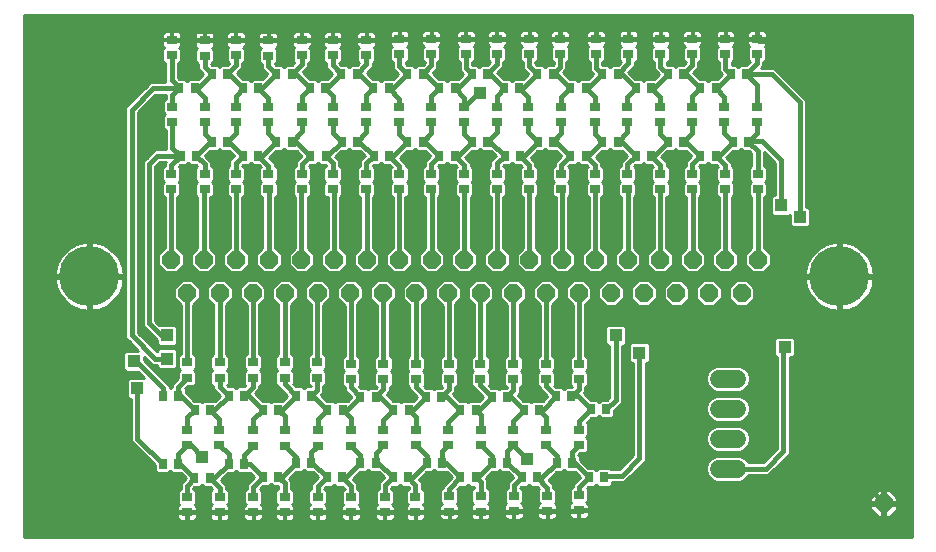
<source format=gtl>
G75*
%MOIN*%
%OFA0B0*%
%FSLAX25Y25*%
%IPPOS*%
%LPD*%
%AMOC8*
5,1,8,0,0,1.08239X$1,22.5*
%
%ADD10OC8,0.06000*%
%ADD11C,0.20000*%
%ADD12R,0.03543X0.02756*%
%ADD13R,0.02756X0.03543*%
%ADD14C,0.06000*%
%ADD15C,0.01600*%
%ADD16R,0.04362X0.04362*%
%ADD17C,0.01000*%
D10*
X0073188Y0088349D03*
X0084088Y0088349D03*
X0094988Y0088349D03*
X0105788Y0088349D03*
X0116688Y0088349D03*
X0127588Y0088349D03*
X0138388Y0088349D03*
X0149288Y0088349D03*
X0160188Y0088349D03*
X0170988Y0088349D03*
X0181888Y0088349D03*
X0192788Y0088349D03*
X0203688Y0088349D03*
X0214488Y0088349D03*
X0225388Y0088349D03*
X0236288Y0088349D03*
X0247088Y0088349D03*
X0257988Y0088349D03*
X0252588Y0099549D03*
X0263388Y0099549D03*
X0241688Y0099549D03*
X0230788Y0099549D03*
X0219988Y0099549D03*
X0209088Y0099549D03*
X0198188Y0099549D03*
X0187288Y0099549D03*
X0176488Y0099549D03*
X0165588Y0099549D03*
X0154688Y0099549D03*
X0143888Y0099549D03*
X0132988Y0099549D03*
X0122088Y0099549D03*
X0111288Y0099549D03*
X0100388Y0099549D03*
X0089488Y0099549D03*
X0078688Y0099549D03*
X0067788Y0099549D03*
X0305457Y0018351D03*
D11*
X0290588Y0093949D03*
X0040588Y0093949D03*
D12*
X0073143Y0065226D03*
X0073143Y0060108D03*
X0083994Y0060108D03*
X0083994Y0065226D03*
X0095094Y0065226D03*
X0095094Y0060108D03*
X0105696Y0060108D03*
X0105696Y0065226D03*
X0116547Y0065226D03*
X0116547Y0060108D03*
X0127792Y0059714D03*
X0127792Y0064832D03*
X0138643Y0064832D03*
X0138643Y0059714D03*
X0149389Y0059714D03*
X0149389Y0064832D03*
X0160490Y0064832D03*
X0160490Y0059714D03*
X0170947Y0059714D03*
X0170947Y0064832D03*
X0181943Y0064832D03*
X0181943Y0059714D03*
X0192794Y0059714D03*
X0192794Y0064832D03*
X0203789Y0064832D03*
X0203789Y0059714D03*
X0203789Y0042813D03*
X0203789Y0037695D03*
X0192794Y0037695D03*
X0192794Y0042813D03*
X0181693Y0042813D03*
X0181693Y0037695D03*
X0171235Y0037695D03*
X0171235Y0042813D03*
X0160135Y0042813D03*
X0160135Y0037695D03*
X0149389Y0037695D03*
X0149389Y0042813D03*
X0138643Y0042813D03*
X0138643Y0037695D03*
X0127792Y0037551D03*
X0127792Y0042669D03*
X0116691Y0042669D03*
X0116691Y0037551D03*
X0105696Y0037551D03*
X0105696Y0042669D03*
X0095239Y0042669D03*
X0095239Y0037551D03*
X0083888Y0037695D03*
X0083888Y0042813D03*
X0073143Y0042813D03*
X0073143Y0037695D03*
X0073143Y0020401D03*
X0073143Y0015283D03*
X0083994Y0015283D03*
X0083994Y0020401D03*
X0095239Y0020401D03*
X0095239Y0015283D03*
X0105696Y0015283D03*
X0105696Y0020401D03*
X0116691Y0020401D03*
X0116691Y0015283D03*
X0127792Y0015283D03*
X0127792Y0020401D03*
X0139076Y0020401D03*
X0139076Y0015283D03*
X0149283Y0015283D03*
X0149283Y0020401D03*
X0160528Y0020650D03*
X0160528Y0015532D03*
X0170986Y0015532D03*
X0170986Y0020650D03*
X0182087Y0020794D03*
X0182087Y0015676D03*
X0193187Y0015676D03*
X0193187Y0020794D03*
X0203789Y0021044D03*
X0203789Y0015926D03*
X0209088Y0122896D03*
X0209088Y0128014D03*
X0219901Y0128014D03*
X0219901Y0122896D03*
X0230963Y0122896D03*
X0230963Y0128014D03*
X0241526Y0128014D03*
X0241526Y0122896D03*
X0252588Y0122896D03*
X0252588Y0128014D03*
X0263401Y0128014D03*
X0263401Y0122896D03*
X0263151Y0145414D03*
X0263151Y0150532D03*
X0252194Y0150532D03*
X0252194Y0145414D03*
X0241526Y0145414D03*
X0241526Y0150532D03*
X0230963Y0150532D03*
X0230963Y0145414D03*
X0219901Y0145414D03*
X0219901Y0150532D03*
X0209088Y0150532D03*
X0209088Y0145414D03*
X0197882Y0145414D03*
X0197882Y0150532D03*
X0186820Y0150532D03*
X0186820Y0145414D03*
X0176401Y0145414D03*
X0176401Y0150532D03*
X0165588Y0150532D03*
X0165588Y0145414D03*
X0154526Y0145414D03*
X0154526Y0150532D03*
X0143963Y0150532D03*
X0143963Y0145414D03*
X0132901Y0145414D03*
X0132901Y0150532D03*
X0121694Y0150532D03*
X0121694Y0145414D03*
X0111420Y0145414D03*
X0111420Y0150532D03*
X0100213Y0150532D03*
X0100213Y0145414D03*
X0089401Y0145414D03*
X0089401Y0150532D03*
X0078982Y0150532D03*
X0078982Y0145414D03*
X0068313Y0145414D03*
X0068313Y0150532D03*
X0068025Y0167683D03*
X0068025Y0172801D03*
X0078982Y0172657D03*
X0078982Y0167539D03*
X0089401Y0167683D03*
X0089401Y0172801D03*
X0100213Y0172657D03*
X0100213Y0167539D03*
X0111420Y0167683D03*
X0111420Y0172801D03*
X0121694Y0172801D03*
X0121694Y0167683D03*
X0132901Y0167683D03*
X0132901Y0172801D03*
X0143963Y0173194D03*
X0143963Y0168076D03*
X0154526Y0168076D03*
X0154526Y0173194D03*
X0166126Y0173194D03*
X0166126Y0168076D03*
X0176401Y0168076D03*
X0176401Y0173194D03*
X0187213Y0173194D03*
X0187213Y0168076D03*
X0197488Y0168076D03*
X0197488Y0173194D03*
X0209482Y0173194D03*
X0209482Y0168076D03*
X0220294Y0168076D03*
X0220294Y0173194D03*
X0230963Y0173194D03*
X0230963Y0168076D03*
X0241526Y0168076D03*
X0241526Y0173194D03*
X0252588Y0173194D03*
X0252588Y0168076D03*
X0263151Y0168076D03*
X0263151Y0173194D03*
X0197882Y0128014D03*
X0197882Y0122896D03*
X0187213Y0122896D03*
X0187213Y0128014D03*
X0176401Y0128014D03*
X0176401Y0122896D03*
X0165588Y0122896D03*
X0165588Y0128014D03*
X0154526Y0128014D03*
X0154526Y0122896D03*
X0143963Y0122896D03*
X0143963Y0128014D03*
X0132901Y0128014D03*
X0132901Y0122896D03*
X0121694Y0122896D03*
X0121694Y0128014D03*
X0111420Y0128014D03*
X0111420Y0122896D03*
X0100272Y0122955D03*
X0100272Y0128073D03*
X0089401Y0128073D03*
X0089401Y0122955D03*
X0078982Y0122955D03*
X0078982Y0128073D03*
X0067920Y0128073D03*
X0067920Y0122955D03*
D13*
X0071017Y0134155D03*
X0076135Y0134155D03*
X0081435Y0138880D03*
X0086554Y0138880D03*
X0091854Y0134155D03*
X0096972Y0134155D03*
X0102917Y0138880D03*
X0108035Y0138880D03*
X0114267Y0134155D03*
X0119385Y0134155D03*
X0124686Y0138880D03*
X0129804Y0138880D03*
X0135354Y0134155D03*
X0140472Y0134155D03*
X0146561Y0138880D03*
X0151679Y0138880D03*
X0157229Y0134155D03*
X0162347Y0134155D03*
X0168186Y0138880D03*
X0173304Y0138880D03*
X0178998Y0134155D03*
X0184117Y0134155D03*
X0190061Y0138880D03*
X0195179Y0138880D03*
X0200873Y0134155D03*
X0205991Y0134155D03*
X0211542Y0138880D03*
X0216660Y0138880D03*
X0222748Y0134155D03*
X0227866Y0134155D03*
X0233417Y0138880D03*
X0238535Y0138880D03*
X0244229Y0134155D03*
X0249347Y0134155D03*
X0255186Y0138880D03*
X0260304Y0138880D03*
X0249347Y0156673D03*
X0244229Y0156673D03*
X0238535Y0161398D03*
X0233417Y0161398D03*
X0227866Y0156673D03*
X0222748Y0156673D03*
X0216660Y0161398D03*
X0211542Y0161398D03*
X0205991Y0156673D03*
X0200873Y0156673D03*
X0195035Y0161398D03*
X0189917Y0161398D03*
X0183972Y0156673D03*
X0178854Y0156673D03*
X0173160Y0161398D03*
X0168042Y0161398D03*
X0162347Y0156673D03*
X0157229Y0156673D03*
X0151679Y0161398D03*
X0146561Y0161398D03*
X0140328Y0156673D03*
X0135210Y0156673D03*
X0129660Y0161398D03*
X0124542Y0161398D03*
X0119241Y0156673D03*
X0114123Y0156673D03*
X0108035Y0161398D03*
X0102917Y0161398D03*
X0096972Y0156673D03*
X0091854Y0156673D03*
X0086554Y0161398D03*
X0081435Y0161398D03*
X0075741Y0156673D03*
X0070623Y0156673D03*
X0254398Y0161398D03*
X0259517Y0161398D03*
X0201297Y0053967D03*
X0196179Y0053967D03*
X0190446Y0049492D03*
X0185328Y0049492D03*
X0179844Y0053823D03*
X0174726Y0053823D03*
X0169387Y0049492D03*
X0164269Y0049492D03*
X0157892Y0053823D03*
X0152774Y0053823D03*
X0147041Y0049492D03*
X0141923Y0049492D03*
X0136046Y0053823D03*
X0130928Y0053823D03*
X0125050Y0049492D03*
X0119932Y0049492D03*
X0114593Y0054217D03*
X0109475Y0054217D03*
X0103598Y0049492D03*
X0098480Y0049492D03*
X0092103Y0054217D03*
X0086985Y0054217D03*
X0080858Y0049492D03*
X0075740Y0049492D03*
X0070113Y0054217D03*
X0064994Y0054217D03*
X0064994Y0031410D03*
X0070113Y0031410D03*
X0075635Y0026686D03*
X0080753Y0026686D03*
X0086985Y0031410D03*
X0092103Y0031410D03*
X0098480Y0027080D03*
X0103598Y0027080D03*
X0109475Y0031660D03*
X0114593Y0031660D03*
X0119683Y0026935D03*
X0124801Y0026935D03*
X0130928Y0031660D03*
X0136046Y0031660D03*
X0141673Y0026935D03*
X0146791Y0026935D03*
X0153062Y0031660D03*
X0158180Y0031660D03*
X0164307Y0026935D03*
X0169425Y0026935D03*
X0174765Y0031660D03*
X0179883Y0031660D03*
X0184684Y0026935D03*
X0189802Y0026935D03*
X0196323Y0031660D03*
X0201441Y0031660D03*
X0207069Y0026935D03*
X0212187Y0026935D03*
X0212974Y0049636D03*
X0207856Y0049636D03*
D14*
X0250469Y0049807D02*
X0256469Y0049807D01*
X0256469Y0039807D02*
X0250469Y0039807D01*
X0250469Y0029807D02*
X0256469Y0029807D01*
X0256469Y0059807D02*
X0250469Y0059807D01*
D15*
X0271972Y0070004D02*
X0271972Y0035752D01*
X0266028Y0029807D01*
X0253469Y0029807D01*
X0223941Y0033390D02*
X0218035Y0027484D01*
X0212735Y0027484D01*
X0212187Y0026935D01*
X0207069Y0026935D02*
X0203789Y0023656D01*
X0203789Y0021044D01*
X0203789Y0015926D02*
X0285106Y0015926D01*
X0285358Y0015673D01*
X0301697Y0032012D01*
X0301697Y0022112D01*
X0305457Y0018351D01*
X0301697Y0032012D02*
X0305043Y0035358D01*
X0305043Y0158587D01*
X0291264Y0172366D01*
X0263980Y0172366D01*
X0263151Y0173194D01*
X0252588Y0173194D01*
X0241526Y0173194D01*
X0230963Y0173194D01*
X0220294Y0173194D01*
X0209482Y0173194D01*
X0197488Y0173194D01*
X0187213Y0173194D01*
X0176401Y0173194D01*
X0166126Y0173194D01*
X0154526Y0173194D01*
X0143963Y0173194D01*
X0143569Y0172801D01*
X0132901Y0172801D01*
X0121694Y0172801D01*
X0116461Y0172801D01*
X0116461Y0164098D01*
X0111420Y0164783D02*
X0108035Y0161398D01*
X0109398Y0161398D01*
X0114123Y0156673D01*
X0111420Y0153970D01*
X0111420Y0150532D01*
X0111420Y0145414D02*
X0111420Y0142265D01*
X0108035Y0138880D01*
X0109543Y0138880D01*
X0114267Y0134155D01*
X0111420Y0131308D01*
X0111420Y0128014D01*
X0111420Y0122896D02*
X0111288Y0122765D01*
X0111288Y0099549D01*
X0122088Y0099549D02*
X0122088Y0122502D01*
X0121694Y0122896D01*
X0121694Y0128014D02*
X0121694Y0131846D01*
X0119385Y0134155D01*
X0119961Y0134155D01*
X0124686Y0138880D01*
X0121694Y0141871D01*
X0121694Y0145414D01*
X0121694Y0150532D02*
X0121694Y0154220D01*
X0119241Y0156673D01*
X0119817Y0156673D01*
X0124542Y0161398D01*
X0121694Y0164245D01*
X0121694Y0167683D01*
X0116461Y0172801D02*
X0111420Y0172801D01*
X0111276Y0172657D01*
X0100213Y0172657D01*
X0100069Y0172801D01*
X0089401Y0172801D01*
X0089257Y0172657D01*
X0078982Y0172657D01*
X0078838Y0172801D01*
X0068025Y0172801D01*
X0068025Y0167683D02*
X0068025Y0159271D01*
X0070623Y0156673D01*
X0070568Y0156618D01*
X0061736Y0156618D01*
X0054650Y0149531D01*
X0054650Y0074335D01*
X0062524Y0066461D01*
X0066461Y0066461D01*
X0073143Y0065226D02*
X0073143Y0088303D01*
X0073188Y0088349D01*
X0083994Y0088254D02*
X0083994Y0065226D01*
X0083994Y0060108D02*
X0083994Y0057208D01*
X0086985Y0054217D01*
X0082261Y0049492D01*
X0080858Y0049492D01*
X0083888Y0046462D01*
X0083888Y0042813D01*
X0083888Y0037695D02*
X0086985Y0034598D01*
X0086985Y0031410D01*
X0082261Y0026686D01*
X0080753Y0026686D01*
X0083994Y0023445D01*
X0083994Y0020401D01*
X0083994Y0015283D02*
X0095239Y0015283D01*
X0105696Y0015283D01*
X0116691Y0015283D01*
X0127792Y0015283D01*
X0139076Y0015283D01*
X0149283Y0015283D01*
X0155043Y0015283D01*
X0155043Y0025122D01*
X0160528Y0023157D02*
X0164307Y0026935D01*
X0159583Y0031660D01*
X0158180Y0031660D01*
X0158180Y0035741D01*
X0160135Y0037695D01*
X0160135Y0042813D02*
X0160135Y0045358D01*
X0164269Y0049492D01*
X0159938Y0053823D01*
X0157892Y0053823D01*
X0160490Y0056420D01*
X0160490Y0059714D01*
X0160490Y0064832D02*
X0160490Y0088047D01*
X0160188Y0088349D01*
X0170947Y0088308D02*
X0170947Y0064832D01*
X0170947Y0059714D02*
X0170947Y0057602D01*
X0174726Y0053823D01*
X0170395Y0049492D01*
X0169387Y0049492D01*
X0171235Y0047643D01*
X0171235Y0042813D01*
X0171235Y0037695D02*
X0174765Y0034166D01*
X0174765Y0031660D01*
X0170040Y0026935D01*
X0169425Y0026935D01*
X0170986Y0025375D01*
X0170986Y0020650D01*
X0170986Y0015532D02*
X0181943Y0015532D01*
X0182087Y0015676D01*
X0193187Y0015676D01*
X0203539Y0015676D01*
X0203789Y0015926D01*
X0193187Y0020794D02*
X0193187Y0023550D01*
X0189802Y0026935D01*
X0191598Y0026935D01*
X0196323Y0031660D01*
X0196323Y0034166D01*
X0192794Y0037695D01*
X0192794Y0042813D02*
X0192794Y0047144D01*
X0190446Y0049492D01*
X0191704Y0049492D01*
X0196179Y0053967D01*
X0192794Y0057352D01*
X0192794Y0059714D01*
X0192794Y0064832D02*
X0192794Y0088343D01*
X0192788Y0088349D01*
X0181943Y0088294D02*
X0181943Y0064832D01*
X0181943Y0059714D02*
X0181943Y0055921D01*
X0179844Y0053823D01*
X0180997Y0053823D01*
X0185328Y0049492D01*
X0181693Y0045857D01*
X0181693Y0042813D01*
X0181693Y0037695D02*
X0186392Y0032996D01*
X0186539Y0032996D01*
X0184684Y0026935D02*
X0179960Y0031660D01*
X0179883Y0031660D01*
X0179883Y0035885D01*
X0181693Y0037695D01*
X0201441Y0035347D02*
X0201441Y0031660D01*
X0202344Y0031660D01*
X0207069Y0026935D01*
X0201441Y0035347D02*
X0203789Y0037695D01*
X0203789Y0042813D02*
X0203789Y0045569D01*
X0207856Y0049636D01*
X0203525Y0053967D01*
X0201297Y0053967D01*
X0203789Y0056459D01*
X0203789Y0059714D01*
X0203789Y0064832D02*
X0203789Y0088248D01*
X0203688Y0088349D01*
X0209088Y0099549D02*
X0209088Y0122896D01*
X0209088Y0128014D02*
X0209088Y0131058D01*
X0205991Y0134155D01*
X0206817Y0134155D01*
X0211542Y0138880D01*
X0209088Y0141333D01*
X0209088Y0145414D01*
X0209088Y0150532D02*
X0209088Y0153576D01*
X0205991Y0156673D01*
X0206817Y0156673D01*
X0211542Y0161398D01*
X0209482Y0163457D01*
X0209482Y0168076D01*
X0216660Y0161398D02*
X0220294Y0165032D01*
X0220294Y0168076D01*
X0230963Y0168076D02*
X0230963Y0163851D01*
X0233417Y0161398D01*
X0228692Y0156673D01*
X0227866Y0156673D01*
X0230963Y0153576D01*
X0230963Y0150532D01*
X0230963Y0145414D02*
X0230963Y0141333D01*
X0233417Y0138880D01*
X0228692Y0134155D01*
X0227866Y0134155D01*
X0230963Y0131058D01*
X0230963Y0128014D01*
X0230963Y0122896D02*
X0230788Y0122721D01*
X0230788Y0099549D01*
X0219988Y0099549D02*
X0219988Y0122809D01*
X0219901Y0122896D01*
X0219901Y0128014D02*
X0219901Y0131308D01*
X0222748Y0134155D01*
X0218024Y0138880D01*
X0216660Y0138880D01*
X0219901Y0142120D01*
X0219901Y0145414D01*
X0219901Y0150532D02*
X0219901Y0153826D01*
X0222748Y0156673D01*
X0218024Y0161398D01*
X0216660Y0161398D01*
X0200873Y0156673D02*
X0196149Y0161398D01*
X0195035Y0161398D01*
X0197488Y0163851D01*
X0197488Y0168076D01*
X0189917Y0161398D02*
X0187213Y0164101D01*
X0187213Y0168076D01*
X0176401Y0168076D02*
X0176401Y0164639D01*
X0173160Y0161398D01*
X0174130Y0161398D01*
X0178854Y0156673D01*
X0176401Y0154220D01*
X0176401Y0150532D01*
X0170791Y0155043D02*
X0170099Y0155043D01*
X0165588Y0150532D01*
X0165588Y0153432D01*
X0162347Y0156673D01*
X0163317Y0156673D01*
X0168042Y0161398D01*
X0166126Y0163313D01*
X0166126Y0168076D01*
X0154526Y0168076D02*
X0154526Y0164245D01*
X0151679Y0161398D01*
X0152505Y0161398D01*
X0157229Y0156673D01*
X0154526Y0153970D01*
X0154526Y0150532D01*
X0154526Y0145414D02*
X0154526Y0141727D01*
X0151679Y0138880D01*
X0152505Y0138880D01*
X0157229Y0134155D01*
X0154526Y0131452D01*
X0154526Y0128014D01*
X0154526Y0122896D02*
X0154688Y0122734D01*
X0154688Y0099549D01*
X0165588Y0099549D02*
X0165588Y0122896D01*
X0165588Y0128014D02*
X0165588Y0130914D01*
X0162347Y0134155D01*
X0163461Y0134155D01*
X0168186Y0138880D01*
X0165588Y0141477D01*
X0165588Y0145414D01*
X0173304Y0138880D02*
X0176401Y0141976D01*
X0176401Y0145414D01*
X0186820Y0145414D02*
X0186820Y0142120D01*
X0190061Y0138880D01*
X0185336Y0134155D01*
X0184117Y0134155D01*
X0187213Y0131058D01*
X0187213Y0128014D01*
X0187213Y0122896D02*
X0187288Y0122821D01*
X0187288Y0099549D01*
X0176488Y0099549D02*
X0176488Y0122809D01*
X0176401Y0122896D01*
X0176401Y0128014D02*
X0176401Y0131557D01*
X0178998Y0134155D01*
X0174274Y0138880D01*
X0173304Y0138880D01*
X0186820Y0150532D02*
X0186820Y0153826D01*
X0183972Y0156673D01*
X0185192Y0156673D01*
X0189917Y0161398D01*
X0197882Y0153682D02*
X0200873Y0156673D01*
X0197882Y0153682D02*
X0197882Y0150532D01*
X0197882Y0145414D02*
X0197882Y0141583D01*
X0195179Y0138880D01*
X0196149Y0138880D01*
X0200873Y0134155D01*
X0197882Y0131164D01*
X0197882Y0128014D01*
X0197882Y0122896D02*
X0198188Y0122590D01*
X0198188Y0099549D01*
X0181943Y0088294D02*
X0181888Y0088349D01*
X0170988Y0088349D02*
X0170947Y0088308D01*
X0149389Y0088248D02*
X0149389Y0064832D01*
X0149389Y0059714D02*
X0149389Y0057208D01*
X0152774Y0053823D01*
X0148443Y0049492D01*
X0147041Y0049492D01*
X0149389Y0047144D01*
X0149389Y0042813D01*
X0149389Y0037695D02*
X0153062Y0034022D01*
X0153062Y0031660D01*
X0148338Y0026935D01*
X0146791Y0026935D01*
X0149283Y0024443D01*
X0149283Y0020401D01*
X0155043Y0015283D02*
X0160279Y0015283D01*
X0160528Y0015532D01*
X0170986Y0015532D01*
X0160528Y0020650D02*
X0160528Y0023157D01*
X0141673Y0026935D02*
X0139076Y0024338D01*
X0139076Y0020401D01*
X0127792Y0020401D02*
X0127792Y0023944D01*
X0124801Y0026935D01*
X0126203Y0026935D01*
X0130928Y0031660D01*
X0130928Y0034416D01*
X0127792Y0037551D01*
X0136046Y0035098D02*
X0138643Y0037695D01*
X0136046Y0035098D02*
X0136046Y0031660D01*
X0136949Y0031660D01*
X0141673Y0026935D01*
X0119683Y0026935D02*
X0116691Y0023944D01*
X0116691Y0020401D01*
X0105696Y0020401D02*
X0105696Y0024981D01*
X0103598Y0027080D01*
X0104894Y0027080D01*
X0109475Y0031660D01*
X0109475Y0033772D01*
X0105696Y0037551D01*
X0105696Y0042669D02*
X0105696Y0047394D01*
X0103598Y0049492D01*
X0104750Y0049492D01*
X0109475Y0054217D01*
X0105696Y0057995D01*
X0105696Y0060108D01*
X0105696Y0065226D02*
X0105696Y0088257D01*
X0105788Y0088349D01*
X0095094Y0088243D02*
X0095094Y0065226D01*
X0095094Y0060108D02*
X0095094Y0057208D01*
X0092103Y0054217D01*
X0093755Y0054217D01*
X0098480Y0049492D01*
X0095239Y0046251D01*
X0095239Y0042669D01*
X0095239Y0037551D02*
X0092103Y0034416D01*
X0092103Y0031410D01*
X0094149Y0031410D01*
X0098480Y0027080D01*
X0095239Y0023839D01*
X0095239Y0020401D01*
X0083994Y0015283D02*
X0073143Y0015283D01*
X0073139Y0015280D01*
X0042839Y0015280D01*
X0040870Y0017248D01*
X0040870Y0029059D01*
X0056618Y0039787D02*
X0064994Y0031410D01*
X0070113Y0031410D02*
X0070910Y0031410D01*
X0075635Y0026686D01*
X0073143Y0024194D01*
X0073143Y0020401D01*
X0070113Y0031410D02*
X0070113Y0034665D01*
X0073143Y0037695D01*
X0074360Y0037695D01*
X0078272Y0033783D01*
X0073143Y0042813D02*
X0073143Y0046894D01*
X0075740Y0049492D01*
X0071016Y0054217D01*
X0070113Y0054217D01*
X0070113Y0057078D01*
X0073143Y0060108D01*
X0065280Y0056618D02*
X0065280Y0054502D01*
X0064994Y0054217D01*
X0065280Y0056618D02*
X0056224Y0065673D01*
X0055437Y0065673D01*
X0056618Y0056618D02*
X0056618Y0039787D01*
X0064492Y0074335D02*
X0060555Y0078272D01*
X0060555Y0131421D01*
X0063311Y0134177D01*
X0070994Y0134177D01*
X0071017Y0134155D01*
X0068313Y0136858D01*
X0068313Y0145414D01*
X0068313Y0150532D02*
X0068313Y0154364D01*
X0070623Y0156673D01*
X0075741Y0156673D02*
X0076711Y0156673D01*
X0081435Y0161398D01*
X0078982Y0163851D01*
X0078982Y0167539D01*
X0086554Y0161398D02*
X0089401Y0164245D01*
X0089401Y0167683D01*
X0100213Y0167539D02*
X0100213Y0164101D01*
X0102917Y0161398D01*
X0098192Y0156673D01*
X0096972Y0156673D01*
X0100213Y0153432D01*
X0100213Y0150532D01*
X0100213Y0145414D02*
X0100213Y0141583D01*
X0102917Y0138880D01*
X0098192Y0134155D01*
X0096972Y0134155D01*
X0100272Y0130855D01*
X0100272Y0128073D01*
X0100272Y0122955D02*
X0100388Y0122839D01*
X0100388Y0099549D01*
X0089488Y0099549D02*
X0089488Y0122868D01*
X0089401Y0122955D01*
X0089401Y0128073D02*
X0089401Y0131702D01*
X0091854Y0134155D01*
X0087130Y0138880D01*
X0086554Y0138880D01*
X0089401Y0141727D01*
X0089401Y0145414D01*
X0089401Y0150532D02*
X0089401Y0154220D01*
X0091854Y0156673D01*
X0087130Y0161398D01*
X0086554Y0161398D01*
X0078982Y0153432D02*
X0075741Y0156673D01*
X0078982Y0153432D02*
X0078982Y0150532D01*
X0078982Y0145414D02*
X0078982Y0141333D01*
X0081435Y0138880D01*
X0080859Y0138880D01*
X0076135Y0134155D01*
X0078982Y0131308D01*
X0078982Y0128073D01*
X0078982Y0122955D02*
X0078688Y0122661D01*
X0078688Y0099549D01*
X0067788Y0099549D02*
X0067788Y0122824D01*
X0067920Y0122955D01*
X0067920Y0128073D02*
X0067920Y0131058D01*
X0071017Y0134155D01*
X0111420Y0164783D02*
X0111420Y0167683D01*
X0129660Y0161398D02*
X0130486Y0161398D01*
X0135210Y0156673D01*
X0132901Y0154364D01*
X0132901Y0150532D01*
X0132901Y0145414D02*
X0132901Y0141976D01*
X0129804Y0138880D01*
X0130630Y0138880D01*
X0135354Y0134155D01*
X0132901Y0131702D01*
X0132901Y0128014D01*
X0132901Y0122896D02*
X0132988Y0122809D01*
X0132988Y0099549D01*
X0143888Y0099549D02*
X0143888Y0122821D01*
X0143963Y0122896D01*
X0143963Y0128014D02*
X0143963Y0130665D01*
X0140472Y0134155D01*
X0141836Y0134155D01*
X0146561Y0138880D01*
X0143963Y0141477D01*
X0143963Y0145414D01*
X0143963Y0150532D02*
X0143963Y0153039D01*
X0140328Y0156673D01*
X0141836Y0156673D01*
X0146561Y0161398D01*
X0143963Y0163995D01*
X0143963Y0168076D01*
X0132901Y0167683D02*
X0132901Y0164639D01*
X0129660Y0161398D01*
X0238535Y0161398D02*
X0239505Y0161398D01*
X0244229Y0156673D01*
X0241526Y0153970D01*
X0241526Y0150532D01*
X0241526Y0145414D02*
X0241526Y0141871D01*
X0238535Y0138880D01*
X0239505Y0138880D01*
X0244229Y0134155D01*
X0241526Y0131452D01*
X0241526Y0128014D01*
X0241526Y0122896D02*
X0241688Y0122734D01*
X0241688Y0099549D01*
X0252588Y0099549D02*
X0252588Y0122896D01*
X0252588Y0128014D02*
X0252588Y0130914D01*
X0249347Y0134155D01*
X0250461Y0134155D01*
X0255186Y0138880D01*
X0252194Y0141871D01*
X0252194Y0145414D01*
X0252194Y0150532D02*
X0252194Y0153826D01*
X0249347Y0156673D01*
X0249674Y0156673D01*
X0254398Y0161398D01*
X0252588Y0163208D01*
X0252588Y0168076D01*
X0259517Y0161398D02*
X0263151Y0165032D01*
X0263151Y0168076D01*
X0259517Y0161398D02*
X0259572Y0161343D01*
X0268035Y0161343D01*
X0277484Y0151894D01*
X0277484Y0113705D01*
X0271185Y0117642D02*
X0271185Y0132602D01*
X0264886Y0138902D01*
X0260326Y0138902D01*
X0260304Y0138880D01*
X0263401Y0135783D01*
X0263401Y0128014D01*
X0263401Y0122896D02*
X0263388Y0122883D01*
X0263388Y0099549D01*
X0216067Y0074335D02*
X0216067Y0052729D01*
X0212974Y0049636D01*
X0223941Y0033390D02*
X0223941Y0068429D01*
X0271972Y0070004D02*
X0272366Y0070398D01*
X0184684Y0026935D02*
X0182087Y0024338D01*
X0182087Y0020794D01*
X0138643Y0042813D02*
X0138643Y0046213D01*
X0141923Y0049492D01*
X0137592Y0053823D01*
X0136046Y0053823D01*
X0138643Y0056420D01*
X0138643Y0059714D01*
X0138643Y0064832D02*
X0138643Y0088094D01*
X0138388Y0088349D01*
X0127792Y0088145D02*
X0127792Y0064832D01*
X0127792Y0059714D02*
X0127792Y0056958D01*
X0130928Y0053823D01*
X0126597Y0049492D01*
X0125050Y0049492D01*
X0127792Y0046750D01*
X0127792Y0042669D01*
X0119932Y0049492D02*
X0116691Y0046251D01*
X0116691Y0042669D01*
X0116691Y0037551D02*
X0114593Y0035453D01*
X0114593Y0031660D01*
X0114958Y0031660D01*
X0119683Y0026935D01*
X0119932Y0049492D02*
X0115208Y0054217D01*
X0114593Y0054217D01*
X0116547Y0056171D01*
X0116547Y0060108D01*
X0116547Y0065226D02*
X0116547Y0088208D01*
X0116688Y0088349D01*
X0127588Y0088349D02*
X0127792Y0088145D01*
X0149288Y0088349D02*
X0149389Y0088248D01*
X0095094Y0088243D02*
X0094988Y0088349D01*
X0084088Y0088349D02*
X0083994Y0088254D01*
X0066461Y0074335D02*
X0064492Y0074335D01*
X0238535Y0161398D02*
X0241526Y0164389D01*
X0241526Y0168076D01*
X0259517Y0161398D02*
X0263151Y0157763D01*
X0263151Y0150532D01*
X0263151Y0145414D02*
X0263151Y0141727D01*
X0260304Y0138880D01*
D16*
X0271185Y0117642D03*
X0277484Y0113705D03*
X0216067Y0074335D03*
X0223941Y0068429D03*
X0272366Y0070398D03*
X0186539Y0032996D03*
X0155043Y0025122D03*
X0078272Y0033783D03*
X0040870Y0029059D03*
X0056618Y0056618D03*
X0055437Y0065673D03*
X0066461Y0066461D03*
X0066461Y0074335D03*
X0170791Y0155043D03*
X0116461Y0164098D03*
D17*
X0018748Y0181102D02*
X0018748Y0006937D01*
X0314961Y0006937D01*
X0314961Y0181102D01*
X0018748Y0181102D01*
X0018748Y0180290D02*
X0314961Y0180290D01*
X0314961Y0179291D02*
X0018748Y0179291D01*
X0018748Y0178293D02*
X0314961Y0178293D01*
X0314961Y0177294D02*
X0018748Y0177294D01*
X0018748Y0176296D02*
X0314961Y0176296D01*
X0314961Y0175297D02*
X0266236Y0175297D01*
X0266321Y0175151D02*
X0266123Y0175493D01*
X0265844Y0175773D01*
X0265502Y0175970D01*
X0265120Y0176072D01*
X0263340Y0176072D01*
X0263340Y0173384D01*
X0262962Y0173384D01*
X0262962Y0176072D01*
X0261182Y0176072D01*
X0260801Y0175970D01*
X0260459Y0175773D01*
X0260179Y0175493D01*
X0259982Y0175151D01*
X0259880Y0174770D01*
X0259880Y0173383D01*
X0262962Y0173383D01*
X0262962Y0173005D01*
X0259880Y0173005D01*
X0259880Y0171619D01*
X0259982Y0171238D01*
X0260179Y0170896D01*
X0260459Y0170616D01*
X0260625Y0170520D01*
X0260092Y0169988D01*
X0260092Y0166165D01*
X0260712Y0165545D01*
X0259624Y0164457D01*
X0257605Y0164457D01*
X0256957Y0163809D01*
X0256310Y0164457D01*
X0254676Y0164457D01*
X0254676Y0165411D01*
X0254893Y0165411D01*
X0255647Y0166165D01*
X0255647Y0169988D01*
X0255115Y0170520D01*
X0255281Y0170616D01*
X0255560Y0170896D01*
X0255758Y0171238D01*
X0255860Y0171619D01*
X0255860Y0173005D01*
X0252777Y0173005D01*
X0252777Y0173383D01*
X0255860Y0173383D01*
X0255860Y0174770D01*
X0255758Y0175151D01*
X0255560Y0175493D01*
X0255281Y0175773D01*
X0254939Y0175970D01*
X0254557Y0176072D01*
X0252777Y0176072D01*
X0252777Y0173384D01*
X0252399Y0173384D01*
X0252399Y0176072D01*
X0250619Y0176072D01*
X0250238Y0175970D01*
X0249896Y0175773D01*
X0249616Y0175493D01*
X0249419Y0175151D01*
X0249317Y0174770D01*
X0249317Y0173383D01*
X0252399Y0173383D01*
X0252399Y0173005D01*
X0249317Y0173005D01*
X0249317Y0171619D01*
X0249419Y0171238D01*
X0249616Y0170896D01*
X0249896Y0170616D01*
X0250062Y0170520D01*
X0249529Y0169988D01*
X0249529Y0166165D01*
X0250283Y0165411D01*
X0250501Y0165411D01*
X0250501Y0162343D01*
X0251446Y0161398D01*
X0249781Y0159732D01*
X0247436Y0159732D01*
X0246788Y0159084D01*
X0246140Y0159732D01*
X0244122Y0159732D01*
X0241972Y0161883D01*
X0243613Y0163524D01*
X0243613Y0165411D01*
X0243831Y0165411D01*
X0244585Y0166165D01*
X0244585Y0169988D01*
X0244052Y0170520D01*
X0244219Y0170616D01*
X0244498Y0170896D01*
X0244695Y0171238D01*
X0244798Y0171619D01*
X0244798Y0173005D01*
X0241715Y0173005D01*
X0241715Y0173383D01*
X0244798Y0173383D01*
X0244798Y0174770D01*
X0244695Y0175151D01*
X0244498Y0175493D01*
X0244219Y0175773D01*
X0243877Y0175970D01*
X0243495Y0176072D01*
X0241715Y0176072D01*
X0241715Y0173384D01*
X0241337Y0173384D01*
X0241337Y0176072D01*
X0239557Y0176072D01*
X0239175Y0175970D01*
X0238833Y0175773D01*
X0238554Y0175493D01*
X0238357Y0175151D01*
X0238254Y0174770D01*
X0238254Y0173383D01*
X0241337Y0173383D01*
X0241337Y0173005D01*
X0238254Y0173005D01*
X0238254Y0171619D01*
X0238357Y0171238D01*
X0238554Y0170896D01*
X0238833Y0170616D01*
X0239000Y0170520D01*
X0238467Y0169988D01*
X0238467Y0166165D01*
X0239221Y0165411D01*
X0239439Y0165411D01*
X0239439Y0165254D01*
X0238642Y0164457D01*
X0236623Y0164457D01*
X0235976Y0163809D01*
X0235328Y0164457D01*
X0233309Y0164457D01*
X0233050Y0164716D01*
X0233050Y0165411D01*
X0233268Y0165411D01*
X0234022Y0166165D01*
X0234022Y0169988D01*
X0233489Y0170520D01*
X0233656Y0170616D01*
X0233935Y0170896D01*
X0234132Y0171238D01*
X0234235Y0171619D01*
X0234235Y0173005D01*
X0231152Y0173005D01*
X0231152Y0173383D01*
X0234235Y0173383D01*
X0234235Y0174770D01*
X0234132Y0175151D01*
X0233935Y0175493D01*
X0233656Y0175773D01*
X0233314Y0175970D01*
X0232932Y0176072D01*
X0231152Y0176072D01*
X0231152Y0173384D01*
X0230774Y0173384D01*
X0230774Y0176072D01*
X0228994Y0176072D01*
X0228612Y0175970D01*
X0228270Y0175773D01*
X0227991Y0175493D01*
X0227794Y0175151D01*
X0227691Y0174770D01*
X0227691Y0173383D01*
X0230774Y0173383D01*
X0230774Y0173005D01*
X0227691Y0173005D01*
X0227691Y0171619D01*
X0227794Y0171238D01*
X0227991Y0170896D01*
X0228270Y0170616D01*
X0228437Y0170520D01*
X0227904Y0169988D01*
X0227904Y0166165D01*
X0228658Y0165411D01*
X0228876Y0165411D01*
X0228876Y0162987D01*
X0230465Y0161398D01*
X0228799Y0159732D01*
X0225955Y0159732D01*
X0225307Y0159084D01*
X0224659Y0159732D01*
X0222641Y0159732D01*
X0220294Y0162080D01*
X0222382Y0164168D01*
X0222382Y0165411D01*
X0222599Y0165411D01*
X0223354Y0166165D01*
X0223354Y0169988D01*
X0222821Y0170520D01*
X0222987Y0170616D01*
X0223266Y0170896D01*
X0223464Y0171238D01*
X0223566Y0171619D01*
X0223566Y0173005D01*
X0220484Y0173005D01*
X0220484Y0173383D01*
X0223566Y0173383D01*
X0223566Y0174770D01*
X0223464Y0175151D01*
X0223266Y0175493D01*
X0222987Y0175773D01*
X0222645Y0175970D01*
X0222264Y0176072D01*
X0220483Y0176072D01*
X0220483Y0173384D01*
X0220105Y0173384D01*
X0220105Y0176072D01*
X0218325Y0176072D01*
X0217944Y0175970D01*
X0217602Y0175773D01*
X0217323Y0175493D01*
X0217125Y0175151D01*
X0217023Y0174770D01*
X0217023Y0173383D01*
X0220105Y0173383D01*
X0220105Y0173005D01*
X0217023Y0173005D01*
X0217023Y0171619D01*
X0217125Y0171238D01*
X0217323Y0170896D01*
X0217602Y0170616D01*
X0217768Y0170520D01*
X0217235Y0169988D01*
X0217235Y0166165D01*
X0217855Y0165545D01*
X0216767Y0164457D01*
X0214749Y0164457D01*
X0214101Y0163809D01*
X0213453Y0164457D01*
X0211569Y0164457D01*
X0211569Y0165411D01*
X0211787Y0165411D01*
X0212541Y0166165D01*
X0212541Y0169988D01*
X0212008Y0170520D01*
X0212175Y0170616D01*
X0212454Y0170896D01*
X0212651Y0171238D01*
X0212754Y0171619D01*
X0212754Y0173005D01*
X0209671Y0173005D01*
X0209671Y0173383D01*
X0212754Y0173383D01*
X0212754Y0174770D01*
X0212651Y0175151D01*
X0212454Y0175493D01*
X0212175Y0175773D01*
X0211833Y0175970D01*
X0211451Y0176072D01*
X0209671Y0176072D01*
X0209671Y0173384D01*
X0209293Y0173384D01*
X0209293Y0176072D01*
X0207513Y0176072D01*
X0207131Y0175970D01*
X0206789Y0175773D01*
X0206510Y0175493D01*
X0206312Y0175151D01*
X0206210Y0174770D01*
X0206210Y0173383D01*
X0209293Y0173383D01*
X0209293Y0173005D01*
X0206210Y0173005D01*
X0206210Y0171619D01*
X0206312Y0171238D01*
X0206510Y0170896D01*
X0206789Y0170616D01*
X0206955Y0170520D01*
X0206423Y0169988D01*
X0206423Y0166165D01*
X0207177Y0165411D01*
X0207394Y0165411D01*
X0207394Y0162593D01*
X0208590Y0161398D01*
X0206924Y0159732D01*
X0204080Y0159732D01*
X0203432Y0159084D01*
X0202784Y0159732D01*
X0200766Y0159732D01*
X0198544Y0161955D01*
X0199576Y0162987D01*
X0199576Y0165411D01*
X0199793Y0165411D01*
X0200547Y0166165D01*
X0200547Y0169988D01*
X0200015Y0170520D01*
X0200181Y0170616D01*
X0200460Y0170896D01*
X0200658Y0171238D01*
X0200760Y0171619D01*
X0200760Y0173005D01*
X0197677Y0173005D01*
X0197677Y0173383D01*
X0200760Y0173383D01*
X0200760Y0174770D01*
X0200658Y0175151D01*
X0200460Y0175493D01*
X0200181Y0175773D01*
X0199839Y0175970D01*
X0199457Y0176072D01*
X0197677Y0176072D01*
X0197677Y0173384D01*
X0197299Y0173384D01*
X0197299Y0176072D01*
X0195519Y0176072D01*
X0195138Y0175970D01*
X0194796Y0175773D01*
X0194516Y0175493D01*
X0194319Y0175151D01*
X0194217Y0174770D01*
X0194217Y0173383D01*
X0197299Y0173383D01*
X0197299Y0173005D01*
X0194217Y0173005D01*
X0194217Y0171619D01*
X0194319Y0171238D01*
X0194516Y0170896D01*
X0194796Y0170616D01*
X0194962Y0170520D01*
X0194429Y0169988D01*
X0194429Y0166165D01*
X0195183Y0165411D01*
X0195401Y0165411D01*
X0195401Y0164716D01*
X0195142Y0164457D01*
X0193123Y0164457D01*
X0192476Y0163809D01*
X0191828Y0164457D01*
X0189810Y0164457D01*
X0189301Y0164965D01*
X0189301Y0165411D01*
X0189518Y0165411D01*
X0190272Y0166165D01*
X0190272Y0169988D01*
X0189740Y0170520D01*
X0189906Y0170616D01*
X0190185Y0170896D01*
X0190383Y0171238D01*
X0190485Y0171619D01*
X0190485Y0173005D01*
X0187402Y0173005D01*
X0187402Y0173383D01*
X0190485Y0173383D01*
X0190485Y0174770D01*
X0190383Y0175151D01*
X0190185Y0175493D01*
X0189906Y0175773D01*
X0189564Y0175970D01*
X0189183Y0176072D01*
X0187402Y0176072D01*
X0187402Y0173384D01*
X0187024Y0173384D01*
X0187024Y0176072D01*
X0185244Y0176072D01*
X0184863Y0175970D01*
X0184521Y0175773D01*
X0184241Y0175493D01*
X0184044Y0175151D01*
X0183942Y0174770D01*
X0183942Y0173383D01*
X0187024Y0173383D01*
X0187024Y0173005D01*
X0183942Y0173005D01*
X0183942Y0171619D01*
X0184044Y0171238D01*
X0184241Y0170896D01*
X0184521Y0170616D01*
X0184687Y0170520D01*
X0184154Y0169988D01*
X0184154Y0166165D01*
X0184908Y0165411D01*
X0185126Y0165411D01*
X0185126Y0163236D01*
X0186965Y0161398D01*
X0185299Y0159732D01*
X0182061Y0159732D01*
X0181413Y0159084D01*
X0180766Y0159732D01*
X0178747Y0159732D01*
X0176597Y0161883D01*
X0178488Y0163774D01*
X0178488Y0165411D01*
X0178706Y0165411D01*
X0179460Y0166165D01*
X0179460Y0169988D01*
X0178927Y0170520D01*
X0179093Y0170616D01*
X0179373Y0170896D01*
X0179570Y0171238D01*
X0179672Y0171619D01*
X0179672Y0173005D01*
X0176590Y0173005D01*
X0176590Y0173383D01*
X0179672Y0173383D01*
X0179672Y0174770D01*
X0179570Y0175151D01*
X0179373Y0175493D01*
X0179093Y0175773D01*
X0178751Y0175970D01*
X0178370Y0176072D01*
X0176590Y0176072D01*
X0176590Y0173384D01*
X0176212Y0173384D01*
X0176212Y0176072D01*
X0174432Y0176072D01*
X0174050Y0175970D01*
X0173708Y0175773D01*
X0173429Y0175493D01*
X0173231Y0175151D01*
X0173129Y0174770D01*
X0173129Y0173383D01*
X0176212Y0173383D01*
X0176212Y0173005D01*
X0173129Y0173005D01*
X0173129Y0171619D01*
X0173231Y0171238D01*
X0173429Y0170896D01*
X0173708Y0170616D01*
X0173874Y0170520D01*
X0173342Y0169988D01*
X0173342Y0166165D01*
X0174096Y0165411D01*
X0174221Y0165411D01*
X0173267Y0164457D01*
X0171249Y0164457D01*
X0170601Y0163809D01*
X0169953Y0164457D01*
X0168213Y0164457D01*
X0168213Y0165411D01*
X0168431Y0165411D01*
X0169185Y0166165D01*
X0169185Y0169988D01*
X0168652Y0170520D01*
X0168819Y0170616D01*
X0169098Y0170896D01*
X0169295Y0171238D01*
X0169398Y0171619D01*
X0169398Y0173005D01*
X0166315Y0173005D01*
X0166315Y0173383D01*
X0169398Y0173383D01*
X0169398Y0174770D01*
X0169295Y0175151D01*
X0169098Y0175493D01*
X0168819Y0175773D01*
X0168477Y0175970D01*
X0168095Y0176072D01*
X0166315Y0176072D01*
X0166315Y0173384D01*
X0165937Y0173384D01*
X0165937Y0176072D01*
X0164157Y0176072D01*
X0163775Y0175970D01*
X0163433Y0175773D01*
X0163154Y0175493D01*
X0162957Y0175151D01*
X0162854Y0174770D01*
X0162854Y0173383D01*
X0165937Y0173383D01*
X0165937Y0173005D01*
X0162854Y0173005D01*
X0162854Y0171619D01*
X0162957Y0171238D01*
X0163154Y0170896D01*
X0163433Y0170616D01*
X0163600Y0170520D01*
X0163067Y0169988D01*
X0163067Y0166165D01*
X0163821Y0165411D01*
X0164039Y0165411D01*
X0164039Y0162449D01*
X0165090Y0161398D01*
X0163424Y0159732D01*
X0160436Y0159732D01*
X0159788Y0159084D01*
X0159140Y0159732D01*
X0157122Y0159732D01*
X0155044Y0161811D01*
X0156613Y0163380D01*
X0156613Y0165411D01*
X0156831Y0165411D01*
X0157585Y0166165D01*
X0157585Y0169988D01*
X0157052Y0170520D01*
X0157219Y0170616D01*
X0157498Y0170896D01*
X0157695Y0171238D01*
X0157798Y0171619D01*
X0157798Y0173005D01*
X0154715Y0173005D01*
X0154715Y0173383D01*
X0157798Y0173383D01*
X0157798Y0174770D01*
X0157695Y0175151D01*
X0157498Y0175493D01*
X0157219Y0175773D01*
X0156877Y0175970D01*
X0156495Y0176072D01*
X0154715Y0176072D01*
X0154715Y0173384D01*
X0154337Y0173384D01*
X0154337Y0176072D01*
X0152557Y0176072D01*
X0152175Y0175970D01*
X0151833Y0175773D01*
X0151554Y0175493D01*
X0151357Y0175151D01*
X0151254Y0174770D01*
X0151254Y0173383D01*
X0154337Y0173383D01*
X0154337Y0173005D01*
X0151254Y0173005D01*
X0151254Y0171619D01*
X0151357Y0171238D01*
X0151554Y0170896D01*
X0151833Y0170616D01*
X0152000Y0170520D01*
X0151467Y0169988D01*
X0151467Y0166165D01*
X0152221Y0165411D01*
X0152439Y0165411D01*
X0152439Y0165110D01*
X0151786Y0164457D01*
X0149768Y0164457D01*
X0149120Y0163809D01*
X0148472Y0164457D01*
X0146454Y0164457D01*
X0146050Y0164860D01*
X0146050Y0165411D01*
X0146268Y0165411D01*
X0147022Y0166165D01*
X0147022Y0169988D01*
X0146489Y0170520D01*
X0146656Y0170616D01*
X0146935Y0170896D01*
X0147132Y0171238D01*
X0147235Y0171619D01*
X0147235Y0173005D01*
X0144152Y0173005D01*
X0144152Y0173383D01*
X0147235Y0173383D01*
X0147235Y0174770D01*
X0147132Y0175151D01*
X0146935Y0175493D01*
X0146656Y0175773D01*
X0146314Y0175970D01*
X0145932Y0176072D01*
X0144152Y0176072D01*
X0144152Y0173384D01*
X0143774Y0173384D01*
X0143774Y0176072D01*
X0141994Y0176072D01*
X0141612Y0175970D01*
X0141270Y0175773D01*
X0140991Y0175493D01*
X0140794Y0175151D01*
X0140691Y0174770D01*
X0140691Y0173383D01*
X0143774Y0173383D01*
X0143774Y0173005D01*
X0140691Y0173005D01*
X0140691Y0171619D01*
X0140794Y0171238D01*
X0140991Y0170896D01*
X0141270Y0170616D01*
X0141437Y0170520D01*
X0140904Y0169988D01*
X0140904Y0166165D01*
X0141658Y0165411D01*
X0141876Y0165411D01*
X0141876Y0163131D01*
X0143609Y0161398D01*
X0141943Y0159732D01*
X0138417Y0159732D01*
X0137769Y0159084D01*
X0137121Y0159732D01*
X0135103Y0159732D01*
X0133025Y0161811D01*
X0134988Y0163774D01*
X0134988Y0165017D01*
X0135206Y0165017D01*
X0135960Y0165771D01*
X0135960Y0169594D01*
X0135427Y0170127D01*
X0135593Y0170223D01*
X0135873Y0170502D01*
X0136070Y0170844D01*
X0136172Y0171225D01*
X0136172Y0172612D01*
X0133090Y0172612D01*
X0133090Y0172990D01*
X0132712Y0172990D01*
X0132712Y0175679D01*
X0130932Y0175679D01*
X0130550Y0175577D01*
X0130208Y0175379D01*
X0129929Y0175100D01*
X0129731Y0174758D01*
X0129629Y0174376D01*
X0129629Y0172990D01*
X0132712Y0172990D01*
X0132712Y0172612D01*
X0129629Y0172612D01*
X0129629Y0171225D01*
X0129731Y0170844D01*
X0129929Y0170502D01*
X0130208Y0170223D01*
X0130374Y0170127D01*
X0129842Y0169594D01*
X0129842Y0165771D01*
X0130462Y0165152D01*
X0129767Y0164457D01*
X0127749Y0164457D01*
X0127101Y0163809D01*
X0126453Y0164457D01*
X0124435Y0164457D01*
X0123874Y0165017D01*
X0123999Y0165017D01*
X0124754Y0165771D01*
X0124754Y0169594D01*
X0124221Y0170127D01*
X0124387Y0170223D01*
X0124666Y0170502D01*
X0124864Y0170844D01*
X0124966Y0171225D01*
X0124966Y0172612D01*
X0121884Y0172612D01*
X0121884Y0172990D01*
X0124966Y0172990D01*
X0124966Y0174376D01*
X0124864Y0174758D01*
X0124666Y0175100D01*
X0124387Y0175379D01*
X0124045Y0175577D01*
X0123664Y0175679D01*
X0121883Y0175679D01*
X0121883Y0172990D01*
X0121505Y0172990D01*
X0121505Y0172612D01*
X0118423Y0172612D01*
X0118423Y0171225D01*
X0118525Y0170844D01*
X0118723Y0170502D01*
X0119002Y0170223D01*
X0119168Y0170127D01*
X0118635Y0169594D01*
X0118635Y0165771D01*
X0119390Y0165017D01*
X0119607Y0165017D01*
X0119607Y0163380D01*
X0121590Y0161398D01*
X0119924Y0159732D01*
X0117330Y0159732D01*
X0116682Y0159084D01*
X0116034Y0159732D01*
X0114016Y0159732D01*
X0111669Y0162080D01*
X0113507Y0163918D01*
X0113507Y0165017D01*
X0113725Y0165017D01*
X0114479Y0165771D01*
X0114479Y0169594D01*
X0113946Y0170127D01*
X0114112Y0170223D01*
X0114392Y0170502D01*
X0114589Y0170844D01*
X0114691Y0171225D01*
X0114691Y0172612D01*
X0111609Y0172612D01*
X0111609Y0172990D01*
X0114691Y0172990D01*
X0114691Y0174376D01*
X0114589Y0174758D01*
X0114392Y0175100D01*
X0114112Y0175379D01*
X0113770Y0175577D01*
X0113389Y0175679D01*
X0111609Y0175679D01*
X0111609Y0172990D01*
X0111231Y0172990D01*
X0111231Y0175679D01*
X0109451Y0175679D01*
X0109069Y0175577D01*
X0108727Y0175379D01*
X0108448Y0175100D01*
X0108250Y0174758D01*
X0108148Y0174376D01*
X0108148Y0172990D01*
X0111231Y0172990D01*
X0111231Y0172612D01*
X0108148Y0172612D01*
X0108148Y0171225D01*
X0108250Y0170844D01*
X0108448Y0170502D01*
X0108727Y0170223D01*
X0108893Y0170127D01*
X0108361Y0169594D01*
X0108361Y0165771D01*
X0108909Y0165224D01*
X0108142Y0164457D01*
X0106123Y0164457D01*
X0105476Y0163809D01*
X0104828Y0164457D01*
X0102810Y0164457D01*
X0102393Y0164873D01*
X0102518Y0164873D01*
X0103272Y0165627D01*
X0103272Y0169450D01*
X0102740Y0169982D01*
X0102906Y0170078D01*
X0103185Y0170358D01*
X0103383Y0170700D01*
X0103485Y0171081D01*
X0103485Y0172468D01*
X0100402Y0172468D01*
X0100402Y0172846D01*
X0100024Y0172846D01*
X0100024Y0172468D01*
X0096942Y0172468D01*
X0096942Y0171081D01*
X0097044Y0170700D01*
X0097241Y0170358D01*
X0097521Y0170078D01*
X0097687Y0169982D01*
X0097154Y0169450D01*
X0097154Y0165627D01*
X0097908Y0164873D01*
X0098126Y0164873D01*
X0098126Y0163236D01*
X0099965Y0161398D01*
X0098299Y0159732D01*
X0095061Y0159732D01*
X0094413Y0159084D01*
X0093766Y0159732D01*
X0091747Y0159732D01*
X0089794Y0161686D01*
X0091488Y0163380D01*
X0091488Y0165017D01*
X0091706Y0165017D01*
X0092460Y0165771D01*
X0092460Y0169594D01*
X0091927Y0170127D01*
X0092093Y0170223D01*
X0092373Y0170502D01*
X0092570Y0170844D01*
X0092672Y0171225D01*
X0092672Y0172612D01*
X0089590Y0172612D01*
X0089590Y0172990D01*
X0089212Y0172990D01*
X0089212Y0175679D01*
X0087432Y0175679D01*
X0087050Y0175577D01*
X0086708Y0175379D01*
X0086429Y0175100D01*
X0086231Y0174758D01*
X0086129Y0174376D01*
X0086129Y0172990D01*
X0089212Y0172990D01*
X0089212Y0172612D01*
X0086129Y0172612D01*
X0086129Y0171225D01*
X0086231Y0170844D01*
X0086429Y0170502D01*
X0086708Y0170223D01*
X0086874Y0170127D01*
X0086342Y0169594D01*
X0086342Y0165771D01*
X0087096Y0165017D01*
X0087221Y0165017D01*
X0086661Y0164457D01*
X0084642Y0164457D01*
X0083994Y0163809D01*
X0083347Y0164457D01*
X0081328Y0164457D01*
X0081069Y0164716D01*
X0081069Y0164873D01*
X0081287Y0164873D01*
X0082041Y0165627D01*
X0082041Y0169450D01*
X0081508Y0169982D01*
X0081675Y0170078D01*
X0081954Y0170358D01*
X0082151Y0170700D01*
X0082254Y0171081D01*
X0082254Y0172468D01*
X0079171Y0172468D01*
X0079171Y0172846D01*
X0078793Y0172846D01*
X0078793Y0175535D01*
X0077013Y0175535D01*
X0076631Y0175432D01*
X0076289Y0175235D01*
X0076010Y0174956D01*
X0075812Y0174614D01*
X0075710Y0174232D01*
X0075710Y0172846D01*
X0078793Y0172846D01*
X0078793Y0172468D01*
X0075710Y0172468D01*
X0075710Y0171081D01*
X0075812Y0170700D01*
X0076010Y0170358D01*
X0076289Y0170078D01*
X0076455Y0169982D01*
X0075923Y0169450D01*
X0075923Y0165627D01*
X0076677Y0164873D01*
X0076894Y0164873D01*
X0076894Y0162987D01*
X0078483Y0161398D01*
X0076818Y0159732D01*
X0073830Y0159732D01*
X0073182Y0159084D01*
X0072534Y0159732D01*
X0070516Y0159732D01*
X0070113Y0160135D01*
X0070113Y0165017D01*
X0070330Y0165017D01*
X0071084Y0165771D01*
X0071084Y0169594D01*
X0070552Y0170127D01*
X0070718Y0170223D01*
X0070997Y0170502D01*
X0071195Y0170844D01*
X0071297Y0171225D01*
X0071297Y0172612D01*
X0068214Y0172612D01*
X0068214Y0172990D01*
X0067836Y0172990D01*
X0067836Y0175679D01*
X0066056Y0175679D01*
X0065675Y0175577D01*
X0065333Y0175379D01*
X0065053Y0175100D01*
X0064856Y0174758D01*
X0064754Y0174376D01*
X0064754Y0172990D01*
X0067836Y0172990D01*
X0067836Y0172612D01*
X0064754Y0172612D01*
X0064754Y0171225D01*
X0064856Y0170844D01*
X0065053Y0170502D01*
X0065333Y0170223D01*
X0065499Y0170127D01*
X0064966Y0169594D01*
X0064966Y0165771D01*
X0065720Y0165017D01*
X0065938Y0165017D01*
X0065938Y0158705D01*
X0060872Y0158705D01*
X0059649Y0157483D01*
X0052562Y0150396D01*
X0052562Y0073470D01*
X0053785Y0072247D01*
X0056891Y0069142D01*
X0052723Y0069142D01*
X0051969Y0068388D01*
X0051969Y0062959D01*
X0052723Y0062205D01*
X0056741Y0062205D01*
X0058859Y0060087D01*
X0053904Y0060087D01*
X0053150Y0059332D01*
X0053150Y0053904D01*
X0053904Y0053150D01*
X0054531Y0053150D01*
X0054531Y0038922D01*
X0062329Y0031124D01*
X0062329Y0029105D01*
X0063083Y0028351D01*
X0066906Y0028351D01*
X0067554Y0028999D01*
X0068201Y0028351D01*
X0071017Y0028351D01*
X0072683Y0026686D01*
X0071055Y0025058D01*
X0071055Y0023066D01*
X0070838Y0023066D01*
X0070083Y0022312D01*
X0070083Y0018490D01*
X0070616Y0017957D01*
X0070450Y0017861D01*
X0070171Y0017582D01*
X0069973Y0017240D01*
X0069871Y0016858D01*
X0069871Y0015472D01*
X0072953Y0015472D01*
X0072953Y0015094D01*
X0069871Y0015094D01*
X0069871Y0013707D01*
X0069973Y0013326D01*
X0070171Y0012984D01*
X0070450Y0012704D01*
X0070792Y0012507D01*
X0071173Y0012405D01*
X0072954Y0012405D01*
X0072954Y0015094D01*
X0073331Y0015094D01*
X0073331Y0012405D01*
X0075112Y0012405D01*
X0075493Y0012507D01*
X0075835Y0012704D01*
X0076114Y0012984D01*
X0076312Y0013326D01*
X0076414Y0013707D01*
X0076414Y0015094D01*
X0073332Y0015094D01*
X0073332Y0015472D01*
X0076414Y0015472D01*
X0076414Y0016858D01*
X0076312Y0017240D01*
X0076114Y0017582D01*
X0075835Y0017861D01*
X0075669Y0017957D01*
X0076202Y0018490D01*
X0076202Y0022312D01*
X0075447Y0023066D01*
X0075230Y0023066D01*
X0075230Y0023329D01*
X0075528Y0023627D01*
X0077546Y0023627D01*
X0078194Y0024275D01*
X0078842Y0023627D01*
X0080860Y0023627D01*
X0081555Y0022932D01*
X0080935Y0022312D01*
X0080935Y0018490D01*
X0081467Y0017957D01*
X0081301Y0017861D01*
X0081022Y0017582D01*
X0080824Y0017240D01*
X0080722Y0016858D01*
X0080722Y0015472D01*
X0083805Y0015472D01*
X0083805Y0015094D01*
X0080722Y0015094D01*
X0080722Y0013707D01*
X0080824Y0013326D01*
X0081022Y0012984D01*
X0081301Y0012704D01*
X0081643Y0012507D01*
X0082025Y0012405D01*
X0083805Y0012405D01*
X0083805Y0015094D01*
X0084183Y0015094D01*
X0084183Y0015472D01*
X0087265Y0015472D01*
X0087265Y0016858D01*
X0087163Y0017240D01*
X0086966Y0017582D01*
X0086686Y0017861D01*
X0086520Y0017957D01*
X0087053Y0018490D01*
X0087053Y0022312D01*
X0086299Y0023066D01*
X0086081Y0023066D01*
X0086081Y0024310D01*
X0084459Y0025932D01*
X0086878Y0028351D01*
X0088896Y0028351D01*
X0089544Y0028999D01*
X0090192Y0028351D01*
X0094014Y0028351D01*
X0094135Y0028472D01*
X0095527Y0027080D01*
X0093151Y0024703D01*
X0093151Y0023066D01*
X0092934Y0023066D01*
X0092180Y0022312D01*
X0092180Y0018490D01*
X0092712Y0017957D01*
X0092546Y0017861D01*
X0092267Y0017582D01*
X0092069Y0017240D01*
X0091967Y0016858D01*
X0091967Y0015472D01*
X0095050Y0015472D01*
X0095050Y0015094D01*
X0095428Y0015094D01*
X0095428Y0015472D01*
X0098510Y0015472D01*
X0098510Y0016858D01*
X0098408Y0017240D01*
X0098211Y0017582D01*
X0097931Y0017861D01*
X0097765Y0017957D01*
X0098298Y0018490D01*
X0098298Y0022312D01*
X0097543Y0023066D01*
X0097418Y0023066D01*
X0098373Y0024020D01*
X0100391Y0024020D01*
X0101039Y0024668D01*
X0101686Y0024020D01*
X0103609Y0024020D01*
X0103609Y0023066D01*
X0103391Y0023066D01*
X0102637Y0022312D01*
X0102637Y0018490D01*
X0103170Y0017957D01*
X0103003Y0017861D01*
X0102724Y0017582D01*
X0102527Y0017240D01*
X0102424Y0016858D01*
X0102424Y0015472D01*
X0105507Y0015472D01*
X0105507Y0015094D01*
X0102424Y0015094D01*
X0102424Y0013707D01*
X0102527Y0013326D01*
X0102724Y0012984D01*
X0103003Y0012704D01*
X0103345Y0012507D01*
X0103727Y0012405D01*
X0105507Y0012405D01*
X0105507Y0015094D01*
X0105885Y0015094D01*
X0105885Y0015472D01*
X0108968Y0015472D01*
X0108968Y0016858D01*
X0108865Y0017240D01*
X0108668Y0017582D01*
X0108389Y0017861D01*
X0108222Y0017957D01*
X0108755Y0018490D01*
X0108755Y0022312D01*
X0108001Y0023066D01*
X0107783Y0023066D01*
X0107783Y0025846D01*
X0107198Y0026431D01*
X0109368Y0028601D01*
X0111386Y0028601D01*
X0112034Y0029249D01*
X0112682Y0028601D01*
X0115065Y0028601D01*
X0116731Y0026935D01*
X0114604Y0024809D01*
X0114604Y0023066D01*
X0114386Y0023066D01*
X0113632Y0022312D01*
X0113632Y0018490D01*
X0114165Y0017957D01*
X0113999Y0017861D01*
X0113719Y0017582D01*
X0113522Y0017240D01*
X0113420Y0016858D01*
X0113420Y0015472D01*
X0116502Y0015472D01*
X0116502Y0015094D01*
X0113420Y0015094D01*
X0113420Y0013707D01*
X0113522Y0013326D01*
X0113719Y0012984D01*
X0113999Y0012704D01*
X0114341Y0012507D01*
X0114722Y0012405D01*
X0116502Y0012405D01*
X0116502Y0015094D01*
X0116880Y0015094D01*
X0116880Y0012405D01*
X0118660Y0012405D01*
X0119042Y0012507D01*
X0119384Y0012704D01*
X0119663Y0012984D01*
X0119861Y0013326D01*
X0119963Y0013707D01*
X0119963Y0015094D01*
X0116880Y0015094D01*
X0116880Y0015472D01*
X0119963Y0015472D01*
X0119963Y0016858D01*
X0119861Y0017240D01*
X0119663Y0017582D01*
X0119384Y0017861D01*
X0119218Y0017957D01*
X0119750Y0018490D01*
X0119750Y0022312D01*
X0118996Y0023066D01*
X0118779Y0023066D01*
X0118779Y0023079D01*
X0119576Y0023876D01*
X0121594Y0023876D01*
X0122242Y0024524D01*
X0122890Y0023876D01*
X0124908Y0023876D01*
X0125705Y0023079D01*
X0125705Y0023066D01*
X0125487Y0023066D01*
X0124733Y0022312D01*
X0124733Y0018490D01*
X0125266Y0017957D01*
X0125099Y0017861D01*
X0124820Y0017582D01*
X0124623Y0017240D01*
X0124520Y0016858D01*
X0124520Y0015472D01*
X0127603Y0015472D01*
X0127603Y0015094D01*
X0124520Y0015094D01*
X0124520Y0013707D01*
X0124623Y0013326D01*
X0124820Y0012984D01*
X0125099Y0012704D01*
X0125441Y0012507D01*
X0125823Y0012405D01*
X0127603Y0012405D01*
X0127603Y0015094D01*
X0127981Y0015094D01*
X0127981Y0015472D01*
X0131064Y0015472D01*
X0131064Y0016858D01*
X0130962Y0017240D01*
X0130764Y0017582D01*
X0130485Y0017861D01*
X0130319Y0017957D01*
X0130851Y0018490D01*
X0130851Y0022312D01*
X0130097Y0023066D01*
X0129880Y0023066D01*
X0129880Y0024809D01*
X0128454Y0026234D01*
X0130821Y0028601D01*
X0132839Y0028601D01*
X0133487Y0029249D01*
X0134134Y0028601D01*
X0137056Y0028601D01*
X0138721Y0026935D01*
X0136988Y0025202D01*
X0136988Y0023066D01*
X0136771Y0023066D01*
X0136017Y0022312D01*
X0136017Y0018490D01*
X0136549Y0017957D01*
X0136383Y0017861D01*
X0136104Y0017582D01*
X0135906Y0017240D01*
X0135804Y0016858D01*
X0135804Y0015472D01*
X0138887Y0015472D01*
X0138887Y0015094D01*
X0139265Y0015094D01*
X0139265Y0015472D01*
X0142347Y0015472D01*
X0142347Y0016858D01*
X0142245Y0017240D01*
X0142048Y0017582D01*
X0141768Y0017861D01*
X0141602Y0017957D01*
X0142135Y0018490D01*
X0142135Y0022312D01*
X0141380Y0023066D01*
X0141163Y0023066D01*
X0141163Y0023473D01*
X0141566Y0023876D01*
X0143584Y0023876D01*
X0144232Y0024524D01*
X0144880Y0023876D01*
X0146898Y0023876D01*
X0147196Y0023579D01*
X0147196Y0023066D01*
X0146979Y0023066D01*
X0146224Y0022312D01*
X0146224Y0018490D01*
X0146757Y0017957D01*
X0146591Y0017861D01*
X0146312Y0017582D01*
X0146114Y0017240D01*
X0146012Y0016858D01*
X0146012Y0015472D01*
X0149094Y0015472D01*
X0149094Y0015094D01*
X0146012Y0015094D01*
X0146012Y0013707D01*
X0146114Y0013326D01*
X0146312Y0012984D01*
X0146591Y0012704D01*
X0146933Y0012507D01*
X0147314Y0012405D01*
X0149094Y0012405D01*
X0149094Y0015094D01*
X0149472Y0015094D01*
X0149472Y0012405D01*
X0151253Y0012405D01*
X0151634Y0012507D01*
X0151976Y0012704D01*
X0152255Y0012984D01*
X0152453Y0013326D01*
X0152555Y0013707D01*
X0152555Y0015094D01*
X0149473Y0015094D01*
X0149473Y0015472D01*
X0152555Y0015472D01*
X0152555Y0016858D01*
X0152453Y0017240D01*
X0152255Y0017582D01*
X0151976Y0017861D01*
X0151810Y0017957D01*
X0152343Y0018490D01*
X0152343Y0022312D01*
X0151588Y0023066D01*
X0151371Y0023066D01*
X0151371Y0025308D01*
X0150517Y0026162D01*
X0152955Y0028601D01*
X0154973Y0028601D01*
X0155621Y0029249D01*
X0156269Y0028601D01*
X0159690Y0028601D01*
X0161355Y0026935D01*
X0158441Y0024021D01*
X0158441Y0023316D01*
X0158223Y0023316D01*
X0157469Y0022562D01*
X0157469Y0018739D01*
X0158002Y0018207D01*
X0157836Y0018111D01*
X0157556Y0017831D01*
X0157359Y0017489D01*
X0157257Y0017108D01*
X0157257Y0015721D01*
X0160339Y0015721D01*
X0160339Y0015343D01*
X0157257Y0015343D01*
X0157257Y0013957D01*
X0157359Y0013575D01*
X0157556Y0013233D01*
X0157836Y0012954D01*
X0158178Y0012757D01*
X0158559Y0012654D01*
X0160339Y0012654D01*
X0160339Y0015343D01*
X0160717Y0015343D01*
X0160717Y0012654D01*
X0162497Y0012654D01*
X0162879Y0012757D01*
X0163221Y0012954D01*
X0163500Y0013233D01*
X0163698Y0013575D01*
X0163800Y0013957D01*
X0163800Y0015343D01*
X0160717Y0015343D01*
X0160717Y0015721D01*
X0163800Y0015721D01*
X0163800Y0017108D01*
X0163698Y0017489D01*
X0163500Y0017831D01*
X0163221Y0018111D01*
X0163055Y0018207D01*
X0163587Y0018739D01*
X0163587Y0022562D01*
X0163236Y0022913D01*
X0164200Y0023876D01*
X0166218Y0023876D01*
X0166866Y0024524D01*
X0167514Y0023876D01*
X0168898Y0023876D01*
X0168898Y0023316D01*
X0168681Y0023316D01*
X0167927Y0022562D01*
X0167927Y0018739D01*
X0168459Y0018207D01*
X0168293Y0018111D01*
X0168014Y0017831D01*
X0167816Y0017489D01*
X0167714Y0017108D01*
X0167714Y0015721D01*
X0170797Y0015721D01*
X0170797Y0015343D01*
X0171175Y0015343D01*
X0171175Y0012654D01*
X0172955Y0012654D01*
X0173336Y0012757D01*
X0173678Y0012954D01*
X0173958Y0013233D01*
X0174155Y0013575D01*
X0174257Y0013957D01*
X0174257Y0015343D01*
X0171175Y0015343D01*
X0171175Y0015721D01*
X0174257Y0015721D01*
X0174257Y0017108D01*
X0174155Y0017489D01*
X0173958Y0017831D01*
X0173678Y0018111D01*
X0173512Y0018207D01*
X0174045Y0018739D01*
X0174045Y0022562D01*
X0173291Y0023316D01*
X0173073Y0023316D01*
X0173073Y0026239D01*
X0172685Y0026628D01*
X0174658Y0028601D01*
X0176676Y0028601D01*
X0177324Y0029249D01*
X0177971Y0028601D01*
X0180067Y0028601D01*
X0181732Y0026935D01*
X0179999Y0025202D01*
X0179999Y0023460D01*
X0179782Y0023460D01*
X0179028Y0022706D01*
X0179028Y0018883D01*
X0179560Y0018351D01*
X0179394Y0018255D01*
X0179115Y0017975D01*
X0178917Y0017633D01*
X0178815Y0017252D01*
X0178815Y0015865D01*
X0181898Y0015865D01*
X0181898Y0015487D01*
X0182276Y0015487D01*
X0182276Y0015865D01*
X0185358Y0015865D01*
X0185358Y0017252D01*
X0185256Y0017633D01*
X0185059Y0017975D01*
X0184779Y0018255D01*
X0184613Y0018351D01*
X0185146Y0018883D01*
X0185146Y0022706D01*
X0184392Y0023460D01*
X0184174Y0023460D01*
X0184174Y0023473D01*
X0184577Y0023876D01*
X0186595Y0023876D01*
X0187243Y0024524D01*
X0187891Y0023876D01*
X0189909Y0023876D01*
X0190604Y0023182D01*
X0190128Y0022706D01*
X0190128Y0018883D01*
X0190661Y0018351D01*
X0190495Y0018255D01*
X0190215Y0017975D01*
X0190018Y0017633D01*
X0189916Y0017252D01*
X0189916Y0015865D01*
X0192998Y0015865D01*
X0192998Y0015487D01*
X0189916Y0015487D01*
X0189916Y0014101D01*
X0190018Y0013719D01*
X0190215Y0013377D01*
X0190495Y0013098D01*
X0190837Y0012901D01*
X0191218Y0012798D01*
X0192998Y0012798D01*
X0192998Y0015487D01*
X0193376Y0015487D01*
X0193376Y0012798D01*
X0195157Y0012798D01*
X0195538Y0012901D01*
X0195880Y0013098D01*
X0196159Y0013377D01*
X0196357Y0013719D01*
X0196459Y0014101D01*
X0196459Y0015487D01*
X0193376Y0015487D01*
X0193376Y0015865D01*
X0196459Y0015865D01*
X0196459Y0017252D01*
X0196357Y0017633D01*
X0196159Y0017975D01*
X0195880Y0018255D01*
X0195714Y0018351D01*
X0196246Y0018883D01*
X0196246Y0022706D01*
X0195492Y0023460D01*
X0195275Y0023460D01*
X0195275Y0024415D01*
X0193652Y0026037D01*
X0196216Y0028601D01*
X0198234Y0028601D01*
X0198882Y0029249D01*
X0199530Y0028601D01*
X0202451Y0028601D01*
X0204116Y0026935D01*
X0201702Y0024521D01*
X0201702Y0023709D01*
X0201484Y0023709D01*
X0200730Y0022955D01*
X0200730Y0019133D01*
X0201263Y0018600D01*
X0201096Y0018504D01*
X0200817Y0018225D01*
X0200620Y0017883D01*
X0200517Y0017501D01*
X0200517Y0016115D01*
X0203600Y0016115D01*
X0203600Y0015737D01*
X0203978Y0015737D01*
X0203978Y0016115D01*
X0207061Y0016115D01*
X0207061Y0017501D01*
X0206958Y0017883D01*
X0206761Y0018225D01*
X0206482Y0018504D01*
X0206315Y0018600D01*
X0206848Y0019133D01*
X0206848Y0022955D01*
X0206444Y0023359D01*
X0206961Y0023876D01*
X0208980Y0023876D01*
X0209628Y0024524D01*
X0210275Y0023876D01*
X0214098Y0023876D01*
X0214852Y0024631D01*
X0214852Y0025397D01*
X0218900Y0025397D01*
X0220123Y0026620D01*
X0226028Y0032525D01*
X0226028Y0064961D01*
X0226655Y0064961D01*
X0227409Y0065715D01*
X0227409Y0071143D01*
X0226655Y0071898D01*
X0221227Y0071898D01*
X0220472Y0071143D01*
X0220472Y0065715D01*
X0221227Y0064961D01*
X0221854Y0064961D01*
X0221854Y0034254D01*
X0217171Y0029572D01*
X0214521Y0029572D01*
X0214098Y0029994D01*
X0210275Y0029994D01*
X0209628Y0029347D01*
X0208980Y0029994D01*
X0206961Y0029994D01*
X0204106Y0032850D01*
X0204106Y0033965D01*
X0203558Y0034513D01*
X0204076Y0035030D01*
X0206094Y0035030D01*
X0206848Y0035784D01*
X0206848Y0039606D01*
X0206200Y0040254D01*
X0206848Y0040902D01*
X0206848Y0044725D01*
X0206372Y0045200D01*
X0207749Y0046577D01*
X0209767Y0046577D01*
X0210415Y0047225D01*
X0211063Y0046577D01*
X0214885Y0046577D01*
X0215639Y0047331D01*
X0215639Y0049350D01*
X0218154Y0051864D01*
X0218154Y0070866D01*
X0218781Y0070866D01*
X0219535Y0071620D01*
X0219535Y0077049D01*
X0218781Y0077803D01*
X0213353Y0077803D01*
X0212598Y0077049D01*
X0212598Y0071620D01*
X0213353Y0070866D01*
X0213980Y0070866D01*
X0213980Y0053594D01*
X0213081Y0052695D01*
X0211063Y0052695D01*
X0210415Y0052047D01*
X0209767Y0052695D01*
X0207749Y0052695D01*
X0205363Y0055081D01*
X0205876Y0055594D01*
X0205876Y0057049D01*
X0206094Y0057049D01*
X0206848Y0057803D01*
X0206848Y0061625D01*
X0206200Y0062273D01*
X0206848Y0062921D01*
X0206848Y0066743D01*
X0206094Y0067498D01*
X0205876Y0067498D01*
X0205876Y0084474D01*
X0207976Y0086573D01*
X0207976Y0090125D01*
X0205464Y0092636D01*
X0201912Y0092636D01*
X0199401Y0090125D01*
X0199401Y0086573D01*
X0201702Y0084272D01*
X0201702Y0067498D01*
X0201484Y0067498D01*
X0200730Y0066743D01*
X0200730Y0062921D01*
X0201378Y0062273D01*
X0200730Y0061625D01*
X0200730Y0057803D01*
X0201455Y0057077D01*
X0201404Y0057026D01*
X0199386Y0057026D01*
X0198738Y0056378D01*
X0198090Y0057026D01*
X0196072Y0057026D01*
X0195574Y0057524D01*
X0195853Y0057803D01*
X0195853Y0061625D01*
X0195205Y0062273D01*
X0195853Y0062921D01*
X0195853Y0066743D01*
X0195099Y0067498D01*
X0194881Y0067498D01*
X0194881Y0084378D01*
X0197076Y0086573D01*
X0197076Y0090125D01*
X0194564Y0092636D01*
X0191012Y0092636D01*
X0188501Y0090125D01*
X0188501Y0086573D01*
X0190706Y0084367D01*
X0190706Y0067498D01*
X0190489Y0067498D01*
X0189735Y0066743D01*
X0189735Y0062921D01*
X0190382Y0062273D01*
X0189735Y0061625D01*
X0189735Y0057803D01*
X0190489Y0057049D01*
X0190706Y0057049D01*
X0190706Y0056487D01*
X0193227Y0053967D01*
X0191811Y0052551D01*
X0188534Y0052551D01*
X0187887Y0051903D01*
X0187239Y0052551D01*
X0185221Y0052551D01*
X0183372Y0054399D01*
X0184030Y0055057D01*
X0184030Y0057049D01*
X0184247Y0057049D01*
X0185002Y0057803D01*
X0185002Y0061625D01*
X0184354Y0062273D01*
X0185002Y0062921D01*
X0185002Y0066743D01*
X0184247Y0067498D01*
X0184030Y0067498D01*
X0184030Y0084427D01*
X0186176Y0086573D01*
X0186176Y0090125D01*
X0183664Y0092636D01*
X0180112Y0092636D01*
X0177601Y0090125D01*
X0177601Y0086573D01*
X0179855Y0084319D01*
X0179855Y0067498D01*
X0179638Y0067498D01*
X0178883Y0066743D01*
X0178883Y0062921D01*
X0179531Y0062273D01*
X0178883Y0061625D01*
X0178883Y0057803D01*
X0179638Y0057049D01*
X0179855Y0057049D01*
X0179855Y0056882D01*
X0177933Y0056882D01*
X0177285Y0056234D01*
X0176637Y0056882D01*
X0174619Y0056882D01*
X0173852Y0057649D01*
X0174006Y0057803D01*
X0174006Y0061625D01*
X0173358Y0062273D01*
X0174006Y0062921D01*
X0174006Y0066743D01*
X0173252Y0067498D01*
X0173035Y0067498D01*
X0173035Y0084332D01*
X0175276Y0086573D01*
X0175276Y0090125D01*
X0172764Y0092636D01*
X0169212Y0092636D01*
X0166701Y0090125D01*
X0166701Y0086573D01*
X0168860Y0084414D01*
X0168860Y0067498D01*
X0168642Y0067498D01*
X0167888Y0066743D01*
X0167888Y0062921D01*
X0168536Y0062273D01*
X0167888Y0061625D01*
X0167888Y0057803D01*
X0168642Y0057049D01*
X0168860Y0057049D01*
X0168860Y0056737D01*
X0171774Y0053823D01*
X0170502Y0052551D01*
X0167475Y0052551D01*
X0166828Y0051903D01*
X0166180Y0052551D01*
X0164161Y0052551D01*
X0161867Y0054846D01*
X0162577Y0055556D01*
X0162577Y0057049D01*
X0162795Y0057049D01*
X0163549Y0057803D01*
X0163549Y0061625D01*
X0162901Y0062273D01*
X0163549Y0062921D01*
X0163549Y0066743D01*
X0162795Y0067498D01*
X0162577Y0067498D01*
X0162577Y0084674D01*
X0164476Y0086573D01*
X0164476Y0090125D01*
X0161964Y0092636D01*
X0158412Y0092636D01*
X0155901Y0090125D01*
X0155901Y0086573D01*
X0158402Y0084071D01*
X0158402Y0067498D01*
X0158185Y0067498D01*
X0157431Y0066743D01*
X0157431Y0062921D01*
X0158079Y0062273D01*
X0157431Y0061625D01*
X0157431Y0057803D01*
X0158175Y0057058D01*
X0157999Y0056882D01*
X0155981Y0056882D01*
X0155333Y0056234D01*
X0154685Y0056882D01*
X0152667Y0056882D01*
X0152097Y0057452D01*
X0152448Y0057803D01*
X0152448Y0061625D01*
X0151800Y0062273D01*
X0152448Y0062921D01*
X0152448Y0066743D01*
X0151694Y0067498D01*
X0151476Y0067498D01*
X0151476Y0084474D01*
X0153576Y0086573D01*
X0153576Y0090125D01*
X0151064Y0092636D01*
X0147512Y0092636D01*
X0145001Y0090125D01*
X0145001Y0086573D01*
X0147302Y0084272D01*
X0147302Y0067498D01*
X0147084Y0067498D01*
X0146330Y0066743D01*
X0146330Y0062921D01*
X0146978Y0062273D01*
X0146330Y0061625D01*
X0146330Y0057803D01*
X0147084Y0057049D01*
X0147302Y0057049D01*
X0147302Y0056343D01*
X0149822Y0053823D01*
X0148550Y0052551D01*
X0145130Y0052551D01*
X0144482Y0051903D01*
X0143834Y0052551D01*
X0141816Y0052551D01*
X0139771Y0054596D01*
X0140731Y0055556D01*
X0140731Y0057049D01*
X0140948Y0057049D01*
X0141702Y0057803D01*
X0141702Y0061625D01*
X0141055Y0062273D01*
X0141702Y0062921D01*
X0141702Y0066743D01*
X0140948Y0067498D01*
X0140731Y0067498D01*
X0140731Y0084628D01*
X0142676Y0086573D01*
X0142676Y0090125D01*
X0140164Y0092636D01*
X0136612Y0092636D01*
X0134101Y0090125D01*
X0134101Y0086573D01*
X0136556Y0084118D01*
X0136556Y0067498D01*
X0136338Y0067498D01*
X0135584Y0066743D01*
X0135584Y0062921D01*
X0136232Y0062273D01*
X0135584Y0061625D01*
X0135584Y0057803D01*
X0136329Y0057058D01*
X0136153Y0056882D01*
X0134134Y0056882D01*
X0133487Y0056234D01*
X0132839Y0056882D01*
X0130821Y0056882D01*
X0130375Y0057327D01*
X0130851Y0057803D01*
X0130851Y0061625D01*
X0130203Y0062273D01*
X0130851Y0062921D01*
X0130851Y0066743D01*
X0130097Y0067498D01*
X0129880Y0067498D01*
X0129880Y0084577D01*
X0131876Y0086573D01*
X0131876Y0090125D01*
X0129364Y0092636D01*
X0125812Y0092636D01*
X0123301Y0090125D01*
X0123301Y0086573D01*
X0125705Y0084169D01*
X0125705Y0067498D01*
X0125487Y0067498D01*
X0124733Y0066743D01*
X0124733Y0062921D01*
X0125381Y0062273D01*
X0124733Y0061625D01*
X0124733Y0057803D01*
X0125487Y0057049D01*
X0125705Y0057049D01*
X0125705Y0056094D01*
X0127976Y0053823D01*
X0126704Y0052551D01*
X0123139Y0052551D01*
X0122491Y0051903D01*
X0121843Y0052551D01*
X0119825Y0052551D01*
X0117852Y0054524D01*
X0118635Y0055306D01*
X0118635Y0057443D01*
X0118852Y0057443D01*
X0119606Y0058197D01*
X0119606Y0062019D01*
X0118958Y0062667D01*
X0119606Y0063315D01*
X0119606Y0067137D01*
X0118852Y0067891D01*
X0118635Y0067891D01*
X0118635Y0084232D01*
X0120976Y0086573D01*
X0120976Y0090125D01*
X0118464Y0092636D01*
X0114912Y0092636D01*
X0112401Y0090125D01*
X0112401Y0086573D01*
X0114460Y0084514D01*
X0114460Y0067891D01*
X0114242Y0067891D01*
X0113488Y0067137D01*
X0113488Y0063315D01*
X0114136Y0062667D01*
X0113488Y0062019D01*
X0113488Y0058197D01*
X0114242Y0057443D01*
X0114460Y0057443D01*
X0114460Y0057276D01*
X0112682Y0057276D01*
X0112034Y0056628D01*
X0111386Y0057276D01*
X0109368Y0057276D01*
X0108601Y0058042D01*
X0108755Y0058197D01*
X0108755Y0062019D01*
X0108107Y0062667D01*
X0108755Y0063315D01*
X0108755Y0067137D01*
X0108001Y0067891D01*
X0107783Y0067891D01*
X0107783Y0084281D01*
X0110076Y0086573D01*
X0110076Y0090125D01*
X0107564Y0092636D01*
X0104012Y0092636D01*
X0101501Y0090125D01*
X0101501Y0086573D01*
X0103609Y0084465D01*
X0103609Y0067891D01*
X0103391Y0067891D01*
X0102637Y0067137D01*
X0102637Y0063315D01*
X0103285Y0062667D01*
X0102637Y0062019D01*
X0102637Y0058197D01*
X0103391Y0057443D01*
X0103609Y0057443D01*
X0103609Y0057131D01*
X0106523Y0054217D01*
X0104857Y0052551D01*
X0101686Y0052551D01*
X0101039Y0051903D01*
X0100391Y0052551D01*
X0098373Y0052551D01*
X0095881Y0055043D01*
X0097182Y0056343D01*
X0097182Y0057443D01*
X0097399Y0057443D01*
X0098154Y0058197D01*
X0098154Y0062019D01*
X0097506Y0062667D01*
X0098154Y0063315D01*
X0098154Y0067137D01*
X0097399Y0067891D01*
X0097182Y0067891D01*
X0097182Y0084479D01*
X0099276Y0086573D01*
X0099276Y0090125D01*
X0096764Y0092636D01*
X0093212Y0092636D01*
X0090701Y0090125D01*
X0090701Y0086573D01*
X0093007Y0084267D01*
X0093007Y0067891D01*
X0092790Y0067891D01*
X0092035Y0067137D01*
X0092035Y0063315D01*
X0092683Y0062667D01*
X0092035Y0062019D01*
X0092035Y0058197D01*
X0092583Y0057649D01*
X0092210Y0057276D01*
X0090192Y0057276D01*
X0089544Y0056628D01*
X0088896Y0057276D01*
X0086878Y0057276D01*
X0086505Y0057649D01*
X0087053Y0058197D01*
X0087053Y0062019D01*
X0086405Y0062667D01*
X0087053Y0063315D01*
X0087053Y0067137D01*
X0086299Y0067891D01*
X0086081Y0067891D01*
X0086081Y0084278D01*
X0088376Y0086573D01*
X0088376Y0090125D01*
X0085864Y0092636D01*
X0082312Y0092636D01*
X0079801Y0090125D01*
X0079801Y0086573D01*
X0081906Y0084467D01*
X0081906Y0067891D01*
X0081689Y0067891D01*
X0080935Y0067137D01*
X0080935Y0063315D01*
X0081582Y0062667D01*
X0080935Y0062019D01*
X0080935Y0058197D01*
X0081689Y0057443D01*
X0081906Y0057443D01*
X0081906Y0056343D01*
X0084033Y0054217D01*
X0082368Y0052551D01*
X0078947Y0052551D01*
X0078299Y0051903D01*
X0077651Y0052551D01*
X0075633Y0052551D01*
X0072778Y0055406D01*
X0072778Y0056521D01*
X0072643Y0056656D01*
X0073429Y0057443D01*
X0075447Y0057443D01*
X0076202Y0058197D01*
X0076202Y0062019D01*
X0075554Y0062667D01*
X0076202Y0063315D01*
X0076202Y0067137D01*
X0075447Y0067891D01*
X0075230Y0067891D01*
X0075230Y0084327D01*
X0077476Y0086573D01*
X0077476Y0090125D01*
X0074964Y0092636D01*
X0071412Y0092636D01*
X0068901Y0090125D01*
X0068901Y0086573D01*
X0071055Y0084419D01*
X0071055Y0067891D01*
X0070838Y0067891D01*
X0070083Y0067137D01*
X0070083Y0063315D01*
X0070731Y0062667D01*
X0070083Y0062019D01*
X0070083Y0060001D01*
X0068025Y0057943D01*
X0068025Y0057099D01*
X0067554Y0056628D01*
X0067367Y0056814D01*
X0067367Y0057483D01*
X0066144Y0058705D01*
X0058905Y0065944D01*
X0058905Y0067127D01*
X0061659Y0064373D01*
X0062992Y0064373D01*
X0062992Y0063746D01*
X0063746Y0062992D01*
X0069175Y0062992D01*
X0069929Y0063746D01*
X0069929Y0069175D01*
X0069175Y0069929D01*
X0063746Y0069929D01*
X0062992Y0069175D01*
X0062992Y0068944D01*
X0056737Y0075199D01*
X0056737Y0148667D01*
X0062601Y0154531D01*
X0066226Y0154531D01*
X0066226Y0153198D01*
X0066008Y0153198D01*
X0065254Y0152443D01*
X0065254Y0148621D01*
X0065902Y0147973D01*
X0065254Y0147325D01*
X0065254Y0143503D01*
X0066008Y0142749D01*
X0066226Y0142749D01*
X0066226Y0136265D01*
X0062446Y0136265D01*
X0061224Y0135042D01*
X0059690Y0133509D01*
X0058468Y0132286D01*
X0058468Y0077407D01*
X0059690Y0076184D01*
X0062992Y0072883D01*
X0062992Y0071620D01*
X0063746Y0070866D01*
X0069175Y0070866D01*
X0069929Y0071620D01*
X0069929Y0077049D01*
X0069175Y0077803D01*
X0063976Y0077803D01*
X0062643Y0079136D01*
X0062643Y0130557D01*
X0064176Y0132090D01*
X0065999Y0132090D01*
X0065832Y0131923D01*
X0065832Y0130739D01*
X0065615Y0130739D01*
X0064861Y0129984D01*
X0064861Y0126162D01*
X0065508Y0125514D01*
X0064861Y0124866D01*
X0064861Y0121044D01*
X0065615Y0120290D01*
X0065701Y0120290D01*
X0065701Y0103525D01*
X0063501Y0101325D01*
X0063501Y0097773D01*
X0066012Y0095261D01*
X0069564Y0095261D01*
X0072076Y0097773D01*
X0072076Y0101325D01*
X0069876Y0103525D01*
X0069876Y0120290D01*
X0070225Y0120290D01*
X0070979Y0121044D01*
X0070979Y0124866D01*
X0070331Y0125514D01*
X0070979Y0126162D01*
X0070979Y0129984D01*
X0070388Y0130575D01*
X0070910Y0131096D01*
X0072928Y0131096D01*
X0073576Y0131744D01*
X0074223Y0131096D01*
X0076242Y0131096D01*
X0076638Y0130700D01*
X0075923Y0129984D01*
X0075923Y0126162D01*
X0076571Y0125514D01*
X0075923Y0124866D01*
X0075923Y0121044D01*
X0076601Y0120366D01*
X0076601Y0103525D01*
X0074401Y0101325D01*
X0074401Y0097773D01*
X0076912Y0095261D01*
X0080464Y0095261D01*
X0082976Y0097773D01*
X0082976Y0101325D01*
X0080776Y0103525D01*
X0080776Y0120290D01*
X0081287Y0120290D01*
X0082041Y0121044D01*
X0082041Y0124866D01*
X0081393Y0125514D01*
X0082041Y0126162D01*
X0082041Y0129984D01*
X0081287Y0130739D01*
X0081069Y0130739D01*
X0081069Y0132173D01*
X0079087Y0134155D01*
X0080752Y0135820D01*
X0083347Y0135820D01*
X0083994Y0136468D01*
X0084642Y0135820D01*
X0087237Y0135820D01*
X0088902Y0134155D01*
X0087313Y0132566D01*
X0087313Y0130739D01*
X0087096Y0130739D01*
X0086342Y0129984D01*
X0086342Y0126162D01*
X0086990Y0125514D01*
X0086342Y0124866D01*
X0086342Y0121044D01*
X0087096Y0120290D01*
X0087401Y0120290D01*
X0087401Y0103525D01*
X0085201Y0101325D01*
X0085201Y0097773D01*
X0087712Y0095261D01*
X0091264Y0095261D01*
X0093776Y0097773D01*
X0093776Y0101325D01*
X0091576Y0103525D01*
X0091576Y0120290D01*
X0091706Y0120290D01*
X0092460Y0121044D01*
X0092460Y0124866D01*
X0091812Y0125514D01*
X0092460Y0126162D01*
X0092460Y0129984D01*
X0091706Y0130739D01*
X0091488Y0130739D01*
X0091488Y0130837D01*
X0091747Y0131096D01*
X0093766Y0131096D01*
X0094413Y0131744D01*
X0095061Y0131096D01*
X0097079Y0131096D01*
X0097702Y0130473D01*
X0097213Y0129984D01*
X0097213Y0126162D01*
X0097861Y0125514D01*
X0097213Y0124866D01*
X0097213Y0121044D01*
X0097968Y0120290D01*
X0098301Y0120290D01*
X0098301Y0103525D01*
X0096101Y0101325D01*
X0096101Y0097773D01*
X0098612Y0095261D01*
X0102164Y0095261D01*
X0104676Y0097773D01*
X0104676Y0101325D01*
X0102476Y0103525D01*
X0102476Y0120290D01*
X0102577Y0120290D01*
X0103331Y0121044D01*
X0103331Y0124866D01*
X0102684Y0125514D01*
X0103331Y0126162D01*
X0103331Y0129984D01*
X0102577Y0130739D01*
X0102360Y0130739D01*
X0102360Y0131720D01*
X0100534Y0133545D01*
X0102810Y0135820D01*
X0104828Y0135820D01*
X0105476Y0136468D01*
X0106123Y0135820D01*
X0109650Y0135820D01*
X0111315Y0134155D01*
X0109332Y0132173D01*
X0109332Y0130680D01*
X0109115Y0130680D01*
X0108361Y0129925D01*
X0108361Y0126103D01*
X0109008Y0125455D01*
X0108361Y0124807D01*
X0108361Y0120985D01*
X0109115Y0120231D01*
X0109201Y0120231D01*
X0109201Y0103525D01*
X0107001Y0101325D01*
X0107001Y0097773D01*
X0109512Y0095261D01*
X0113064Y0095261D01*
X0115576Y0097773D01*
X0115576Y0101325D01*
X0113376Y0103525D01*
X0113376Y0120231D01*
X0113725Y0120231D01*
X0114479Y0120985D01*
X0114479Y0124807D01*
X0113831Y0125455D01*
X0114479Y0126103D01*
X0114479Y0129925D01*
X0113734Y0130670D01*
X0114160Y0131096D01*
X0116178Y0131096D01*
X0116826Y0131744D01*
X0117474Y0131096D01*
X0119492Y0131096D01*
X0119607Y0130981D01*
X0119607Y0130680D01*
X0119390Y0130680D01*
X0118635Y0129925D01*
X0118635Y0126103D01*
X0119283Y0125455D01*
X0118635Y0124807D01*
X0118635Y0120985D01*
X0119390Y0120231D01*
X0120001Y0120231D01*
X0120001Y0103525D01*
X0117801Y0101325D01*
X0117801Y0097773D01*
X0120312Y0095261D01*
X0123864Y0095261D01*
X0126376Y0097773D01*
X0126376Y0101325D01*
X0124176Y0103525D01*
X0124176Y0120407D01*
X0124754Y0120985D01*
X0124754Y0124807D01*
X0124106Y0125455D01*
X0124754Y0126103D01*
X0124754Y0129925D01*
X0123999Y0130680D01*
X0123782Y0130680D01*
X0123782Y0132710D01*
X0122625Y0133867D01*
X0124579Y0135820D01*
X0126597Y0135820D01*
X0127245Y0136468D01*
X0127893Y0135820D01*
X0130737Y0135820D01*
X0132402Y0134155D01*
X0130813Y0132566D01*
X0130813Y0130680D01*
X0130596Y0130680D01*
X0129842Y0129925D01*
X0129842Y0126103D01*
X0130490Y0125455D01*
X0129842Y0124807D01*
X0129842Y0120985D01*
X0130596Y0120231D01*
X0130901Y0120231D01*
X0130901Y0103525D01*
X0128701Y0101325D01*
X0128701Y0097773D01*
X0131212Y0095261D01*
X0134764Y0095261D01*
X0137276Y0097773D01*
X0137276Y0101325D01*
X0135076Y0103525D01*
X0135076Y0120231D01*
X0135206Y0120231D01*
X0135960Y0120985D01*
X0135960Y0124807D01*
X0135312Y0125455D01*
X0135960Y0126103D01*
X0135960Y0129925D01*
X0135206Y0130680D01*
X0134988Y0130680D01*
X0134988Y0130837D01*
X0135247Y0131096D01*
X0137266Y0131096D01*
X0137913Y0131744D01*
X0138561Y0131096D01*
X0140579Y0131096D01*
X0141327Y0130348D01*
X0140904Y0129925D01*
X0140904Y0126103D01*
X0141552Y0125455D01*
X0140904Y0124807D01*
X0140904Y0120985D01*
X0141658Y0120231D01*
X0141801Y0120231D01*
X0141801Y0103525D01*
X0139601Y0101325D01*
X0139601Y0097773D01*
X0142112Y0095261D01*
X0145664Y0095261D01*
X0148176Y0097773D01*
X0148176Y0101325D01*
X0145976Y0103525D01*
X0145976Y0120231D01*
X0146268Y0120231D01*
X0147022Y0120985D01*
X0147022Y0124807D01*
X0146374Y0125455D01*
X0147022Y0126103D01*
X0147022Y0129925D01*
X0146268Y0130680D01*
X0146050Y0130680D01*
X0146050Y0131529D01*
X0144106Y0133473D01*
X0146454Y0135820D01*
X0148472Y0135820D01*
X0149120Y0136468D01*
X0149768Y0135820D01*
X0152612Y0135820D01*
X0154277Y0134155D01*
X0152439Y0132317D01*
X0152439Y0130680D01*
X0152221Y0130680D01*
X0151467Y0129925D01*
X0151467Y0126103D01*
X0152115Y0125455D01*
X0151467Y0124807D01*
X0151467Y0120985D01*
X0152221Y0120231D01*
X0152601Y0120231D01*
X0152601Y0103525D01*
X0150401Y0101325D01*
X0150401Y0097773D01*
X0152912Y0095261D01*
X0156464Y0095261D01*
X0158976Y0097773D01*
X0158976Y0101325D01*
X0156776Y0103525D01*
X0156776Y0120231D01*
X0156831Y0120231D01*
X0157585Y0120985D01*
X0157585Y0124807D01*
X0156937Y0125455D01*
X0157585Y0126103D01*
X0157585Y0129925D01*
X0156831Y0130680D01*
X0156706Y0130680D01*
X0157122Y0131096D01*
X0159140Y0131096D01*
X0159788Y0131744D01*
X0160436Y0131096D01*
X0162454Y0131096D01*
X0163077Y0130473D01*
X0162529Y0129925D01*
X0162529Y0126103D01*
X0163177Y0125455D01*
X0162529Y0124807D01*
X0162529Y0120985D01*
X0163283Y0120231D01*
X0163501Y0120231D01*
X0163501Y0103525D01*
X0161301Y0101325D01*
X0161301Y0097773D01*
X0163812Y0095261D01*
X0167364Y0095261D01*
X0169876Y0097773D01*
X0169876Y0101325D01*
X0167676Y0103525D01*
X0167676Y0120231D01*
X0167893Y0120231D01*
X0168647Y0120985D01*
X0168647Y0124807D01*
X0167999Y0125455D01*
X0168647Y0126103D01*
X0168647Y0129925D01*
X0167893Y0130680D01*
X0167676Y0130680D01*
X0167676Y0131779D01*
X0165856Y0133598D01*
X0168079Y0135820D01*
X0170097Y0135820D01*
X0170745Y0136468D01*
X0171393Y0135820D01*
X0174381Y0135820D01*
X0176046Y0134155D01*
X0174313Y0132422D01*
X0174313Y0130680D01*
X0174096Y0130680D01*
X0173342Y0129925D01*
X0173342Y0126103D01*
X0173990Y0125455D01*
X0173342Y0124807D01*
X0173342Y0120985D01*
X0174096Y0120231D01*
X0174401Y0120231D01*
X0174401Y0103525D01*
X0172201Y0101325D01*
X0172201Y0097773D01*
X0174712Y0095261D01*
X0178264Y0095261D01*
X0180776Y0097773D01*
X0180776Y0101325D01*
X0178576Y0103525D01*
X0178576Y0120231D01*
X0178706Y0120231D01*
X0179460Y0120985D01*
X0179460Y0124807D01*
X0178812Y0125455D01*
X0179460Y0126103D01*
X0179460Y0129925D01*
X0178706Y0130680D01*
X0178488Y0130680D01*
X0178488Y0130693D01*
X0178891Y0131096D01*
X0180910Y0131096D01*
X0181557Y0131744D01*
X0182205Y0131096D01*
X0184224Y0131096D01*
X0184774Y0130545D01*
X0184154Y0129925D01*
X0184154Y0126103D01*
X0184802Y0125455D01*
X0184154Y0124807D01*
X0184154Y0120985D01*
X0184908Y0120231D01*
X0185201Y0120231D01*
X0185201Y0103525D01*
X0183001Y0101325D01*
X0183001Y0097773D01*
X0185512Y0095261D01*
X0189064Y0095261D01*
X0191576Y0097773D01*
X0191576Y0101325D01*
X0189376Y0103525D01*
X0189376Y0120231D01*
X0189518Y0120231D01*
X0190272Y0120985D01*
X0190272Y0124807D01*
X0189625Y0125455D01*
X0190272Y0126103D01*
X0190272Y0129925D01*
X0189518Y0130680D01*
X0189301Y0130680D01*
X0189301Y0131923D01*
X0187678Y0133545D01*
X0189954Y0135820D01*
X0191972Y0135820D01*
X0192620Y0136468D01*
X0193268Y0135820D01*
X0196256Y0135820D01*
X0197921Y0134155D01*
X0195794Y0132028D01*
X0195794Y0130680D01*
X0195577Y0130680D01*
X0194823Y0129925D01*
X0194823Y0126103D01*
X0195471Y0125455D01*
X0194823Y0124807D01*
X0194823Y0120985D01*
X0195577Y0120231D01*
X0196101Y0120231D01*
X0196101Y0103525D01*
X0193901Y0101325D01*
X0193901Y0097773D01*
X0196412Y0095261D01*
X0199964Y0095261D01*
X0202476Y0097773D01*
X0202476Y0101325D01*
X0200276Y0103525D01*
X0200276Y0120320D01*
X0200941Y0120985D01*
X0200941Y0124807D01*
X0200293Y0125455D01*
X0200941Y0126103D01*
X0200941Y0129925D01*
X0200268Y0130598D01*
X0200766Y0131096D01*
X0202784Y0131096D01*
X0203432Y0131744D01*
X0204080Y0131096D01*
X0206098Y0131096D01*
X0206649Y0130545D01*
X0206029Y0129925D01*
X0206029Y0126103D01*
X0206677Y0125455D01*
X0206029Y0124807D01*
X0206029Y0120985D01*
X0206783Y0120231D01*
X0207001Y0120231D01*
X0207001Y0103525D01*
X0204801Y0101325D01*
X0204801Y0097773D01*
X0207312Y0095261D01*
X0210864Y0095261D01*
X0213376Y0097773D01*
X0213376Y0101325D01*
X0211176Y0103525D01*
X0211176Y0120231D01*
X0211393Y0120231D01*
X0212147Y0120985D01*
X0212147Y0124807D01*
X0211499Y0125455D01*
X0212147Y0126103D01*
X0212147Y0129925D01*
X0211393Y0130680D01*
X0211176Y0130680D01*
X0211176Y0131923D01*
X0209356Y0133742D01*
X0211435Y0135820D01*
X0213453Y0135820D01*
X0214101Y0136468D01*
X0214749Y0135820D01*
X0218131Y0135820D01*
X0219796Y0134155D01*
X0217813Y0132173D01*
X0217813Y0130680D01*
X0217596Y0130680D01*
X0216842Y0129925D01*
X0216842Y0126103D01*
X0217490Y0125455D01*
X0216842Y0124807D01*
X0216842Y0120985D01*
X0217596Y0120231D01*
X0217901Y0120231D01*
X0217901Y0103525D01*
X0215701Y0101325D01*
X0215701Y0097773D01*
X0218212Y0095261D01*
X0221764Y0095261D01*
X0224276Y0097773D01*
X0224276Y0101325D01*
X0222076Y0103525D01*
X0222076Y0120231D01*
X0222206Y0120231D01*
X0222960Y0120985D01*
X0222960Y0124807D01*
X0222312Y0125455D01*
X0222960Y0126103D01*
X0222960Y0129925D01*
X0222215Y0130670D01*
X0222641Y0131096D01*
X0224659Y0131096D01*
X0225307Y0131744D01*
X0225955Y0131096D01*
X0227973Y0131096D01*
X0228524Y0130545D01*
X0227904Y0129925D01*
X0227904Y0126103D01*
X0228552Y0125455D01*
X0227904Y0124807D01*
X0227904Y0120985D01*
X0228658Y0120231D01*
X0228701Y0120231D01*
X0228701Y0103525D01*
X0226501Y0101325D01*
X0226501Y0097773D01*
X0229012Y0095261D01*
X0232564Y0095261D01*
X0235076Y0097773D01*
X0235076Y0101325D01*
X0232876Y0103525D01*
X0232876Y0120231D01*
X0233268Y0120231D01*
X0234022Y0120985D01*
X0234022Y0124807D01*
X0233374Y0125455D01*
X0234022Y0126103D01*
X0234022Y0129925D01*
X0233268Y0130680D01*
X0233050Y0130680D01*
X0233050Y0131923D01*
X0231231Y0133742D01*
X0233310Y0135820D01*
X0235328Y0135820D01*
X0235976Y0136468D01*
X0236623Y0135820D01*
X0239612Y0135820D01*
X0241277Y0134155D01*
X0239439Y0132317D01*
X0239439Y0130680D01*
X0239221Y0130680D01*
X0238467Y0129925D01*
X0238467Y0126103D01*
X0239115Y0125455D01*
X0238467Y0124807D01*
X0238467Y0120985D01*
X0239221Y0120231D01*
X0239601Y0120231D01*
X0239601Y0103525D01*
X0237401Y0101325D01*
X0237401Y0097773D01*
X0239912Y0095261D01*
X0243464Y0095261D01*
X0245976Y0097773D01*
X0245976Y0101325D01*
X0243776Y0103525D01*
X0243776Y0120231D01*
X0243831Y0120231D01*
X0244585Y0120985D01*
X0244585Y0124807D01*
X0243937Y0125455D01*
X0244585Y0126103D01*
X0244585Y0129925D01*
X0243831Y0130680D01*
X0243706Y0130680D01*
X0244122Y0131096D01*
X0246140Y0131096D01*
X0246788Y0131744D01*
X0247436Y0131096D01*
X0249454Y0131096D01*
X0250077Y0130473D01*
X0249529Y0129925D01*
X0249529Y0126103D01*
X0250177Y0125455D01*
X0249529Y0124807D01*
X0249529Y0120985D01*
X0250283Y0120231D01*
X0250501Y0120231D01*
X0250501Y0103525D01*
X0248301Y0101325D01*
X0248301Y0097773D01*
X0250812Y0095261D01*
X0254364Y0095261D01*
X0256876Y0097773D01*
X0256876Y0101325D01*
X0254676Y0103525D01*
X0254676Y0120231D01*
X0254893Y0120231D01*
X0255647Y0120985D01*
X0255647Y0124807D01*
X0254999Y0125455D01*
X0255647Y0126103D01*
X0255647Y0129925D01*
X0254893Y0130680D01*
X0254676Y0130680D01*
X0254676Y0131779D01*
X0252856Y0133598D01*
X0255079Y0135820D01*
X0257097Y0135820D01*
X0257745Y0136468D01*
X0258393Y0135820D01*
X0260411Y0135820D01*
X0261313Y0134918D01*
X0261313Y0130680D01*
X0261096Y0130680D01*
X0260342Y0129925D01*
X0260342Y0126103D01*
X0260990Y0125455D01*
X0260342Y0124807D01*
X0260342Y0120985D01*
X0261096Y0120231D01*
X0261301Y0120231D01*
X0261301Y0103525D01*
X0259101Y0101325D01*
X0259101Y0097773D01*
X0261612Y0095261D01*
X0265164Y0095261D01*
X0267676Y0097773D01*
X0267676Y0101325D01*
X0265476Y0103525D01*
X0265476Y0120231D01*
X0265706Y0120231D01*
X0266460Y0120985D01*
X0266460Y0124807D01*
X0265812Y0125455D01*
X0266460Y0126103D01*
X0266460Y0129925D01*
X0265706Y0130680D01*
X0265488Y0130680D01*
X0265488Y0135347D01*
X0269098Y0131738D01*
X0269098Y0121110D01*
X0268471Y0121110D01*
X0267717Y0120356D01*
X0267717Y0114927D01*
X0268471Y0114173D01*
X0273899Y0114173D01*
X0274016Y0114290D01*
X0274016Y0110990D01*
X0274770Y0110236D01*
X0280199Y0110236D01*
X0280953Y0110990D01*
X0280953Y0116419D01*
X0280199Y0117173D01*
X0279572Y0117173D01*
X0279572Y0152758D01*
X0270123Y0162207D01*
X0268900Y0163430D01*
X0264501Y0163430D01*
X0265239Y0164168D01*
X0265239Y0165411D01*
X0265456Y0165411D01*
X0266210Y0166165D01*
X0266210Y0169988D01*
X0265678Y0170520D01*
X0265844Y0170616D01*
X0266123Y0170896D01*
X0266321Y0171238D01*
X0266423Y0171619D01*
X0266423Y0173005D01*
X0263340Y0173005D01*
X0263340Y0173383D01*
X0266423Y0173383D01*
X0266423Y0174770D01*
X0266321Y0175151D01*
X0266423Y0174299D02*
X0314961Y0174299D01*
X0314961Y0173300D02*
X0263340Y0173300D01*
X0262962Y0173300D02*
X0252777Y0173300D01*
X0252399Y0173300D02*
X0241715Y0173300D01*
X0241337Y0173300D02*
X0231152Y0173300D01*
X0230774Y0173300D02*
X0220484Y0173300D01*
X0220105Y0173300D02*
X0209671Y0173300D01*
X0209293Y0173300D02*
X0197677Y0173300D01*
X0197299Y0173300D02*
X0187402Y0173300D01*
X0187024Y0173300D02*
X0176590Y0173300D01*
X0176212Y0173300D02*
X0166315Y0173300D01*
X0165937Y0173300D02*
X0154715Y0173300D01*
X0154337Y0173300D02*
X0144152Y0173300D01*
X0143774Y0173300D02*
X0136172Y0173300D01*
X0136172Y0172990D02*
X0136172Y0174376D01*
X0136070Y0174758D01*
X0135873Y0175100D01*
X0135593Y0175379D01*
X0135251Y0175577D01*
X0134870Y0175679D01*
X0133090Y0175679D01*
X0133090Y0172990D01*
X0136172Y0172990D01*
X0136172Y0172302D02*
X0140691Y0172302D01*
X0140776Y0171303D02*
X0136172Y0171303D01*
X0135676Y0170305D02*
X0141221Y0170305D01*
X0140904Y0169306D02*
X0135960Y0169306D01*
X0135960Y0168308D02*
X0140904Y0168308D01*
X0140904Y0167309D02*
X0135960Y0167309D01*
X0135960Y0166311D02*
X0140904Y0166311D01*
X0141876Y0165312D02*
X0135501Y0165312D01*
X0134988Y0164314D02*
X0141876Y0164314D01*
X0141876Y0163315D02*
X0134529Y0163315D01*
X0133531Y0162317D02*
X0142690Y0162317D01*
X0143529Y0161318D02*
X0133517Y0161318D01*
X0134516Y0160320D02*
X0142531Y0160320D01*
X0138006Y0159321D02*
X0137533Y0159321D01*
X0130301Y0165312D02*
X0124294Y0165312D01*
X0124754Y0166311D02*
X0129842Y0166311D01*
X0129842Y0167309D02*
X0124754Y0167309D01*
X0124754Y0168308D02*
X0129842Y0168308D01*
X0129842Y0169306D02*
X0124754Y0169306D01*
X0124469Y0170305D02*
X0130126Y0170305D01*
X0129629Y0171303D02*
X0124966Y0171303D01*
X0124966Y0172302D02*
X0129629Y0172302D01*
X0129629Y0173300D02*
X0124966Y0173300D01*
X0124966Y0174299D02*
X0129629Y0174299D01*
X0130126Y0175297D02*
X0124469Y0175297D01*
X0121883Y0175297D02*
X0121505Y0175297D01*
X0121505Y0175679D02*
X0119725Y0175679D01*
X0119344Y0175577D01*
X0119002Y0175379D01*
X0118723Y0175100D01*
X0118525Y0174758D01*
X0118423Y0174376D01*
X0118423Y0172990D01*
X0121505Y0172990D01*
X0121505Y0175679D01*
X0121505Y0174299D02*
X0121883Y0174299D01*
X0121883Y0173300D02*
X0121505Y0173300D01*
X0118423Y0173300D02*
X0114691Y0173300D01*
X0114691Y0172302D02*
X0118423Y0172302D01*
X0118423Y0171303D02*
X0114691Y0171303D01*
X0114195Y0170305D02*
X0118920Y0170305D01*
X0118635Y0169306D02*
X0114479Y0169306D01*
X0114479Y0168308D02*
X0118635Y0168308D01*
X0118635Y0167309D02*
X0114479Y0167309D01*
X0114479Y0166311D02*
X0118635Y0166311D01*
X0119095Y0165312D02*
X0114019Y0165312D01*
X0113507Y0164314D02*
X0119607Y0164314D01*
X0119672Y0163315D02*
X0112904Y0163315D01*
X0111906Y0162317D02*
X0120671Y0162317D01*
X0121510Y0161318D02*
X0112430Y0161318D01*
X0113428Y0160320D02*
X0120512Y0160320D01*
X0116919Y0159321D02*
X0116445Y0159321D01*
X0108820Y0165312D02*
X0102957Y0165312D01*
X0103272Y0166311D02*
X0108361Y0166311D01*
X0108361Y0167309D02*
X0103272Y0167309D01*
X0103272Y0168308D02*
X0108361Y0168308D01*
X0108361Y0169306D02*
X0103272Y0169306D01*
X0103132Y0170305D02*
X0108645Y0170305D01*
X0108148Y0171303D02*
X0103485Y0171303D01*
X0103485Y0172302D02*
X0108148Y0172302D01*
X0108148Y0173300D02*
X0103485Y0173300D01*
X0103485Y0172846D02*
X0103485Y0174232D01*
X0103383Y0174614D01*
X0103185Y0174956D01*
X0102906Y0175235D01*
X0102564Y0175432D01*
X0102183Y0175535D01*
X0100402Y0175535D01*
X0100402Y0172846D01*
X0103485Y0172846D01*
X0103467Y0174299D02*
X0108148Y0174299D01*
X0108645Y0175297D02*
X0102798Y0175297D01*
X0100402Y0175297D02*
X0100024Y0175297D01*
X0100024Y0175535D02*
X0098244Y0175535D01*
X0097863Y0175432D01*
X0097521Y0175235D01*
X0097241Y0174956D01*
X0097044Y0174614D01*
X0096942Y0174232D01*
X0096942Y0172846D01*
X0100024Y0172846D01*
X0100024Y0175535D01*
X0100024Y0174299D02*
X0100402Y0174299D01*
X0100402Y0173300D02*
X0100024Y0173300D01*
X0096942Y0173300D02*
X0092672Y0173300D01*
X0092672Y0172990D02*
X0092672Y0174376D01*
X0092570Y0174758D01*
X0092373Y0175100D01*
X0092093Y0175379D01*
X0091751Y0175577D01*
X0091370Y0175679D01*
X0089590Y0175679D01*
X0089590Y0172990D01*
X0092672Y0172990D01*
X0092672Y0172302D02*
X0096942Y0172302D01*
X0096942Y0171303D02*
X0092672Y0171303D01*
X0092176Y0170305D02*
X0097294Y0170305D01*
X0097154Y0169306D02*
X0092460Y0169306D01*
X0092460Y0168308D02*
X0097154Y0168308D01*
X0097154Y0167309D02*
X0092460Y0167309D01*
X0092460Y0166311D02*
X0097154Y0166311D01*
X0097470Y0165312D02*
X0092001Y0165312D01*
X0091488Y0164314D02*
X0098126Y0164314D01*
X0098126Y0163315D02*
X0091423Y0163315D01*
X0090425Y0162317D02*
X0099045Y0162317D01*
X0099885Y0161318D02*
X0090161Y0161318D01*
X0091160Y0160320D02*
X0098886Y0160320D01*
X0094650Y0159321D02*
X0094177Y0159321D01*
X0086801Y0165312D02*
X0081726Y0165312D01*
X0082041Y0166311D02*
X0086342Y0166311D01*
X0086342Y0167309D02*
X0082041Y0167309D01*
X0082041Y0168308D02*
X0086342Y0168308D01*
X0086342Y0169306D02*
X0082041Y0169306D01*
X0081901Y0170305D02*
X0086626Y0170305D01*
X0086129Y0171303D02*
X0082254Y0171303D01*
X0082254Y0172302D02*
X0086129Y0172302D01*
X0086129Y0173300D02*
X0082254Y0173300D01*
X0082254Y0172846D02*
X0082254Y0174232D01*
X0082151Y0174614D01*
X0081954Y0174956D01*
X0081675Y0175235D01*
X0081333Y0175432D01*
X0080951Y0175535D01*
X0079171Y0175535D01*
X0079171Y0172846D01*
X0082254Y0172846D01*
X0082236Y0174299D02*
X0086129Y0174299D01*
X0086626Y0175297D02*
X0081567Y0175297D01*
X0079171Y0175297D02*
X0078793Y0175297D01*
X0078793Y0174299D02*
X0079171Y0174299D01*
X0079171Y0173300D02*
X0078793Y0173300D01*
X0075710Y0173300D02*
X0071297Y0173300D01*
X0071297Y0172990D02*
X0071297Y0174376D01*
X0071195Y0174758D01*
X0070997Y0175100D01*
X0070718Y0175379D01*
X0070376Y0175577D01*
X0069994Y0175679D01*
X0068214Y0175679D01*
X0068214Y0172990D01*
X0071297Y0172990D01*
X0071297Y0172302D02*
X0075710Y0172302D01*
X0075710Y0171303D02*
X0071297Y0171303D01*
X0070800Y0170305D02*
X0076063Y0170305D01*
X0075923Y0169306D02*
X0071084Y0169306D01*
X0071084Y0168308D02*
X0075923Y0168308D01*
X0075923Y0167309D02*
X0071084Y0167309D01*
X0071084Y0166311D02*
X0075923Y0166311D01*
X0076238Y0165312D02*
X0070625Y0165312D01*
X0070113Y0164314D02*
X0076894Y0164314D01*
X0076894Y0163315D02*
X0070113Y0163315D01*
X0070113Y0162317D02*
X0077564Y0162317D01*
X0078404Y0161318D02*
X0070113Y0161318D01*
X0070113Y0160320D02*
X0077405Y0160320D01*
X0073419Y0159321D02*
X0072945Y0159321D01*
X0065938Y0159321D02*
X0018748Y0159321D01*
X0018748Y0158323D02*
X0060489Y0158323D01*
X0059490Y0157324D02*
X0018748Y0157324D01*
X0018748Y0156326D02*
X0058492Y0156326D01*
X0057493Y0155327D02*
X0018748Y0155327D01*
X0018748Y0154329D02*
X0056495Y0154329D01*
X0055496Y0153330D02*
X0018748Y0153330D01*
X0018748Y0152332D02*
X0054498Y0152332D01*
X0053499Y0151333D02*
X0018748Y0151333D01*
X0018748Y0150335D02*
X0052562Y0150335D01*
X0052562Y0149336D02*
X0018748Y0149336D01*
X0018748Y0148337D02*
X0052562Y0148337D01*
X0052562Y0147339D02*
X0018748Y0147339D01*
X0018748Y0146340D02*
X0052562Y0146340D01*
X0052562Y0145342D02*
X0018748Y0145342D01*
X0018748Y0144343D02*
X0052562Y0144343D01*
X0052562Y0143345D02*
X0018748Y0143345D01*
X0018748Y0142346D02*
X0052562Y0142346D01*
X0052562Y0141348D02*
X0018748Y0141348D01*
X0018748Y0140349D02*
X0052562Y0140349D01*
X0052562Y0139351D02*
X0018748Y0139351D01*
X0018748Y0138352D02*
X0052562Y0138352D01*
X0052562Y0137354D02*
X0018748Y0137354D01*
X0018748Y0136355D02*
X0052562Y0136355D01*
X0052562Y0135357D02*
X0018748Y0135357D01*
X0018748Y0134358D02*
X0052562Y0134358D01*
X0052562Y0133360D02*
X0018748Y0133360D01*
X0018748Y0132361D02*
X0052562Y0132361D01*
X0052562Y0131363D02*
X0018748Y0131363D01*
X0018748Y0130364D02*
X0052562Y0130364D01*
X0052562Y0129366D02*
X0018748Y0129366D01*
X0018748Y0128367D02*
X0052562Y0128367D01*
X0052562Y0127369D02*
X0018748Y0127369D01*
X0018748Y0126370D02*
X0052562Y0126370D01*
X0052562Y0125372D02*
X0018748Y0125372D01*
X0018748Y0124373D02*
X0052562Y0124373D01*
X0052562Y0123375D02*
X0018748Y0123375D01*
X0018748Y0122376D02*
X0052562Y0122376D01*
X0052562Y0121378D02*
X0018748Y0121378D01*
X0018748Y0120379D02*
X0052562Y0120379D01*
X0052562Y0119381D02*
X0018748Y0119381D01*
X0018748Y0118382D02*
X0052562Y0118382D01*
X0052562Y0117384D02*
X0018748Y0117384D01*
X0018748Y0116385D02*
X0052562Y0116385D01*
X0052562Y0115387D02*
X0018748Y0115387D01*
X0018748Y0114388D02*
X0052562Y0114388D01*
X0052562Y0113390D02*
X0018748Y0113390D01*
X0018748Y0112391D02*
X0052562Y0112391D01*
X0052562Y0111393D02*
X0018748Y0111393D01*
X0018748Y0110394D02*
X0052562Y0110394D01*
X0052562Y0109396D02*
X0018748Y0109396D01*
X0018748Y0108397D02*
X0052562Y0108397D01*
X0052562Y0107399D02*
X0018748Y0107399D01*
X0018748Y0106400D02*
X0052562Y0106400D01*
X0052562Y0105402D02*
X0041654Y0105402D01*
X0041234Y0105449D02*
X0041088Y0105449D01*
X0041088Y0094449D01*
X0040088Y0094449D01*
X0040088Y0105449D01*
X0039942Y0105449D01*
X0038659Y0105304D01*
X0037400Y0105017D01*
X0036180Y0104590D01*
X0035017Y0104030D01*
X0033923Y0103343D01*
X0032913Y0102537D01*
X0032000Y0101624D01*
X0031194Y0100614D01*
X0030507Y0099520D01*
X0029947Y0098357D01*
X0029520Y0097137D01*
X0029233Y0095878D01*
X0029088Y0094595D01*
X0029088Y0094449D01*
X0040088Y0094449D01*
X0040088Y0093449D01*
X0029088Y0093449D01*
X0029088Y0093303D01*
X0029233Y0092019D01*
X0029520Y0090760D01*
X0029947Y0089541D01*
X0030507Y0088377D01*
X0031194Y0087284D01*
X0032000Y0086274D01*
X0032913Y0085360D01*
X0033923Y0084555D01*
X0035017Y0083868D01*
X0036180Y0083307D01*
X0037400Y0082881D01*
X0038659Y0082593D01*
X0039942Y0082449D01*
X0040088Y0082449D01*
X0040088Y0093449D01*
X0041088Y0093449D01*
X0041088Y0082449D01*
X0041234Y0082449D01*
X0042518Y0082593D01*
X0043777Y0082881D01*
X0044996Y0083307D01*
X0046160Y0083868D01*
X0047253Y0084555D01*
X0048263Y0085360D01*
X0049177Y0086274D01*
X0049982Y0087284D01*
X0050669Y0088377D01*
X0051230Y0089541D01*
X0051656Y0090760D01*
X0051944Y0092019D01*
X0052088Y0093303D01*
X0052088Y0093449D01*
X0041088Y0093449D01*
X0041088Y0094449D01*
X0052088Y0094449D01*
X0052088Y0094595D01*
X0051944Y0095878D01*
X0051656Y0097137D01*
X0051230Y0098357D01*
X0050669Y0099520D01*
X0049982Y0100614D01*
X0049177Y0101624D01*
X0048263Y0102537D01*
X0047253Y0103343D01*
X0046160Y0104030D01*
X0044996Y0104590D01*
X0043777Y0105017D01*
X0042518Y0105304D01*
X0041234Y0105449D01*
X0041088Y0105402D02*
X0040088Y0105402D01*
X0039523Y0105402D02*
X0018748Y0105402D01*
X0018748Y0104403D02*
X0035792Y0104403D01*
X0034022Y0103404D02*
X0018748Y0103404D01*
X0018748Y0102406D02*
X0032782Y0102406D01*
X0031827Y0101407D02*
X0018748Y0101407D01*
X0018748Y0100409D02*
X0031066Y0100409D01*
X0030454Y0099410D02*
X0018748Y0099410D01*
X0018748Y0098412D02*
X0029973Y0098412D01*
X0029617Y0097413D02*
X0018748Y0097413D01*
X0018748Y0096415D02*
X0029355Y0096415D01*
X0029181Y0095416D02*
X0018748Y0095416D01*
X0018748Y0094418D02*
X0040088Y0094418D01*
X0040088Y0095416D02*
X0041088Y0095416D01*
X0041088Y0094418D02*
X0052562Y0094418D01*
X0052562Y0095416D02*
X0051996Y0095416D01*
X0051821Y0096415D02*
X0052562Y0096415D01*
X0052562Y0097413D02*
X0051560Y0097413D01*
X0051203Y0098412D02*
X0052562Y0098412D01*
X0052562Y0099410D02*
X0050722Y0099410D01*
X0050111Y0100409D02*
X0052562Y0100409D01*
X0052562Y0101407D02*
X0049349Y0101407D01*
X0048394Y0102406D02*
X0052562Y0102406D01*
X0052562Y0103404D02*
X0047155Y0103404D01*
X0045385Y0104403D02*
X0052562Y0104403D01*
X0056737Y0104403D02*
X0058468Y0104403D01*
X0058468Y0105402D02*
X0056737Y0105402D01*
X0056737Y0106400D02*
X0058468Y0106400D01*
X0058468Y0107399D02*
X0056737Y0107399D01*
X0056737Y0108397D02*
X0058468Y0108397D01*
X0058468Y0109396D02*
X0056737Y0109396D01*
X0056737Y0110394D02*
X0058468Y0110394D01*
X0058468Y0111393D02*
X0056737Y0111393D01*
X0056737Y0112391D02*
X0058468Y0112391D01*
X0058468Y0113390D02*
X0056737Y0113390D01*
X0056737Y0114388D02*
X0058468Y0114388D01*
X0058468Y0115387D02*
X0056737Y0115387D01*
X0056737Y0116385D02*
X0058468Y0116385D01*
X0058468Y0117384D02*
X0056737Y0117384D01*
X0056737Y0118382D02*
X0058468Y0118382D01*
X0058468Y0119381D02*
X0056737Y0119381D01*
X0056737Y0120379D02*
X0058468Y0120379D01*
X0058468Y0121378D02*
X0056737Y0121378D01*
X0056737Y0122376D02*
X0058468Y0122376D01*
X0058468Y0123375D02*
X0056737Y0123375D01*
X0056737Y0124373D02*
X0058468Y0124373D01*
X0058468Y0125372D02*
X0056737Y0125372D01*
X0056737Y0126370D02*
X0058468Y0126370D01*
X0058468Y0127369D02*
X0056737Y0127369D01*
X0056737Y0128367D02*
X0058468Y0128367D01*
X0058468Y0129366D02*
X0056737Y0129366D01*
X0056737Y0130364D02*
X0058468Y0130364D01*
X0058468Y0131363D02*
X0056737Y0131363D01*
X0056737Y0132361D02*
X0058543Y0132361D01*
X0059542Y0133360D02*
X0056737Y0133360D01*
X0056737Y0134358D02*
X0060540Y0134358D01*
X0061224Y0135042D02*
X0061224Y0135042D01*
X0061539Y0135357D02*
X0056737Y0135357D01*
X0056737Y0136355D02*
X0066226Y0136355D01*
X0066226Y0137354D02*
X0056737Y0137354D01*
X0056737Y0138352D02*
X0066226Y0138352D01*
X0066226Y0139351D02*
X0056737Y0139351D01*
X0056737Y0140349D02*
X0066226Y0140349D01*
X0066226Y0141348D02*
X0056737Y0141348D01*
X0056737Y0142346D02*
X0066226Y0142346D01*
X0065412Y0143345D02*
X0056737Y0143345D01*
X0056737Y0144343D02*
X0065254Y0144343D01*
X0065254Y0145342D02*
X0056737Y0145342D01*
X0056737Y0146340D02*
X0065254Y0146340D01*
X0065268Y0147339D02*
X0056737Y0147339D01*
X0056737Y0148337D02*
X0065538Y0148337D01*
X0065254Y0149336D02*
X0057406Y0149336D01*
X0058405Y0150335D02*
X0065254Y0150335D01*
X0065254Y0151333D02*
X0059403Y0151333D01*
X0060402Y0152332D02*
X0065254Y0152332D01*
X0066226Y0153330D02*
X0061400Y0153330D01*
X0062399Y0154329D02*
X0066226Y0154329D01*
X0065938Y0160320D02*
X0018748Y0160320D01*
X0018748Y0161318D02*
X0065938Y0161318D01*
X0065938Y0162317D02*
X0018748Y0162317D01*
X0018748Y0163315D02*
X0065938Y0163315D01*
X0065938Y0164314D02*
X0018748Y0164314D01*
X0018748Y0165312D02*
X0065425Y0165312D01*
X0064966Y0166311D02*
X0018748Y0166311D01*
X0018748Y0167309D02*
X0064966Y0167309D01*
X0064966Y0168308D02*
X0018748Y0168308D01*
X0018748Y0169306D02*
X0064966Y0169306D01*
X0065250Y0170305D02*
X0018748Y0170305D01*
X0018748Y0171303D02*
X0064754Y0171303D01*
X0064754Y0172302D02*
X0018748Y0172302D01*
X0018748Y0173300D02*
X0064754Y0173300D01*
X0064754Y0174299D02*
X0018748Y0174299D01*
X0018748Y0175297D02*
X0065251Y0175297D01*
X0067836Y0175297D02*
X0068214Y0175297D01*
X0068214Y0174299D02*
X0067836Y0174299D01*
X0067836Y0173300D02*
X0068214Y0173300D01*
X0071297Y0174299D02*
X0075728Y0174299D01*
X0076397Y0175297D02*
X0070800Y0175297D01*
X0089212Y0175297D02*
X0089590Y0175297D01*
X0089590Y0174299D02*
X0089212Y0174299D01*
X0089212Y0173300D02*
X0089590Y0173300D01*
X0092672Y0174299D02*
X0096960Y0174299D01*
X0097629Y0175297D02*
X0092175Y0175297D01*
X0084499Y0164314D02*
X0083490Y0164314D01*
X0104971Y0164314D02*
X0105980Y0164314D01*
X0111231Y0173300D02*
X0111609Y0173300D01*
X0111609Y0174299D02*
X0111231Y0174299D01*
X0111231Y0175297D02*
X0111609Y0175297D01*
X0114194Y0175297D02*
X0118920Y0175297D01*
X0118423Y0174299D02*
X0114691Y0174299D01*
X0126596Y0164314D02*
X0127606Y0164314D01*
X0132712Y0173300D02*
X0133090Y0173300D01*
X0133090Y0174299D02*
X0132712Y0174299D01*
X0132712Y0175297D02*
X0133090Y0175297D01*
X0135675Y0175297D02*
X0140878Y0175297D01*
X0140691Y0174299D02*
X0136172Y0174299D01*
X0143774Y0174299D02*
X0144152Y0174299D01*
X0144152Y0175297D02*
X0143774Y0175297D01*
X0147048Y0175297D02*
X0151441Y0175297D01*
X0151254Y0174299D02*
X0147235Y0174299D01*
X0147235Y0172302D02*
X0151254Y0172302D01*
X0151339Y0171303D02*
X0147150Y0171303D01*
X0146705Y0170305D02*
X0151784Y0170305D01*
X0151467Y0169306D02*
X0147022Y0169306D01*
X0147022Y0168308D02*
X0151467Y0168308D01*
X0151467Y0167309D02*
X0147022Y0167309D01*
X0147022Y0166311D02*
X0151467Y0166311D01*
X0152439Y0165312D02*
X0146050Y0165312D01*
X0148615Y0164314D02*
X0149625Y0164314D01*
X0155550Y0162317D02*
X0164171Y0162317D01*
X0164039Y0163315D02*
X0156548Y0163315D01*
X0156613Y0164314D02*
X0164039Y0164314D01*
X0164039Y0165312D02*
X0156613Y0165312D01*
X0157585Y0166311D02*
X0163067Y0166311D01*
X0163067Y0167309D02*
X0157585Y0167309D01*
X0157585Y0168308D02*
X0163067Y0168308D01*
X0163067Y0169306D02*
X0157585Y0169306D01*
X0157268Y0170305D02*
X0163384Y0170305D01*
X0162939Y0171303D02*
X0157713Y0171303D01*
X0157798Y0172302D02*
X0162854Y0172302D01*
X0162854Y0174299D02*
X0157798Y0174299D01*
X0157611Y0175297D02*
X0163041Y0175297D01*
X0165937Y0175297D02*
X0166315Y0175297D01*
X0166315Y0174299D02*
X0165937Y0174299D01*
X0169211Y0175297D02*
X0173316Y0175297D01*
X0173129Y0174299D02*
X0169398Y0174299D01*
X0169398Y0172302D02*
X0173129Y0172302D01*
X0173214Y0171303D02*
X0169313Y0171303D01*
X0168868Y0170305D02*
X0173659Y0170305D01*
X0173342Y0169306D02*
X0169185Y0169306D01*
X0169185Y0168308D02*
X0173342Y0168308D01*
X0173342Y0167309D02*
X0169185Y0167309D01*
X0169185Y0166311D02*
X0173342Y0166311D01*
X0174122Y0165312D02*
X0168213Y0165312D01*
X0170096Y0164314D02*
X0171106Y0164314D01*
X0177031Y0162317D02*
X0186045Y0162317D01*
X0186885Y0161318D02*
X0177161Y0161318D01*
X0178160Y0160320D02*
X0185886Y0160320D01*
X0185126Y0163315D02*
X0178029Y0163315D01*
X0178488Y0164314D02*
X0185126Y0164314D01*
X0185126Y0165312D02*
X0178488Y0165312D01*
X0179460Y0166311D02*
X0184154Y0166311D01*
X0184154Y0167309D02*
X0179460Y0167309D01*
X0179460Y0168308D02*
X0184154Y0168308D01*
X0184154Y0169306D02*
X0179460Y0169306D01*
X0179143Y0170305D02*
X0184471Y0170305D01*
X0184026Y0171303D02*
X0179588Y0171303D01*
X0179672Y0172302D02*
X0183942Y0172302D01*
X0183942Y0174299D02*
X0179672Y0174299D01*
X0179486Y0175297D02*
X0184128Y0175297D01*
X0187024Y0175297D02*
X0187402Y0175297D01*
X0187402Y0174299D02*
X0187024Y0174299D01*
X0190299Y0175297D02*
X0194403Y0175297D01*
X0194217Y0174299D02*
X0190485Y0174299D01*
X0190485Y0172302D02*
X0194217Y0172302D01*
X0194301Y0171303D02*
X0190400Y0171303D01*
X0189955Y0170305D02*
X0194746Y0170305D01*
X0194429Y0169306D02*
X0190272Y0169306D01*
X0190272Y0168308D02*
X0194429Y0168308D01*
X0194429Y0167309D02*
X0190272Y0167309D01*
X0190272Y0166311D02*
X0194429Y0166311D01*
X0195401Y0165312D02*
X0189301Y0165312D01*
X0191971Y0164314D02*
X0192980Y0164314D01*
X0198906Y0162317D02*
X0207671Y0162317D01*
X0207394Y0163315D02*
X0199576Y0163315D01*
X0199576Y0164314D02*
X0207394Y0164314D01*
X0207394Y0165312D02*
X0199576Y0165312D01*
X0200547Y0166311D02*
X0206423Y0166311D01*
X0206423Y0167309D02*
X0200547Y0167309D01*
X0200547Y0168308D02*
X0206423Y0168308D01*
X0206423Y0169306D02*
X0200547Y0169306D01*
X0200230Y0170305D02*
X0206740Y0170305D01*
X0206295Y0171303D02*
X0200675Y0171303D01*
X0200760Y0172302D02*
X0206210Y0172302D01*
X0206210Y0174299D02*
X0200760Y0174299D01*
X0200573Y0175297D02*
X0206397Y0175297D01*
X0209293Y0175297D02*
X0209671Y0175297D01*
X0209671Y0174299D02*
X0209293Y0174299D01*
X0212567Y0175297D02*
X0217209Y0175297D01*
X0217023Y0174299D02*
X0212754Y0174299D01*
X0212754Y0172302D02*
X0217023Y0172302D01*
X0217107Y0171303D02*
X0212669Y0171303D01*
X0212224Y0170305D02*
X0217553Y0170305D01*
X0217235Y0169306D02*
X0212541Y0169306D01*
X0212541Y0168308D02*
X0217235Y0168308D01*
X0217235Y0167309D02*
X0212541Y0167309D01*
X0212541Y0166311D02*
X0217235Y0166311D01*
X0217622Y0165312D02*
X0211569Y0165312D01*
X0213596Y0164314D02*
X0214606Y0164314D01*
X0220531Y0162317D02*
X0229545Y0162317D01*
X0228876Y0163315D02*
X0221529Y0163315D01*
X0222382Y0164314D02*
X0228876Y0164314D01*
X0228876Y0165312D02*
X0222382Y0165312D01*
X0223354Y0166311D02*
X0227904Y0166311D01*
X0227904Y0167309D02*
X0223354Y0167309D01*
X0223354Y0168308D02*
X0227904Y0168308D01*
X0227904Y0169306D02*
X0223354Y0169306D01*
X0223036Y0170305D02*
X0228221Y0170305D01*
X0227776Y0171303D02*
X0223481Y0171303D01*
X0223566Y0172302D02*
X0227691Y0172302D01*
X0227691Y0174299D02*
X0223566Y0174299D01*
X0223380Y0175297D02*
X0227878Y0175297D01*
X0230774Y0175297D02*
X0231152Y0175297D01*
X0231152Y0174299D02*
X0230774Y0174299D01*
X0234048Y0175297D02*
X0238441Y0175297D01*
X0238254Y0174299D02*
X0234235Y0174299D01*
X0234235Y0172302D02*
X0238254Y0172302D01*
X0238339Y0171303D02*
X0234150Y0171303D01*
X0233705Y0170305D02*
X0238784Y0170305D01*
X0238467Y0169306D02*
X0234022Y0169306D01*
X0234022Y0168308D02*
X0238467Y0168308D01*
X0238467Y0167309D02*
X0234022Y0167309D01*
X0234022Y0166311D02*
X0238467Y0166311D01*
X0239439Y0165312D02*
X0233050Y0165312D01*
X0235471Y0164314D02*
X0236480Y0164314D01*
X0242406Y0162317D02*
X0250527Y0162317D01*
X0250501Y0163315D02*
X0243404Y0163315D01*
X0243613Y0164314D02*
X0250501Y0164314D01*
X0250501Y0165312D02*
X0243613Y0165312D01*
X0244585Y0166311D02*
X0249529Y0166311D01*
X0249529Y0167309D02*
X0244585Y0167309D01*
X0244585Y0168308D02*
X0249529Y0168308D01*
X0249529Y0169306D02*
X0244585Y0169306D01*
X0244268Y0170305D02*
X0249846Y0170305D01*
X0249401Y0171303D02*
X0244713Y0171303D01*
X0244798Y0172302D02*
X0249317Y0172302D01*
X0249317Y0174299D02*
X0244798Y0174299D01*
X0244611Y0175297D02*
X0249503Y0175297D01*
X0252399Y0175297D02*
X0252777Y0175297D01*
X0252777Y0174299D02*
X0252399Y0174299D01*
X0255673Y0175297D02*
X0260066Y0175297D01*
X0259880Y0174299D02*
X0255860Y0174299D01*
X0255860Y0172302D02*
X0259880Y0172302D01*
X0259964Y0171303D02*
X0255775Y0171303D01*
X0255330Y0170305D02*
X0260409Y0170305D01*
X0260092Y0169306D02*
X0255647Y0169306D01*
X0255647Y0168308D02*
X0260092Y0168308D01*
X0260092Y0167309D02*
X0255647Y0167309D01*
X0255647Y0166311D02*
X0260092Y0166311D01*
X0260479Y0165312D02*
X0254676Y0165312D01*
X0256453Y0164314D02*
X0257462Y0164314D01*
X0251367Y0161318D02*
X0242536Y0161318D01*
X0243535Y0160320D02*
X0250368Y0160320D01*
X0247025Y0159321D02*
X0246552Y0159321D01*
X0230385Y0161318D02*
X0221055Y0161318D01*
X0222054Y0160320D02*
X0229387Y0160320D01*
X0225544Y0159321D02*
X0225070Y0159321D01*
X0208510Y0161318D02*
X0199180Y0161318D01*
X0200179Y0160320D02*
X0207512Y0160320D01*
X0203669Y0159321D02*
X0203196Y0159321D01*
X0181650Y0159321D02*
X0181177Y0159321D01*
X0165010Y0161318D02*
X0155536Y0161318D01*
X0156535Y0160320D02*
X0164012Y0160320D01*
X0160025Y0159321D02*
X0159552Y0159321D01*
X0154715Y0174299D02*
X0154337Y0174299D01*
X0154337Y0175297D02*
X0154715Y0175297D01*
X0176212Y0175297D02*
X0176590Y0175297D01*
X0176590Y0174299D02*
X0176212Y0174299D01*
X0197299Y0174299D02*
X0197677Y0174299D01*
X0197677Y0175297D02*
X0197299Y0175297D01*
X0220105Y0175297D02*
X0220483Y0175297D01*
X0220483Y0174299D02*
X0220105Y0174299D01*
X0241337Y0174299D02*
X0241715Y0174299D01*
X0241715Y0175297D02*
X0241337Y0175297D01*
X0262962Y0175297D02*
X0263340Y0175297D01*
X0263340Y0174299D02*
X0262962Y0174299D01*
X0266423Y0172302D02*
X0314961Y0172302D01*
X0314961Y0171303D02*
X0266338Y0171303D01*
X0265893Y0170305D02*
X0314961Y0170305D01*
X0314961Y0169306D02*
X0266210Y0169306D01*
X0266210Y0168308D02*
X0314961Y0168308D01*
X0314961Y0167309D02*
X0266210Y0167309D01*
X0266210Y0166311D02*
X0314961Y0166311D01*
X0314961Y0165312D02*
X0265239Y0165312D01*
X0265239Y0164314D02*
X0314961Y0164314D01*
X0314961Y0163315D02*
X0269015Y0163315D01*
X0270013Y0162317D02*
X0314961Y0162317D01*
X0314961Y0161318D02*
X0271012Y0161318D01*
X0272010Y0160320D02*
X0314961Y0160320D01*
X0314961Y0159321D02*
X0273009Y0159321D01*
X0274007Y0158323D02*
X0314961Y0158323D01*
X0314961Y0157324D02*
X0275006Y0157324D01*
X0276004Y0156326D02*
X0314961Y0156326D01*
X0314961Y0155327D02*
X0277003Y0155327D01*
X0278001Y0154329D02*
X0314961Y0154329D01*
X0314961Y0153330D02*
X0279000Y0153330D01*
X0279572Y0152332D02*
X0314961Y0152332D01*
X0314961Y0151333D02*
X0279572Y0151333D01*
X0279572Y0150335D02*
X0314961Y0150335D01*
X0314961Y0149336D02*
X0279572Y0149336D01*
X0279572Y0148337D02*
X0314961Y0148337D01*
X0314961Y0147339D02*
X0279572Y0147339D01*
X0279572Y0146340D02*
X0314961Y0146340D01*
X0314961Y0145342D02*
X0279572Y0145342D01*
X0279572Y0144343D02*
X0314961Y0144343D01*
X0314961Y0143345D02*
X0279572Y0143345D01*
X0279572Y0142346D02*
X0314961Y0142346D01*
X0314961Y0141348D02*
X0279572Y0141348D01*
X0279572Y0140349D02*
X0314961Y0140349D01*
X0314961Y0139351D02*
X0279572Y0139351D01*
X0279572Y0138352D02*
X0314961Y0138352D01*
X0314961Y0137354D02*
X0279572Y0137354D01*
X0279572Y0136355D02*
X0314961Y0136355D01*
X0314961Y0135357D02*
X0279572Y0135357D01*
X0279572Y0134358D02*
X0314961Y0134358D01*
X0314961Y0133360D02*
X0279572Y0133360D01*
X0279572Y0132361D02*
X0314961Y0132361D01*
X0314961Y0131363D02*
X0279572Y0131363D01*
X0279572Y0130364D02*
X0314961Y0130364D01*
X0314961Y0129366D02*
X0279572Y0129366D01*
X0279572Y0128367D02*
X0314961Y0128367D01*
X0314961Y0127369D02*
X0279572Y0127369D01*
X0279572Y0126370D02*
X0314961Y0126370D01*
X0314961Y0125372D02*
X0279572Y0125372D01*
X0279572Y0124373D02*
X0314961Y0124373D01*
X0314961Y0123375D02*
X0279572Y0123375D01*
X0279572Y0122376D02*
X0314961Y0122376D01*
X0314961Y0121378D02*
X0279572Y0121378D01*
X0279572Y0120379D02*
X0314961Y0120379D01*
X0314961Y0119381D02*
X0279572Y0119381D01*
X0279572Y0118382D02*
X0314961Y0118382D01*
X0314961Y0117384D02*
X0279572Y0117384D01*
X0280953Y0116385D02*
X0314961Y0116385D01*
X0314961Y0115387D02*
X0280953Y0115387D01*
X0280953Y0114388D02*
X0314961Y0114388D01*
X0314961Y0113390D02*
X0280953Y0113390D01*
X0280953Y0112391D02*
X0314961Y0112391D01*
X0314961Y0111393D02*
X0280953Y0111393D01*
X0280356Y0110394D02*
X0314961Y0110394D01*
X0314961Y0109396D02*
X0265476Y0109396D01*
X0265476Y0110394D02*
X0274612Y0110394D01*
X0274016Y0111393D02*
X0265476Y0111393D01*
X0265476Y0112391D02*
X0274016Y0112391D01*
X0274016Y0113390D02*
X0265476Y0113390D01*
X0265476Y0114388D02*
X0268256Y0114388D01*
X0267717Y0115387D02*
X0265476Y0115387D01*
X0265476Y0116385D02*
X0267717Y0116385D01*
X0267717Y0117384D02*
X0265476Y0117384D01*
X0265476Y0118382D02*
X0267717Y0118382D01*
X0267717Y0119381D02*
X0265476Y0119381D01*
X0265854Y0120379D02*
X0267740Y0120379D01*
X0266460Y0121378D02*
X0269098Y0121378D01*
X0269098Y0122376D02*
X0266460Y0122376D01*
X0266460Y0123375D02*
X0269098Y0123375D01*
X0269098Y0124373D02*
X0266460Y0124373D01*
X0265895Y0125372D02*
X0269098Y0125372D01*
X0269098Y0126370D02*
X0266460Y0126370D01*
X0266460Y0127369D02*
X0269098Y0127369D01*
X0269098Y0128367D02*
X0266460Y0128367D01*
X0266460Y0129366D02*
X0269098Y0129366D01*
X0269098Y0130364D02*
X0266021Y0130364D01*
X0265488Y0131363D02*
X0269098Y0131363D01*
X0268474Y0132361D02*
X0265488Y0132361D01*
X0265488Y0133360D02*
X0267476Y0133360D01*
X0266477Y0134358D02*
X0265488Y0134358D01*
X0261313Y0134358D02*
X0253617Y0134358D01*
X0253095Y0133360D02*
X0261313Y0133360D01*
X0261313Y0132361D02*
X0254093Y0132361D01*
X0254676Y0131363D02*
X0261313Y0131363D01*
X0260781Y0130364D02*
X0255208Y0130364D01*
X0255647Y0129366D02*
X0260342Y0129366D01*
X0260342Y0128367D02*
X0255647Y0128367D01*
X0255647Y0127369D02*
X0260342Y0127369D01*
X0260342Y0126370D02*
X0255647Y0126370D01*
X0255083Y0125372D02*
X0260906Y0125372D01*
X0260342Y0124373D02*
X0255647Y0124373D01*
X0255647Y0123375D02*
X0260342Y0123375D01*
X0260342Y0122376D02*
X0255647Y0122376D01*
X0255647Y0121378D02*
X0260342Y0121378D01*
X0260947Y0120379D02*
X0255042Y0120379D01*
X0254676Y0119381D02*
X0261301Y0119381D01*
X0261301Y0118382D02*
X0254676Y0118382D01*
X0254676Y0117384D02*
X0261301Y0117384D01*
X0261301Y0116385D02*
X0254676Y0116385D01*
X0254676Y0115387D02*
X0261301Y0115387D01*
X0261301Y0114388D02*
X0254676Y0114388D01*
X0254676Y0113390D02*
X0261301Y0113390D01*
X0261301Y0112391D02*
X0254676Y0112391D01*
X0254676Y0111393D02*
X0261301Y0111393D01*
X0261301Y0110394D02*
X0254676Y0110394D01*
X0254676Y0109396D02*
X0261301Y0109396D01*
X0261301Y0108397D02*
X0254676Y0108397D01*
X0254676Y0107399D02*
X0261301Y0107399D01*
X0261301Y0106400D02*
X0254676Y0106400D01*
X0254676Y0105402D02*
X0261301Y0105402D01*
X0261301Y0104403D02*
X0254676Y0104403D01*
X0254796Y0103404D02*
X0261181Y0103404D01*
X0260182Y0102406D02*
X0255794Y0102406D01*
X0256793Y0101407D02*
X0259184Y0101407D01*
X0259101Y0100409D02*
X0256876Y0100409D01*
X0256876Y0099410D02*
X0259101Y0099410D01*
X0259101Y0098412D02*
X0256876Y0098412D01*
X0256516Y0097413D02*
X0259460Y0097413D01*
X0260459Y0096415D02*
X0255518Y0096415D01*
X0254519Y0095416D02*
X0261457Y0095416D01*
X0259764Y0092636D02*
X0256212Y0092636D01*
X0253701Y0090125D01*
X0253701Y0086573D01*
X0256212Y0084061D01*
X0259764Y0084061D01*
X0262276Y0086573D01*
X0262276Y0090125D01*
X0259764Y0092636D01*
X0259979Y0092421D02*
X0279188Y0092421D01*
X0279233Y0092019D02*
X0279088Y0093303D01*
X0279088Y0093449D01*
X0290088Y0093449D01*
X0290088Y0094449D01*
X0290088Y0105449D01*
X0289942Y0105449D01*
X0288659Y0105304D01*
X0287400Y0105017D01*
X0286180Y0104590D01*
X0285017Y0104030D01*
X0283923Y0103343D01*
X0282913Y0102537D01*
X0282000Y0101624D01*
X0281194Y0100614D01*
X0280507Y0099520D01*
X0279947Y0098357D01*
X0279520Y0097137D01*
X0279233Y0095878D01*
X0279088Y0094595D01*
X0279088Y0094449D01*
X0290088Y0094449D01*
X0291088Y0094449D01*
X0291088Y0105449D01*
X0291234Y0105449D01*
X0292518Y0105304D01*
X0293777Y0105017D01*
X0294996Y0104590D01*
X0296160Y0104030D01*
X0297253Y0103343D01*
X0298263Y0102537D01*
X0299177Y0101624D01*
X0299982Y0100614D01*
X0300669Y0099520D01*
X0301230Y0098357D01*
X0301656Y0097137D01*
X0301944Y0095878D01*
X0302088Y0094595D01*
X0302088Y0094449D01*
X0291088Y0094449D01*
X0291088Y0093449D01*
X0291088Y0082449D01*
X0291234Y0082449D01*
X0292518Y0082593D01*
X0293777Y0082881D01*
X0294996Y0083307D01*
X0296160Y0083868D01*
X0297253Y0084555D01*
X0298263Y0085360D01*
X0299177Y0086274D01*
X0299982Y0087284D01*
X0300669Y0088377D01*
X0301230Y0089541D01*
X0301656Y0090760D01*
X0301944Y0092019D01*
X0302088Y0093303D01*
X0302088Y0093449D01*
X0291088Y0093449D01*
X0290088Y0093449D01*
X0290088Y0082449D01*
X0289942Y0082449D01*
X0288659Y0082593D01*
X0287400Y0082881D01*
X0286180Y0083307D01*
X0285017Y0083868D01*
X0283923Y0084555D01*
X0282913Y0085360D01*
X0282000Y0086274D01*
X0281194Y0087284D01*
X0280507Y0088377D01*
X0279947Y0089541D01*
X0279520Y0090760D01*
X0279233Y0092019D01*
X0279369Y0091422D02*
X0260978Y0091422D01*
X0261976Y0090424D02*
X0279638Y0090424D01*
X0280003Y0089425D02*
X0262276Y0089425D01*
X0262276Y0088427D02*
X0280483Y0088427D01*
X0281104Y0087428D02*
X0262276Y0087428D01*
X0262132Y0086430D02*
X0281875Y0086430D01*
X0282842Y0085431D02*
X0261134Y0085431D01*
X0260135Y0084433D02*
X0284118Y0084433D01*
X0285917Y0083434D02*
X0205876Y0083434D01*
X0205876Y0082436D02*
X0314961Y0082436D01*
X0314961Y0083434D02*
X0295259Y0083434D01*
X0297059Y0084433D02*
X0314961Y0084433D01*
X0314961Y0085431D02*
X0298334Y0085431D01*
X0299301Y0086430D02*
X0314961Y0086430D01*
X0314961Y0087428D02*
X0300073Y0087428D01*
X0300693Y0088427D02*
X0314961Y0088427D01*
X0314961Y0089425D02*
X0301174Y0089425D01*
X0301538Y0090424D02*
X0314961Y0090424D01*
X0314961Y0091422D02*
X0301807Y0091422D01*
X0301989Y0092421D02*
X0314961Y0092421D01*
X0314961Y0093419D02*
X0302088Y0093419D01*
X0301996Y0095416D02*
X0314961Y0095416D01*
X0314961Y0094418D02*
X0291088Y0094418D01*
X0291088Y0095416D02*
X0290088Y0095416D01*
X0290088Y0094418D02*
X0062643Y0094418D01*
X0062643Y0095416D02*
X0065857Y0095416D01*
X0064859Y0096415D02*
X0062643Y0096415D01*
X0062643Y0097413D02*
X0063860Y0097413D01*
X0063501Y0098412D02*
X0062643Y0098412D01*
X0062643Y0099410D02*
X0063501Y0099410D01*
X0063501Y0100409D02*
X0062643Y0100409D01*
X0062643Y0101407D02*
X0063584Y0101407D01*
X0062643Y0102406D02*
X0064582Y0102406D01*
X0065581Y0103404D02*
X0062643Y0103404D01*
X0062643Y0104403D02*
X0065701Y0104403D01*
X0065701Y0105402D02*
X0062643Y0105402D01*
X0062643Y0106400D02*
X0065701Y0106400D01*
X0065701Y0107399D02*
X0062643Y0107399D01*
X0062643Y0108397D02*
X0065701Y0108397D01*
X0065701Y0109396D02*
X0062643Y0109396D01*
X0062643Y0110394D02*
X0065701Y0110394D01*
X0065701Y0111393D02*
X0062643Y0111393D01*
X0062643Y0112391D02*
X0065701Y0112391D01*
X0065701Y0113390D02*
X0062643Y0113390D01*
X0062643Y0114388D02*
X0065701Y0114388D01*
X0065701Y0115387D02*
X0062643Y0115387D01*
X0062643Y0116385D02*
X0065701Y0116385D01*
X0065701Y0117384D02*
X0062643Y0117384D01*
X0062643Y0118382D02*
X0065701Y0118382D01*
X0065701Y0119381D02*
X0062643Y0119381D01*
X0062643Y0120379D02*
X0065525Y0120379D01*
X0064861Y0121378D02*
X0062643Y0121378D01*
X0062643Y0122376D02*
X0064861Y0122376D01*
X0064861Y0123375D02*
X0062643Y0123375D01*
X0062643Y0124373D02*
X0064861Y0124373D01*
X0065366Y0125372D02*
X0062643Y0125372D01*
X0062643Y0126370D02*
X0064861Y0126370D01*
X0064861Y0127369D02*
X0062643Y0127369D01*
X0062643Y0128367D02*
X0064861Y0128367D01*
X0064861Y0129366D02*
X0062643Y0129366D01*
X0062643Y0130364D02*
X0065240Y0130364D01*
X0065832Y0131363D02*
X0063449Y0131363D01*
X0059690Y0133509D02*
X0059690Y0133509D01*
X0070599Y0130364D02*
X0076303Y0130364D01*
X0075923Y0129366D02*
X0070979Y0129366D01*
X0070979Y0128367D02*
X0075923Y0128367D01*
X0075923Y0127369D02*
X0070979Y0127369D01*
X0070979Y0126370D02*
X0075923Y0126370D01*
X0076428Y0125372D02*
X0070473Y0125372D01*
X0070979Y0124373D02*
X0075923Y0124373D01*
X0075923Y0123375D02*
X0070979Y0123375D01*
X0070979Y0122376D02*
X0075923Y0122376D01*
X0075923Y0121378D02*
X0070979Y0121378D01*
X0070314Y0120379D02*
X0076588Y0120379D01*
X0076601Y0119381D02*
X0069876Y0119381D01*
X0069876Y0118382D02*
X0076601Y0118382D01*
X0076601Y0117384D02*
X0069876Y0117384D01*
X0069876Y0116385D02*
X0076601Y0116385D01*
X0076601Y0115387D02*
X0069876Y0115387D01*
X0069876Y0114388D02*
X0076601Y0114388D01*
X0076601Y0113390D02*
X0069876Y0113390D01*
X0069876Y0112391D02*
X0076601Y0112391D01*
X0076601Y0111393D02*
X0069876Y0111393D01*
X0069876Y0110394D02*
X0076601Y0110394D01*
X0076601Y0109396D02*
X0069876Y0109396D01*
X0069876Y0108397D02*
X0076601Y0108397D01*
X0076601Y0107399D02*
X0069876Y0107399D01*
X0069876Y0106400D02*
X0076601Y0106400D01*
X0076601Y0105402D02*
X0069876Y0105402D01*
X0069876Y0104403D02*
X0076601Y0104403D01*
X0076481Y0103404D02*
X0069996Y0103404D01*
X0070994Y0102406D02*
X0075482Y0102406D01*
X0074484Y0101407D02*
X0071993Y0101407D01*
X0072076Y0100409D02*
X0074401Y0100409D01*
X0074401Y0099410D02*
X0072076Y0099410D01*
X0072076Y0098412D02*
X0074401Y0098412D01*
X0074760Y0097413D02*
X0071716Y0097413D01*
X0070718Y0096415D02*
X0075759Y0096415D01*
X0076757Y0095416D02*
X0069719Y0095416D01*
X0071197Y0092421D02*
X0062643Y0092421D01*
X0062643Y0093419D02*
X0279088Y0093419D01*
X0279181Y0095416D02*
X0265319Y0095416D01*
X0266318Y0096415D02*
X0279355Y0096415D01*
X0279617Y0097413D02*
X0267316Y0097413D01*
X0267676Y0098412D02*
X0279973Y0098412D01*
X0280454Y0099410D02*
X0267676Y0099410D01*
X0267676Y0100409D02*
X0281066Y0100409D01*
X0281827Y0101407D02*
X0267593Y0101407D01*
X0266594Y0102406D02*
X0282782Y0102406D01*
X0284022Y0103404D02*
X0265596Y0103404D01*
X0265476Y0104403D02*
X0285792Y0104403D01*
X0289523Y0105402D02*
X0265476Y0105402D01*
X0265476Y0106400D02*
X0314961Y0106400D01*
X0314961Y0105402D02*
X0291654Y0105402D01*
X0291088Y0105402D02*
X0290088Y0105402D01*
X0290088Y0104403D02*
X0291088Y0104403D01*
X0291088Y0103404D02*
X0290088Y0103404D01*
X0290088Y0102406D02*
X0291088Y0102406D01*
X0291088Y0101407D02*
X0290088Y0101407D01*
X0290088Y0100409D02*
X0291088Y0100409D01*
X0291088Y0099410D02*
X0290088Y0099410D01*
X0290088Y0098412D02*
X0291088Y0098412D01*
X0291088Y0097413D02*
X0290088Y0097413D01*
X0290088Y0096415D02*
X0291088Y0096415D01*
X0291088Y0093419D02*
X0290088Y0093419D01*
X0290088Y0092421D02*
X0291088Y0092421D01*
X0291088Y0091422D02*
X0290088Y0091422D01*
X0290088Y0090424D02*
X0291088Y0090424D01*
X0291088Y0089425D02*
X0290088Y0089425D01*
X0290088Y0088427D02*
X0291088Y0088427D01*
X0291088Y0087428D02*
X0290088Y0087428D01*
X0290088Y0086430D02*
X0291088Y0086430D01*
X0291088Y0085431D02*
X0290088Y0085431D01*
X0290088Y0084433D02*
X0291088Y0084433D01*
X0291088Y0083434D02*
X0290088Y0083434D01*
X0275835Y0073112D02*
X0275080Y0073866D01*
X0269652Y0073866D01*
X0268898Y0073112D01*
X0268898Y0067683D01*
X0269652Y0066929D01*
X0269885Y0066929D01*
X0269885Y0036617D01*
X0265163Y0031894D01*
X0260245Y0031894D01*
X0260103Y0032236D01*
X0258897Y0033442D01*
X0257321Y0034094D01*
X0249616Y0034094D01*
X0248040Y0033442D01*
X0246834Y0032236D01*
X0246181Y0030660D01*
X0246181Y0028954D01*
X0246834Y0027378D01*
X0248040Y0026172D01*
X0249616Y0025520D01*
X0257321Y0025520D01*
X0258897Y0026172D01*
X0260103Y0027378D01*
X0260245Y0027720D01*
X0266892Y0027720D01*
X0268115Y0028942D01*
X0274060Y0034887D01*
X0274060Y0066929D01*
X0275080Y0066929D01*
X0275835Y0067683D01*
X0275835Y0073112D01*
X0275497Y0073449D02*
X0314961Y0073449D01*
X0314961Y0072451D02*
X0275835Y0072451D01*
X0275835Y0071452D02*
X0314961Y0071452D01*
X0314961Y0070454D02*
X0275835Y0070454D01*
X0275835Y0069455D02*
X0314961Y0069455D01*
X0314961Y0068457D02*
X0275835Y0068457D01*
X0275609Y0067458D02*
X0314961Y0067458D01*
X0314961Y0066460D02*
X0274060Y0066460D01*
X0274060Y0065461D02*
X0314961Y0065461D01*
X0314961Y0064463D02*
X0274060Y0064463D01*
X0274060Y0063464D02*
X0314961Y0063464D01*
X0314961Y0062466D02*
X0274060Y0062466D01*
X0274060Y0061467D02*
X0314961Y0061467D01*
X0314961Y0060468D02*
X0274060Y0060468D01*
X0274060Y0059470D02*
X0314961Y0059470D01*
X0314961Y0058471D02*
X0274060Y0058471D01*
X0274060Y0057473D02*
X0314961Y0057473D01*
X0314961Y0056474D02*
X0274060Y0056474D01*
X0274060Y0055476D02*
X0314961Y0055476D01*
X0314961Y0054477D02*
X0274060Y0054477D01*
X0274060Y0053479D02*
X0314961Y0053479D01*
X0314961Y0052480D02*
X0274060Y0052480D01*
X0274060Y0051482D02*
X0314961Y0051482D01*
X0314961Y0050483D02*
X0274060Y0050483D01*
X0274060Y0049485D02*
X0314961Y0049485D01*
X0314961Y0048486D02*
X0274060Y0048486D01*
X0274060Y0047488D02*
X0314961Y0047488D01*
X0314961Y0046489D02*
X0274060Y0046489D01*
X0274060Y0045491D02*
X0314961Y0045491D01*
X0314961Y0044492D02*
X0274060Y0044492D01*
X0274060Y0043494D02*
X0314961Y0043494D01*
X0314961Y0042495D02*
X0274060Y0042495D01*
X0274060Y0041497D02*
X0314961Y0041497D01*
X0314961Y0040498D02*
X0274060Y0040498D01*
X0274060Y0039500D02*
X0314961Y0039500D01*
X0314961Y0038501D02*
X0274060Y0038501D01*
X0274060Y0037503D02*
X0314961Y0037503D01*
X0314961Y0036504D02*
X0274060Y0036504D01*
X0274060Y0035506D02*
X0314961Y0035506D01*
X0314961Y0034507D02*
X0273680Y0034507D01*
X0272681Y0033509D02*
X0314961Y0033509D01*
X0314961Y0032510D02*
X0271683Y0032510D01*
X0270684Y0031512D02*
X0314961Y0031512D01*
X0314961Y0030513D02*
X0269686Y0030513D01*
X0268687Y0029515D02*
X0314961Y0029515D01*
X0314961Y0028516D02*
X0267689Y0028516D01*
X0265779Y0032510D02*
X0259829Y0032510D01*
X0258736Y0033509D02*
X0266777Y0033509D01*
X0267776Y0034507D02*
X0226028Y0034507D01*
X0226028Y0033509D02*
X0248201Y0033509D01*
X0247108Y0032510D02*
X0226013Y0032510D01*
X0225015Y0031512D02*
X0246534Y0031512D01*
X0246181Y0030513D02*
X0224016Y0030513D01*
X0223018Y0029515D02*
X0246181Y0029515D01*
X0246363Y0028516D02*
X0222019Y0028516D01*
X0221021Y0027518D02*
X0246776Y0027518D01*
X0247693Y0026519D02*
X0220022Y0026519D01*
X0219024Y0025521D02*
X0249613Y0025521D01*
X0257324Y0025521D02*
X0314961Y0025521D01*
X0314961Y0026519D02*
X0259244Y0026519D01*
X0260161Y0027518D02*
X0314961Y0027518D01*
X0314961Y0024522D02*
X0214744Y0024522D01*
X0209630Y0024522D02*
X0209625Y0024522D01*
X0206609Y0023524D02*
X0314961Y0023524D01*
X0314961Y0022525D02*
X0307648Y0022525D01*
X0307321Y0022851D02*
X0305957Y0022851D01*
X0305957Y0018851D01*
X0304957Y0018851D01*
X0304957Y0017851D01*
X0300957Y0017851D01*
X0300957Y0016487D01*
X0303594Y0013851D01*
X0304957Y0013851D01*
X0304957Y0017851D01*
X0305957Y0017851D01*
X0305957Y0013851D01*
X0307321Y0013851D01*
X0309957Y0016487D01*
X0309957Y0017851D01*
X0305958Y0017851D01*
X0305958Y0018851D01*
X0309957Y0018851D01*
X0309957Y0020215D01*
X0307321Y0022851D01*
X0305957Y0022525D02*
X0304957Y0022525D01*
X0304957Y0022851D02*
X0304957Y0018851D01*
X0300957Y0018851D01*
X0300957Y0020215D01*
X0303594Y0022851D01*
X0304957Y0022851D01*
X0304957Y0021527D02*
X0305957Y0021527D01*
X0305957Y0020528D02*
X0304957Y0020528D01*
X0304957Y0019530D02*
X0305957Y0019530D01*
X0305958Y0018531D02*
X0314961Y0018531D01*
X0314961Y0017533D02*
X0309957Y0017533D01*
X0309957Y0016534D02*
X0314961Y0016534D01*
X0314961Y0015535D02*
X0309006Y0015535D01*
X0308007Y0014537D02*
X0314961Y0014537D01*
X0314961Y0013538D02*
X0206672Y0013538D01*
X0206761Y0013627D02*
X0206958Y0013969D01*
X0207061Y0014351D01*
X0207061Y0015737D01*
X0203978Y0015737D01*
X0203978Y0013048D01*
X0205758Y0013048D01*
X0206140Y0013150D01*
X0206482Y0013348D01*
X0206761Y0013627D01*
X0207061Y0014537D02*
X0302908Y0014537D01*
X0301909Y0015535D02*
X0207061Y0015535D01*
X0207061Y0016534D02*
X0300957Y0016534D01*
X0300957Y0017533D02*
X0207052Y0017533D01*
X0206435Y0018531D02*
X0304957Y0018531D01*
X0304957Y0017533D02*
X0305957Y0017533D01*
X0305957Y0016534D02*
X0304957Y0016534D01*
X0304957Y0015535D02*
X0305957Y0015535D01*
X0305957Y0014537D02*
X0304957Y0014537D01*
X0300957Y0019530D02*
X0206848Y0019530D01*
X0206848Y0020528D02*
X0301270Y0020528D01*
X0302269Y0021527D02*
X0206848Y0021527D01*
X0206848Y0022525D02*
X0303267Y0022525D01*
X0308646Y0021527D02*
X0314961Y0021527D01*
X0314961Y0020528D02*
X0309645Y0020528D01*
X0309957Y0019530D02*
X0314961Y0019530D01*
X0314961Y0012540D02*
X0151691Y0012540D01*
X0152510Y0013538D02*
X0157380Y0013538D01*
X0157257Y0014537D02*
X0152555Y0014537D01*
X0152555Y0015535D02*
X0160339Y0015535D01*
X0160717Y0015535D02*
X0170797Y0015535D01*
X0170797Y0015343D02*
X0167714Y0015343D01*
X0167714Y0013957D01*
X0167816Y0013575D01*
X0168014Y0013233D01*
X0168293Y0012954D01*
X0168635Y0012757D01*
X0169017Y0012654D01*
X0170797Y0012654D01*
X0170797Y0015343D01*
X0171175Y0015535D02*
X0181898Y0015535D01*
X0181898Y0015487D02*
X0178815Y0015487D01*
X0178815Y0014101D01*
X0178917Y0013719D01*
X0179115Y0013377D01*
X0179394Y0013098D01*
X0179736Y0012901D01*
X0180117Y0012798D01*
X0181898Y0012798D01*
X0181898Y0015487D01*
X0182276Y0015487D02*
X0182276Y0012798D01*
X0184056Y0012798D01*
X0184437Y0012901D01*
X0184779Y0013098D01*
X0185059Y0013377D01*
X0185256Y0013719D01*
X0185358Y0014101D01*
X0185358Y0015487D01*
X0182276Y0015487D01*
X0182276Y0015535D02*
X0192998Y0015535D01*
X0193376Y0015535D02*
X0200517Y0015535D01*
X0200517Y0015737D02*
X0200517Y0014351D01*
X0200620Y0013969D01*
X0200817Y0013627D01*
X0201096Y0013348D01*
X0201438Y0013150D01*
X0201820Y0013048D01*
X0203600Y0013048D01*
X0203600Y0015737D01*
X0200517Y0015737D01*
X0200517Y0016534D02*
X0196459Y0016534D01*
X0196384Y0017533D02*
X0200526Y0017533D01*
X0201143Y0018531D02*
X0195894Y0018531D01*
X0196246Y0019530D02*
X0200730Y0019530D01*
X0200730Y0020528D02*
X0196246Y0020528D01*
X0196246Y0021527D02*
X0200730Y0021527D01*
X0200730Y0022525D02*
X0196246Y0022525D01*
X0195275Y0023524D02*
X0201298Y0023524D01*
X0201703Y0024522D02*
X0195168Y0024522D01*
X0194169Y0025521D02*
X0202702Y0025521D01*
X0203700Y0026519D02*
X0194134Y0026519D01*
X0195133Y0027518D02*
X0203534Y0027518D01*
X0202536Y0028516D02*
X0196131Y0028516D01*
X0204446Y0032510D02*
X0220109Y0032510D01*
X0219111Y0031512D02*
X0205444Y0031512D01*
X0206443Y0030513D02*
X0218112Y0030513D01*
X0221108Y0033509D02*
X0204106Y0033509D01*
X0203564Y0034507D02*
X0221854Y0034507D01*
X0221854Y0035506D02*
X0206570Y0035506D01*
X0206848Y0036504D02*
X0221854Y0036504D01*
X0221854Y0037503D02*
X0206848Y0037503D01*
X0206848Y0038501D02*
X0221854Y0038501D01*
X0221854Y0039500D02*
X0206848Y0039500D01*
X0206444Y0040498D02*
X0221854Y0040498D01*
X0221854Y0041497D02*
X0206848Y0041497D01*
X0206848Y0042495D02*
X0221854Y0042495D01*
X0221854Y0043494D02*
X0206848Y0043494D01*
X0206848Y0044492D02*
X0221854Y0044492D01*
X0221854Y0045491D02*
X0206663Y0045491D01*
X0207661Y0046489D02*
X0221854Y0046489D01*
X0221854Y0047488D02*
X0215639Y0047488D01*
X0215639Y0048486D02*
X0221854Y0048486D01*
X0221854Y0049485D02*
X0215775Y0049485D01*
X0216773Y0050483D02*
X0221854Y0050483D01*
X0221854Y0051482D02*
X0217772Y0051482D01*
X0218154Y0052480D02*
X0221854Y0052480D01*
X0221854Y0053479D02*
X0218154Y0053479D01*
X0218154Y0054477D02*
X0221854Y0054477D01*
X0221854Y0055476D02*
X0218154Y0055476D01*
X0218154Y0056474D02*
X0221854Y0056474D01*
X0221854Y0057473D02*
X0218154Y0057473D01*
X0218154Y0058471D02*
X0221854Y0058471D01*
X0221854Y0059470D02*
X0218154Y0059470D01*
X0218154Y0060468D02*
X0221854Y0060468D01*
X0221854Y0061467D02*
X0218154Y0061467D01*
X0218154Y0062466D02*
X0221854Y0062466D01*
X0221854Y0063464D02*
X0218154Y0063464D01*
X0218154Y0064463D02*
X0221854Y0064463D01*
X0220726Y0065461D02*
X0218154Y0065461D01*
X0218154Y0066460D02*
X0220472Y0066460D01*
X0220472Y0067458D02*
X0218154Y0067458D01*
X0218154Y0068457D02*
X0220472Y0068457D01*
X0220472Y0069455D02*
X0218154Y0069455D01*
X0218154Y0070454D02*
X0220472Y0070454D01*
X0220781Y0071452D02*
X0219367Y0071452D01*
X0219535Y0072451D02*
X0268898Y0072451D01*
X0268898Y0071452D02*
X0227101Y0071452D01*
X0227409Y0070454D02*
X0268898Y0070454D01*
X0268898Y0069455D02*
X0227409Y0069455D01*
X0227409Y0068457D02*
X0268898Y0068457D01*
X0269123Y0067458D02*
X0227409Y0067458D01*
X0227409Y0066460D02*
X0269885Y0066460D01*
X0269885Y0065461D02*
X0227156Y0065461D01*
X0226028Y0064463D02*
X0269885Y0064463D01*
X0269885Y0063464D02*
X0258843Y0063464D01*
X0258897Y0063442D02*
X0257321Y0064094D01*
X0249616Y0064094D01*
X0248040Y0063442D01*
X0246834Y0062236D01*
X0246181Y0060660D01*
X0246181Y0058954D01*
X0246834Y0057378D01*
X0248040Y0056172D01*
X0249616Y0055520D01*
X0257321Y0055520D01*
X0258897Y0056172D01*
X0260103Y0057378D01*
X0260756Y0058954D01*
X0260756Y0060660D01*
X0260103Y0062236D01*
X0258897Y0063442D01*
X0259873Y0062466D02*
X0269885Y0062466D01*
X0269885Y0061467D02*
X0260422Y0061467D01*
X0260756Y0060468D02*
X0269885Y0060468D01*
X0269885Y0059470D02*
X0260756Y0059470D01*
X0260556Y0058471D02*
X0269885Y0058471D01*
X0269885Y0057473D02*
X0260142Y0057473D01*
X0259199Y0056474D02*
X0269885Y0056474D01*
X0269885Y0055476D02*
X0226028Y0055476D01*
X0226028Y0056474D02*
X0247738Y0056474D01*
X0246795Y0057473D02*
X0226028Y0057473D01*
X0226028Y0058471D02*
X0246381Y0058471D01*
X0246181Y0059470D02*
X0226028Y0059470D01*
X0226028Y0060468D02*
X0246181Y0060468D01*
X0246515Y0061467D02*
X0226028Y0061467D01*
X0226028Y0062466D02*
X0247064Y0062466D01*
X0248094Y0063464D02*
X0226028Y0063464D01*
X0213980Y0063464D02*
X0206848Y0063464D01*
X0206848Y0064463D02*
X0213980Y0064463D01*
X0213980Y0065461D02*
X0206848Y0065461D01*
X0206848Y0066460D02*
X0213980Y0066460D01*
X0213980Y0067458D02*
X0206133Y0067458D01*
X0205876Y0068457D02*
X0213980Y0068457D01*
X0213980Y0069455D02*
X0205876Y0069455D01*
X0205876Y0070454D02*
X0213980Y0070454D01*
X0212767Y0071452D02*
X0205876Y0071452D01*
X0205876Y0072451D02*
X0212598Y0072451D01*
X0212598Y0073449D02*
X0205876Y0073449D01*
X0205876Y0074448D02*
X0212598Y0074448D01*
X0212598Y0075446D02*
X0205876Y0075446D01*
X0205876Y0076445D02*
X0212598Y0076445D01*
X0212993Y0077443D02*
X0205876Y0077443D01*
X0205876Y0078442D02*
X0314961Y0078442D01*
X0314961Y0079440D02*
X0205876Y0079440D01*
X0205876Y0080439D02*
X0314961Y0080439D01*
X0314961Y0081437D02*
X0205876Y0081437D01*
X0205876Y0084433D02*
X0212341Y0084433D01*
X0212712Y0084061D02*
X0216264Y0084061D01*
X0218776Y0086573D01*
X0218776Y0090125D01*
X0216264Y0092636D01*
X0212712Y0092636D01*
X0210201Y0090125D01*
X0210201Y0086573D01*
X0212712Y0084061D01*
X0211342Y0085431D02*
X0206834Y0085431D01*
X0207832Y0086430D02*
X0210344Y0086430D01*
X0210201Y0087428D02*
X0207976Y0087428D01*
X0207976Y0088427D02*
X0210201Y0088427D01*
X0210201Y0089425D02*
X0207976Y0089425D01*
X0207676Y0090424D02*
X0210500Y0090424D01*
X0211498Y0091422D02*
X0206678Y0091422D01*
X0205679Y0092421D02*
X0212497Y0092421D01*
X0211019Y0095416D02*
X0218057Y0095416D01*
X0217059Y0096415D02*
X0212018Y0096415D01*
X0213016Y0097413D02*
X0216060Y0097413D01*
X0215701Y0098412D02*
X0213376Y0098412D01*
X0213376Y0099410D02*
X0215701Y0099410D01*
X0215701Y0100409D02*
X0213376Y0100409D01*
X0213293Y0101407D02*
X0215784Y0101407D01*
X0216782Y0102406D02*
X0212294Y0102406D01*
X0211296Y0103404D02*
X0217781Y0103404D01*
X0217901Y0104403D02*
X0211176Y0104403D01*
X0211176Y0105402D02*
X0217901Y0105402D01*
X0217901Y0106400D02*
X0211176Y0106400D01*
X0211176Y0107399D02*
X0217901Y0107399D01*
X0217901Y0108397D02*
X0211176Y0108397D01*
X0211176Y0109396D02*
X0217901Y0109396D01*
X0217901Y0110394D02*
X0211176Y0110394D01*
X0211176Y0111393D02*
X0217901Y0111393D01*
X0217901Y0112391D02*
X0211176Y0112391D01*
X0211176Y0113390D02*
X0217901Y0113390D01*
X0217901Y0114388D02*
X0211176Y0114388D01*
X0211176Y0115387D02*
X0217901Y0115387D01*
X0217901Y0116385D02*
X0211176Y0116385D01*
X0211176Y0117384D02*
X0217901Y0117384D01*
X0217901Y0118382D02*
X0211176Y0118382D01*
X0211176Y0119381D02*
X0217901Y0119381D01*
X0217447Y0120379D02*
X0211542Y0120379D01*
X0212147Y0121378D02*
X0216842Y0121378D01*
X0216842Y0122376D02*
X0212147Y0122376D01*
X0212147Y0123375D02*
X0216842Y0123375D01*
X0216842Y0124373D02*
X0212147Y0124373D01*
X0211583Y0125372D02*
X0217406Y0125372D01*
X0216842Y0126370D02*
X0212147Y0126370D01*
X0212147Y0127369D02*
X0216842Y0127369D01*
X0216842Y0128367D02*
X0212147Y0128367D01*
X0212147Y0129366D02*
X0216842Y0129366D01*
X0217281Y0130364D02*
X0211708Y0130364D01*
X0211176Y0131363D02*
X0217813Y0131363D01*
X0218002Y0132361D02*
X0210737Y0132361D01*
X0209739Y0133360D02*
X0219001Y0133360D01*
X0219593Y0134358D02*
X0209973Y0134358D01*
X0210971Y0135357D02*
X0218594Y0135357D01*
X0214214Y0136355D02*
X0213988Y0136355D01*
X0206468Y0130364D02*
X0200502Y0130364D01*
X0200941Y0129366D02*
X0206029Y0129366D01*
X0206029Y0128367D02*
X0200941Y0128367D01*
X0200941Y0127369D02*
X0206029Y0127369D01*
X0206029Y0126370D02*
X0200941Y0126370D01*
X0200376Y0125372D02*
X0206594Y0125372D01*
X0206029Y0124373D02*
X0200941Y0124373D01*
X0200941Y0123375D02*
X0206029Y0123375D01*
X0206029Y0122376D02*
X0200941Y0122376D01*
X0200941Y0121378D02*
X0206029Y0121378D01*
X0206635Y0120379D02*
X0200335Y0120379D01*
X0200276Y0119381D02*
X0207001Y0119381D01*
X0207001Y0118382D02*
X0200276Y0118382D01*
X0200276Y0117384D02*
X0207001Y0117384D01*
X0207001Y0116385D02*
X0200276Y0116385D01*
X0200276Y0115387D02*
X0207001Y0115387D01*
X0207001Y0114388D02*
X0200276Y0114388D01*
X0200276Y0113390D02*
X0207001Y0113390D01*
X0207001Y0112391D02*
X0200276Y0112391D01*
X0200276Y0111393D02*
X0207001Y0111393D01*
X0207001Y0110394D02*
X0200276Y0110394D01*
X0200276Y0109396D02*
X0207001Y0109396D01*
X0207001Y0108397D02*
X0200276Y0108397D01*
X0200276Y0107399D02*
X0207001Y0107399D01*
X0207001Y0106400D02*
X0200276Y0106400D01*
X0200276Y0105402D02*
X0207001Y0105402D01*
X0207001Y0104403D02*
X0200276Y0104403D01*
X0200396Y0103404D02*
X0206881Y0103404D01*
X0205882Y0102406D02*
X0201394Y0102406D01*
X0202393Y0101407D02*
X0204884Y0101407D01*
X0204801Y0100409D02*
X0202476Y0100409D01*
X0202476Y0099410D02*
X0204801Y0099410D01*
X0204801Y0098412D02*
X0202476Y0098412D01*
X0202116Y0097413D02*
X0205160Y0097413D01*
X0206159Y0096415D02*
X0201118Y0096415D01*
X0200119Y0095416D02*
X0207157Y0095416D01*
X0201697Y0092421D02*
X0194779Y0092421D01*
X0195778Y0091422D02*
X0200698Y0091422D01*
X0199700Y0090424D02*
X0196776Y0090424D01*
X0197076Y0089425D02*
X0199401Y0089425D01*
X0199401Y0088427D02*
X0197076Y0088427D01*
X0197076Y0087428D02*
X0199401Y0087428D01*
X0199544Y0086430D02*
X0196932Y0086430D01*
X0195934Y0085431D02*
X0200542Y0085431D01*
X0201541Y0084433D02*
X0194935Y0084433D01*
X0194881Y0083434D02*
X0201702Y0083434D01*
X0201702Y0082436D02*
X0194881Y0082436D01*
X0194881Y0081437D02*
X0201702Y0081437D01*
X0201702Y0080439D02*
X0194881Y0080439D01*
X0194881Y0079440D02*
X0201702Y0079440D01*
X0201702Y0078442D02*
X0194881Y0078442D01*
X0194881Y0077443D02*
X0201702Y0077443D01*
X0201702Y0076445D02*
X0194881Y0076445D01*
X0194881Y0075446D02*
X0201702Y0075446D01*
X0201702Y0074448D02*
X0194881Y0074448D01*
X0194881Y0073449D02*
X0201702Y0073449D01*
X0201702Y0072451D02*
X0194881Y0072451D01*
X0194881Y0071452D02*
X0201702Y0071452D01*
X0201702Y0070454D02*
X0194881Y0070454D01*
X0194881Y0069455D02*
X0201702Y0069455D01*
X0201702Y0068457D02*
X0194881Y0068457D01*
X0195138Y0067458D02*
X0201445Y0067458D01*
X0200730Y0066460D02*
X0195853Y0066460D01*
X0195853Y0065461D02*
X0200730Y0065461D01*
X0200730Y0064463D02*
X0195853Y0064463D01*
X0195853Y0063464D02*
X0200730Y0063464D01*
X0201185Y0062466D02*
X0195397Y0062466D01*
X0195853Y0061467D02*
X0200730Y0061467D01*
X0200730Y0060468D02*
X0195853Y0060468D01*
X0195853Y0059470D02*
X0200730Y0059470D01*
X0200730Y0058471D02*
X0195853Y0058471D01*
X0195625Y0057473D02*
X0201060Y0057473D01*
X0198834Y0056474D02*
X0198641Y0056474D01*
X0192716Y0054477D02*
X0183451Y0054477D01*
X0184030Y0055476D02*
X0191718Y0055476D01*
X0190719Y0056474D02*
X0184030Y0056474D01*
X0184672Y0057473D02*
X0190065Y0057473D01*
X0189735Y0058471D02*
X0185002Y0058471D01*
X0185002Y0059470D02*
X0189735Y0059470D01*
X0189735Y0060468D02*
X0185002Y0060468D01*
X0185002Y0061467D02*
X0189735Y0061467D01*
X0190190Y0062466D02*
X0184546Y0062466D01*
X0185002Y0063464D02*
X0189735Y0063464D01*
X0189735Y0064463D02*
X0185002Y0064463D01*
X0185002Y0065461D02*
X0189735Y0065461D01*
X0189735Y0066460D02*
X0185002Y0066460D01*
X0184287Y0067458D02*
X0190449Y0067458D01*
X0190706Y0068457D02*
X0184030Y0068457D01*
X0184030Y0069455D02*
X0190706Y0069455D01*
X0190706Y0070454D02*
X0184030Y0070454D01*
X0184030Y0071452D02*
X0190706Y0071452D01*
X0190706Y0072451D02*
X0184030Y0072451D01*
X0184030Y0073449D02*
X0190706Y0073449D01*
X0190706Y0074448D02*
X0184030Y0074448D01*
X0184030Y0075446D02*
X0190706Y0075446D01*
X0190706Y0076445D02*
X0184030Y0076445D01*
X0184030Y0077443D02*
X0190706Y0077443D01*
X0190706Y0078442D02*
X0184030Y0078442D01*
X0184030Y0079440D02*
X0190706Y0079440D01*
X0190706Y0080439D02*
X0184030Y0080439D01*
X0184030Y0081437D02*
X0190706Y0081437D01*
X0190706Y0082436D02*
X0184030Y0082436D01*
X0184030Y0083434D02*
X0190706Y0083434D01*
X0190641Y0084433D02*
X0184035Y0084433D01*
X0185034Y0085431D02*
X0189642Y0085431D01*
X0188644Y0086430D02*
X0186032Y0086430D01*
X0186176Y0087428D02*
X0188501Y0087428D01*
X0188501Y0088427D02*
X0186176Y0088427D01*
X0186176Y0089425D02*
X0188501Y0089425D01*
X0188800Y0090424D02*
X0185876Y0090424D01*
X0184878Y0091422D02*
X0189798Y0091422D01*
X0190797Y0092421D02*
X0183879Y0092421D01*
X0185357Y0095416D02*
X0178419Y0095416D01*
X0179418Y0096415D02*
X0184359Y0096415D01*
X0183360Y0097413D02*
X0180416Y0097413D01*
X0180776Y0098412D02*
X0183001Y0098412D01*
X0183001Y0099410D02*
X0180776Y0099410D01*
X0180776Y0100409D02*
X0183001Y0100409D01*
X0183084Y0101407D02*
X0180693Y0101407D01*
X0179694Y0102406D02*
X0184082Y0102406D01*
X0185081Y0103404D02*
X0178696Y0103404D01*
X0178576Y0104403D02*
X0185201Y0104403D01*
X0185201Y0105402D02*
X0178576Y0105402D01*
X0178576Y0106400D02*
X0185201Y0106400D01*
X0185201Y0107399D02*
X0178576Y0107399D01*
X0178576Y0108397D02*
X0185201Y0108397D01*
X0185201Y0109396D02*
X0178576Y0109396D01*
X0178576Y0110394D02*
X0185201Y0110394D01*
X0185201Y0111393D02*
X0178576Y0111393D01*
X0178576Y0112391D02*
X0185201Y0112391D01*
X0185201Y0113390D02*
X0178576Y0113390D01*
X0178576Y0114388D02*
X0185201Y0114388D01*
X0185201Y0115387D02*
X0178576Y0115387D01*
X0178576Y0116385D02*
X0185201Y0116385D01*
X0185201Y0117384D02*
X0178576Y0117384D01*
X0178576Y0118382D02*
X0185201Y0118382D01*
X0185201Y0119381D02*
X0178576Y0119381D01*
X0178854Y0120379D02*
X0184760Y0120379D01*
X0184154Y0121378D02*
X0179460Y0121378D01*
X0179460Y0122376D02*
X0184154Y0122376D01*
X0184154Y0123375D02*
X0179460Y0123375D01*
X0179460Y0124373D02*
X0184154Y0124373D01*
X0184719Y0125372D02*
X0178895Y0125372D01*
X0179460Y0126370D02*
X0184154Y0126370D01*
X0184154Y0127369D02*
X0179460Y0127369D01*
X0179460Y0128367D02*
X0184154Y0128367D01*
X0184154Y0129366D02*
X0179460Y0129366D01*
X0179021Y0130364D02*
X0184593Y0130364D01*
X0181939Y0131363D02*
X0181176Y0131363D01*
X0175251Y0133360D02*
X0166095Y0133360D01*
X0166617Y0134358D02*
X0175843Y0134358D01*
X0174845Y0135357D02*
X0167615Y0135357D01*
X0167093Y0132361D02*
X0174313Y0132361D01*
X0174313Y0131363D02*
X0167676Y0131363D01*
X0168208Y0130364D02*
X0173781Y0130364D01*
X0173342Y0129366D02*
X0168647Y0129366D01*
X0168647Y0128367D02*
X0173342Y0128367D01*
X0173342Y0127369D02*
X0168647Y0127369D01*
X0168647Y0126370D02*
X0173342Y0126370D01*
X0173906Y0125372D02*
X0168083Y0125372D01*
X0168647Y0124373D02*
X0173342Y0124373D01*
X0173342Y0123375D02*
X0168647Y0123375D01*
X0168647Y0122376D02*
X0173342Y0122376D01*
X0173342Y0121378D02*
X0168647Y0121378D01*
X0168042Y0120379D02*
X0173947Y0120379D01*
X0174401Y0119381D02*
X0167676Y0119381D01*
X0167676Y0118382D02*
X0174401Y0118382D01*
X0174401Y0117384D02*
X0167676Y0117384D01*
X0167676Y0116385D02*
X0174401Y0116385D01*
X0174401Y0115387D02*
X0167676Y0115387D01*
X0167676Y0114388D02*
X0174401Y0114388D01*
X0174401Y0113390D02*
X0167676Y0113390D01*
X0167676Y0112391D02*
X0174401Y0112391D01*
X0174401Y0111393D02*
X0167676Y0111393D01*
X0167676Y0110394D02*
X0174401Y0110394D01*
X0174401Y0109396D02*
X0167676Y0109396D01*
X0167676Y0108397D02*
X0174401Y0108397D01*
X0174401Y0107399D02*
X0167676Y0107399D01*
X0167676Y0106400D02*
X0174401Y0106400D01*
X0174401Y0105402D02*
X0167676Y0105402D01*
X0167676Y0104403D02*
X0174401Y0104403D01*
X0174281Y0103404D02*
X0167796Y0103404D01*
X0168794Y0102406D02*
X0173282Y0102406D01*
X0172284Y0101407D02*
X0169793Y0101407D01*
X0169876Y0100409D02*
X0172201Y0100409D01*
X0172201Y0099410D02*
X0169876Y0099410D01*
X0169876Y0098412D02*
X0172201Y0098412D01*
X0172560Y0097413D02*
X0169516Y0097413D01*
X0168518Y0096415D02*
X0173559Y0096415D01*
X0174557Y0095416D02*
X0167519Y0095416D01*
X0168997Y0092421D02*
X0162179Y0092421D01*
X0163178Y0091422D02*
X0167998Y0091422D01*
X0167000Y0090424D02*
X0164176Y0090424D01*
X0164476Y0089425D02*
X0166701Y0089425D01*
X0166701Y0088427D02*
X0164476Y0088427D01*
X0164476Y0087428D02*
X0166701Y0087428D01*
X0166844Y0086430D02*
X0164332Y0086430D01*
X0163334Y0085431D02*
X0167842Y0085431D01*
X0168841Y0084433D02*
X0162577Y0084433D01*
X0162577Y0083434D02*
X0168860Y0083434D01*
X0168860Y0082436D02*
X0162577Y0082436D01*
X0162577Y0081437D02*
X0168860Y0081437D01*
X0168860Y0080439D02*
X0162577Y0080439D01*
X0162577Y0079440D02*
X0168860Y0079440D01*
X0168860Y0078442D02*
X0162577Y0078442D01*
X0162577Y0077443D02*
X0168860Y0077443D01*
X0168860Y0076445D02*
X0162577Y0076445D01*
X0162577Y0075446D02*
X0168860Y0075446D01*
X0168860Y0074448D02*
X0162577Y0074448D01*
X0162577Y0073449D02*
X0168860Y0073449D01*
X0168860Y0072451D02*
X0162577Y0072451D01*
X0162577Y0071452D02*
X0168860Y0071452D01*
X0168860Y0070454D02*
X0162577Y0070454D01*
X0162577Y0069455D02*
X0168860Y0069455D01*
X0168860Y0068457D02*
X0162577Y0068457D01*
X0162834Y0067458D02*
X0168603Y0067458D01*
X0167888Y0066460D02*
X0163549Y0066460D01*
X0163549Y0065461D02*
X0167888Y0065461D01*
X0167888Y0064463D02*
X0163549Y0064463D01*
X0163549Y0063464D02*
X0167888Y0063464D01*
X0168344Y0062466D02*
X0163093Y0062466D01*
X0163549Y0061467D02*
X0167888Y0061467D01*
X0167888Y0060468D02*
X0163549Y0060468D01*
X0163549Y0059470D02*
X0167888Y0059470D01*
X0167888Y0058471D02*
X0163549Y0058471D01*
X0163219Y0057473D02*
X0168218Y0057473D01*
X0169122Y0056474D02*
X0162577Y0056474D01*
X0162497Y0055476D02*
X0170121Y0055476D01*
X0171119Y0054477D02*
X0162235Y0054477D01*
X0163234Y0053479D02*
X0171430Y0053479D01*
X0167405Y0052480D02*
X0166250Y0052480D01*
X0174028Y0057473D02*
X0179213Y0057473D01*
X0178883Y0058471D02*
X0174006Y0058471D01*
X0174006Y0059470D02*
X0178883Y0059470D01*
X0178883Y0060468D02*
X0174006Y0060468D01*
X0174006Y0061467D02*
X0178883Y0061467D01*
X0179339Y0062466D02*
X0173551Y0062466D01*
X0174006Y0063464D02*
X0178883Y0063464D01*
X0178883Y0064463D02*
X0174006Y0064463D01*
X0174006Y0065461D02*
X0178883Y0065461D01*
X0178883Y0066460D02*
X0174006Y0066460D01*
X0173292Y0067458D02*
X0179598Y0067458D01*
X0179855Y0068457D02*
X0173035Y0068457D01*
X0173035Y0069455D02*
X0179855Y0069455D01*
X0179855Y0070454D02*
X0173035Y0070454D01*
X0173035Y0071452D02*
X0179855Y0071452D01*
X0179855Y0072451D02*
X0173035Y0072451D01*
X0173035Y0073449D02*
X0179855Y0073449D01*
X0179855Y0074448D02*
X0173035Y0074448D01*
X0173035Y0075446D02*
X0179855Y0075446D01*
X0179855Y0076445D02*
X0173035Y0076445D01*
X0173035Y0077443D02*
X0179855Y0077443D01*
X0179855Y0078442D02*
X0173035Y0078442D01*
X0173035Y0079440D02*
X0179855Y0079440D01*
X0179855Y0080439D02*
X0173035Y0080439D01*
X0173035Y0081437D02*
X0179855Y0081437D01*
X0179855Y0082436D02*
X0173035Y0082436D01*
X0173035Y0083434D02*
X0179855Y0083434D01*
X0179741Y0084433D02*
X0173135Y0084433D01*
X0174134Y0085431D02*
X0178742Y0085431D01*
X0177744Y0086430D02*
X0175132Y0086430D01*
X0175276Y0087428D02*
X0177601Y0087428D01*
X0177601Y0088427D02*
X0175276Y0088427D01*
X0175276Y0089425D02*
X0177601Y0089425D01*
X0177900Y0090424D02*
X0174976Y0090424D01*
X0173978Y0091422D02*
X0178898Y0091422D01*
X0179897Y0092421D02*
X0172979Y0092421D01*
X0163657Y0095416D02*
X0156619Y0095416D01*
X0157618Y0096415D02*
X0162659Y0096415D01*
X0161660Y0097413D02*
X0158616Y0097413D01*
X0158976Y0098412D02*
X0161301Y0098412D01*
X0161301Y0099410D02*
X0158976Y0099410D01*
X0158976Y0100409D02*
X0161301Y0100409D01*
X0161384Y0101407D02*
X0158893Y0101407D01*
X0157894Y0102406D02*
X0162382Y0102406D01*
X0163381Y0103404D02*
X0156896Y0103404D01*
X0156776Y0104403D02*
X0163501Y0104403D01*
X0163501Y0105402D02*
X0156776Y0105402D01*
X0156776Y0106400D02*
X0163501Y0106400D01*
X0163501Y0107399D02*
X0156776Y0107399D01*
X0156776Y0108397D02*
X0163501Y0108397D01*
X0163501Y0109396D02*
X0156776Y0109396D01*
X0156776Y0110394D02*
X0163501Y0110394D01*
X0163501Y0111393D02*
X0156776Y0111393D01*
X0156776Y0112391D02*
X0163501Y0112391D01*
X0163501Y0113390D02*
X0156776Y0113390D01*
X0156776Y0114388D02*
X0163501Y0114388D01*
X0163501Y0115387D02*
X0156776Y0115387D01*
X0156776Y0116385D02*
X0163501Y0116385D01*
X0163501Y0117384D02*
X0156776Y0117384D01*
X0156776Y0118382D02*
X0163501Y0118382D01*
X0163501Y0119381D02*
X0156776Y0119381D01*
X0156979Y0120379D02*
X0163135Y0120379D01*
X0162529Y0121378D02*
X0157585Y0121378D01*
X0157585Y0122376D02*
X0162529Y0122376D01*
X0162529Y0123375D02*
X0157585Y0123375D01*
X0157585Y0124373D02*
X0162529Y0124373D01*
X0163094Y0125372D02*
X0157021Y0125372D01*
X0157585Y0126370D02*
X0162529Y0126370D01*
X0162529Y0127369D02*
X0157585Y0127369D01*
X0157585Y0128367D02*
X0162529Y0128367D01*
X0162529Y0129366D02*
X0157585Y0129366D01*
X0157146Y0130364D02*
X0162968Y0130364D01*
X0160169Y0131363D02*
X0159407Y0131363D01*
X0154074Y0134358D02*
X0144991Y0134358D01*
X0144220Y0133360D02*
X0153482Y0133360D01*
X0152483Y0132361D02*
X0145218Y0132361D01*
X0146050Y0131363D02*
X0152439Y0131363D01*
X0151906Y0130364D02*
X0146583Y0130364D01*
X0147022Y0129366D02*
X0151467Y0129366D01*
X0151467Y0128367D02*
X0147022Y0128367D01*
X0147022Y0127369D02*
X0151467Y0127369D01*
X0151467Y0126370D02*
X0147022Y0126370D01*
X0146458Y0125372D02*
X0152031Y0125372D01*
X0151467Y0124373D02*
X0147022Y0124373D01*
X0147022Y0123375D02*
X0151467Y0123375D01*
X0151467Y0122376D02*
X0147022Y0122376D01*
X0147022Y0121378D02*
X0151467Y0121378D01*
X0152073Y0120379D02*
X0146416Y0120379D01*
X0145976Y0119381D02*
X0152601Y0119381D01*
X0152601Y0118382D02*
X0145976Y0118382D01*
X0145976Y0117384D02*
X0152601Y0117384D01*
X0152601Y0116385D02*
X0145976Y0116385D01*
X0145976Y0115387D02*
X0152601Y0115387D01*
X0152601Y0114388D02*
X0145976Y0114388D01*
X0145976Y0113390D02*
X0152601Y0113390D01*
X0152601Y0112391D02*
X0145976Y0112391D01*
X0145976Y0111393D02*
X0152601Y0111393D01*
X0152601Y0110394D02*
X0145976Y0110394D01*
X0145976Y0109396D02*
X0152601Y0109396D01*
X0152601Y0108397D02*
X0145976Y0108397D01*
X0145976Y0107399D02*
X0152601Y0107399D01*
X0152601Y0106400D02*
X0145976Y0106400D01*
X0145976Y0105402D02*
X0152601Y0105402D01*
X0152601Y0104403D02*
X0145976Y0104403D01*
X0146096Y0103404D02*
X0152481Y0103404D01*
X0151482Y0102406D02*
X0147094Y0102406D01*
X0148093Y0101407D02*
X0150484Y0101407D01*
X0150401Y0100409D02*
X0148176Y0100409D01*
X0148176Y0099410D02*
X0150401Y0099410D01*
X0150401Y0098412D02*
X0148176Y0098412D01*
X0147816Y0097413D02*
X0150760Y0097413D01*
X0151759Y0096415D02*
X0146818Y0096415D01*
X0145819Y0095416D02*
X0152757Y0095416D01*
X0151279Y0092421D02*
X0158197Y0092421D01*
X0157198Y0091422D02*
X0152278Y0091422D01*
X0153276Y0090424D02*
X0156200Y0090424D01*
X0155901Y0089425D02*
X0153576Y0089425D01*
X0153576Y0088427D02*
X0155901Y0088427D01*
X0155901Y0087428D02*
X0153576Y0087428D01*
X0153432Y0086430D02*
X0156044Y0086430D01*
X0157042Y0085431D02*
X0152434Y0085431D01*
X0151476Y0084433D02*
X0158041Y0084433D01*
X0158402Y0083434D02*
X0151476Y0083434D01*
X0151476Y0082436D02*
X0158402Y0082436D01*
X0158402Y0081437D02*
X0151476Y0081437D01*
X0151476Y0080439D02*
X0158402Y0080439D01*
X0158402Y0079440D02*
X0151476Y0079440D01*
X0151476Y0078442D02*
X0158402Y0078442D01*
X0158402Y0077443D02*
X0151476Y0077443D01*
X0151476Y0076445D02*
X0158402Y0076445D01*
X0158402Y0075446D02*
X0151476Y0075446D01*
X0151476Y0074448D02*
X0158402Y0074448D01*
X0158402Y0073449D02*
X0151476Y0073449D01*
X0151476Y0072451D02*
X0158402Y0072451D01*
X0158402Y0071452D02*
X0151476Y0071452D01*
X0151476Y0070454D02*
X0158402Y0070454D01*
X0158402Y0069455D02*
X0151476Y0069455D01*
X0151476Y0068457D02*
X0158402Y0068457D01*
X0158145Y0067458D02*
X0151733Y0067458D01*
X0152448Y0066460D02*
X0157431Y0066460D01*
X0157431Y0065461D02*
X0152448Y0065461D01*
X0152448Y0064463D02*
X0157431Y0064463D01*
X0157431Y0063464D02*
X0152448Y0063464D01*
X0151992Y0062466D02*
X0157886Y0062466D01*
X0157431Y0061467D02*
X0152448Y0061467D01*
X0152448Y0060468D02*
X0157431Y0060468D01*
X0157431Y0059470D02*
X0152448Y0059470D01*
X0152448Y0058471D02*
X0157431Y0058471D01*
X0157761Y0057473D02*
X0152118Y0057473D01*
X0155093Y0056474D02*
X0155573Y0056474D01*
X0149167Y0054477D02*
X0139890Y0054477D01*
X0140651Y0055476D02*
X0148169Y0055476D01*
X0147302Y0056474D02*
X0140731Y0056474D01*
X0141372Y0057473D02*
X0146660Y0057473D01*
X0146330Y0058471D02*
X0141702Y0058471D01*
X0141702Y0059470D02*
X0146330Y0059470D01*
X0146330Y0060468D02*
X0141702Y0060468D01*
X0141702Y0061467D02*
X0146330Y0061467D01*
X0146785Y0062466D02*
X0141247Y0062466D01*
X0141702Y0063464D02*
X0146330Y0063464D01*
X0146330Y0064463D02*
X0141702Y0064463D01*
X0141702Y0065461D02*
X0146330Y0065461D01*
X0146330Y0066460D02*
X0141702Y0066460D01*
X0140988Y0067458D02*
X0147045Y0067458D01*
X0147302Y0068457D02*
X0140731Y0068457D01*
X0140731Y0069455D02*
X0147302Y0069455D01*
X0147302Y0070454D02*
X0140731Y0070454D01*
X0140731Y0071452D02*
X0147302Y0071452D01*
X0147302Y0072451D02*
X0140731Y0072451D01*
X0140731Y0073449D02*
X0147302Y0073449D01*
X0147302Y0074448D02*
X0140731Y0074448D01*
X0140731Y0075446D02*
X0147302Y0075446D01*
X0147302Y0076445D02*
X0140731Y0076445D01*
X0140731Y0077443D02*
X0147302Y0077443D01*
X0147302Y0078442D02*
X0140731Y0078442D01*
X0140731Y0079440D02*
X0147302Y0079440D01*
X0147302Y0080439D02*
X0140731Y0080439D01*
X0140731Y0081437D02*
X0147302Y0081437D01*
X0147302Y0082436D02*
X0140731Y0082436D01*
X0140731Y0083434D02*
X0147302Y0083434D01*
X0147141Y0084433D02*
X0140731Y0084433D01*
X0141534Y0085431D02*
X0146142Y0085431D01*
X0145144Y0086430D02*
X0142532Y0086430D01*
X0142676Y0087428D02*
X0145001Y0087428D01*
X0145001Y0088427D02*
X0142676Y0088427D01*
X0142676Y0089425D02*
X0145001Y0089425D01*
X0145300Y0090424D02*
X0142376Y0090424D01*
X0141378Y0091422D02*
X0146298Y0091422D01*
X0147297Y0092421D02*
X0140379Y0092421D01*
X0141957Y0095416D02*
X0134919Y0095416D01*
X0135918Y0096415D02*
X0140959Y0096415D01*
X0139960Y0097413D02*
X0136916Y0097413D01*
X0137276Y0098412D02*
X0139601Y0098412D01*
X0139601Y0099410D02*
X0137276Y0099410D01*
X0137276Y0100409D02*
X0139601Y0100409D01*
X0139684Y0101407D02*
X0137193Y0101407D01*
X0136194Y0102406D02*
X0140682Y0102406D01*
X0141681Y0103404D02*
X0135196Y0103404D01*
X0135076Y0104403D02*
X0141801Y0104403D01*
X0141801Y0105402D02*
X0135076Y0105402D01*
X0135076Y0106400D02*
X0141801Y0106400D01*
X0141801Y0107399D02*
X0135076Y0107399D01*
X0135076Y0108397D02*
X0141801Y0108397D01*
X0141801Y0109396D02*
X0135076Y0109396D01*
X0135076Y0110394D02*
X0141801Y0110394D01*
X0141801Y0111393D02*
X0135076Y0111393D01*
X0135076Y0112391D02*
X0141801Y0112391D01*
X0141801Y0113390D02*
X0135076Y0113390D01*
X0135076Y0114388D02*
X0141801Y0114388D01*
X0141801Y0115387D02*
X0135076Y0115387D01*
X0135076Y0116385D02*
X0141801Y0116385D01*
X0141801Y0117384D02*
X0135076Y0117384D01*
X0135076Y0118382D02*
X0141801Y0118382D01*
X0141801Y0119381D02*
X0135076Y0119381D01*
X0135354Y0120379D02*
X0141510Y0120379D01*
X0140904Y0121378D02*
X0135960Y0121378D01*
X0135960Y0122376D02*
X0140904Y0122376D01*
X0140904Y0123375D02*
X0135960Y0123375D01*
X0135960Y0124373D02*
X0140904Y0124373D01*
X0141468Y0125372D02*
X0135395Y0125372D01*
X0135960Y0126370D02*
X0140904Y0126370D01*
X0140904Y0127369D02*
X0135960Y0127369D01*
X0135960Y0128367D02*
X0140904Y0128367D01*
X0140904Y0129366D02*
X0135960Y0129366D01*
X0135521Y0130364D02*
X0141311Y0130364D01*
X0138294Y0131363D02*
X0137532Y0131363D01*
X0131607Y0133360D02*
X0123132Y0133360D01*
X0123117Y0134358D02*
X0132199Y0134358D01*
X0131201Y0135357D02*
X0124115Y0135357D01*
X0123782Y0132361D02*
X0130813Y0132361D01*
X0130813Y0131363D02*
X0123782Y0131363D01*
X0124315Y0130364D02*
X0130281Y0130364D01*
X0129842Y0129366D02*
X0124754Y0129366D01*
X0124754Y0128367D02*
X0129842Y0128367D01*
X0129842Y0127369D02*
X0124754Y0127369D01*
X0124754Y0126370D02*
X0129842Y0126370D01*
X0130406Y0125372D02*
X0124189Y0125372D01*
X0124754Y0124373D02*
X0129842Y0124373D01*
X0129842Y0123375D02*
X0124754Y0123375D01*
X0124754Y0122376D02*
X0129842Y0122376D01*
X0129842Y0121378D02*
X0124754Y0121378D01*
X0124176Y0120379D02*
X0130447Y0120379D01*
X0130901Y0119381D02*
X0124176Y0119381D01*
X0124176Y0118382D02*
X0130901Y0118382D01*
X0130901Y0117384D02*
X0124176Y0117384D01*
X0124176Y0116385D02*
X0130901Y0116385D01*
X0130901Y0115387D02*
X0124176Y0115387D01*
X0124176Y0114388D02*
X0130901Y0114388D01*
X0130901Y0113390D02*
X0124176Y0113390D01*
X0124176Y0112391D02*
X0130901Y0112391D01*
X0130901Y0111393D02*
X0124176Y0111393D01*
X0124176Y0110394D02*
X0130901Y0110394D01*
X0130901Y0109396D02*
X0124176Y0109396D01*
X0124176Y0108397D02*
X0130901Y0108397D01*
X0130901Y0107399D02*
X0124176Y0107399D01*
X0124176Y0106400D02*
X0130901Y0106400D01*
X0130901Y0105402D02*
X0124176Y0105402D01*
X0124176Y0104403D02*
X0130901Y0104403D01*
X0130781Y0103404D02*
X0124296Y0103404D01*
X0125294Y0102406D02*
X0129782Y0102406D01*
X0128784Y0101407D02*
X0126293Y0101407D01*
X0126376Y0100409D02*
X0128701Y0100409D01*
X0128701Y0099410D02*
X0126376Y0099410D01*
X0126376Y0098412D02*
X0128701Y0098412D01*
X0129060Y0097413D02*
X0126016Y0097413D01*
X0125018Y0096415D02*
X0130059Y0096415D01*
X0131057Y0095416D02*
X0124019Y0095416D01*
X0125597Y0092421D02*
X0118679Y0092421D01*
X0119678Y0091422D02*
X0124598Y0091422D01*
X0123600Y0090424D02*
X0120676Y0090424D01*
X0120976Y0089425D02*
X0123301Y0089425D01*
X0123301Y0088427D02*
X0120976Y0088427D01*
X0120976Y0087428D02*
X0123301Y0087428D01*
X0123444Y0086430D02*
X0120832Y0086430D01*
X0119834Y0085431D02*
X0124442Y0085431D01*
X0125441Y0084433D02*
X0118835Y0084433D01*
X0118635Y0083434D02*
X0125705Y0083434D01*
X0125705Y0082436D02*
X0118635Y0082436D01*
X0118635Y0081437D02*
X0125705Y0081437D01*
X0125705Y0080439D02*
X0118635Y0080439D01*
X0118635Y0079440D02*
X0125705Y0079440D01*
X0125705Y0078442D02*
X0118635Y0078442D01*
X0118635Y0077443D02*
X0125705Y0077443D01*
X0125705Y0076445D02*
X0118635Y0076445D01*
X0118635Y0075446D02*
X0125705Y0075446D01*
X0125705Y0074448D02*
X0118635Y0074448D01*
X0118635Y0073449D02*
X0125705Y0073449D01*
X0125705Y0072451D02*
X0118635Y0072451D01*
X0118635Y0071452D02*
X0125705Y0071452D01*
X0125705Y0070454D02*
X0118635Y0070454D01*
X0118635Y0069455D02*
X0125705Y0069455D01*
X0125705Y0068457D02*
X0118635Y0068457D01*
X0119285Y0067458D02*
X0125448Y0067458D01*
X0124733Y0066460D02*
X0119606Y0066460D01*
X0119606Y0065461D02*
X0124733Y0065461D01*
X0124733Y0064463D02*
X0119606Y0064463D01*
X0119606Y0063464D02*
X0124733Y0063464D01*
X0125189Y0062466D02*
X0119160Y0062466D01*
X0119606Y0061467D02*
X0124733Y0061467D01*
X0124733Y0060468D02*
X0119606Y0060468D01*
X0119606Y0059470D02*
X0124733Y0059470D01*
X0124733Y0058471D02*
X0119606Y0058471D01*
X0118883Y0057473D02*
X0125063Y0057473D01*
X0125705Y0056474D02*
X0118635Y0056474D01*
X0118635Y0055476D02*
X0126322Y0055476D01*
X0127321Y0054477D02*
X0117899Y0054477D01*
X0118898Y0053479D02*
X0127632Y0053479D01*
X0123068Y0052480D02*
X0121914Y0052480D01*
X0114212Y0057473D02*
X0109170Y0057473D01*
X0108755Y0058471D02*
X0113488Y0058471D01*
X0113488Y0059470D02*
X0108755Y0059470D01*
X0108755Y0060468D02*
X0113488Y0060468D01*
X0113488Y0061467D02*
X0108755Y0061467D01*
X0108309Y0062466D02*
X0113935Y0062466D01*
X0113488Y0063464D02*
X0108755Y0063464D01*
X0108755Y0064463D02*
X0113488Y0064463D01*
X0113488Y0065461D02*
X0108755Y0065461D01*
X0108755Y0066460D02*
X0113488Y0066460D01*
X0113809Y0067458D02*
X0108434Y0067458D01*
X0107783Y0068457D02*
X0114460Y0068457D01*
X0114460Y0069455D02*
X0107783Y0069455D01*
X0107783Y0070454D02*
X0114460Y0070454D01*
X0114460Y0071452D02*
X0107783Y0071452D01*
X0107783Y0072451D02*
X0114460Y0072451D01*
X0114460Y0073449D02*
X0107783Y0073449D01*
X0107783Y0074448D02*
X0114460Y0074448D01*
X0114460Y0075446D02*
X0107783Y0075446D01*
X0107783Y0076445D02*
X0114460Y0076445D01*
X0114460Y0077443D02*
X0107783Y0077443D01*
X0107783Y0078442D02*
X0114460Y0078442D01*
X0114460Y0079440D02*
X0107783Y0079440D01*
X0107783Y0080439D02*
X0114460Y0080439D01*
X0114460Y0081437D02*
X0107783Y0081437D01*
X0107783Y0082436D02*
X0114460Y0082436D01*
X0114460Y0083434D02*
X0107783Y0083434D01*
X0107935Y0084433D02*
X0114460Y0084433D01*
X0113542Y0085431D02*
X0108934Y0085431D01*
X0109932Y0086430D02*
X0112544Y0086430D01*
X0112401Y0087428D02*
X0110076Y0087428D01*
X0110076Y0088427D02*
X0112401Y0088427D01*
X0112401Y0089425D02*
X0110076Y0089425D01*
X0109776Y0090424D02*
X0112700Y0090424D01*
X0113698Y0091422D02*
X0108778Y0091422D01*
X0107779Y0092421D02*
X0114697Y0092421D01*
X0113219Y0095416D02*
X0120157Y0095416D01*
X0119159Y0096415D02*
X0114218Y0096415D01*
X0115216Y0097413D02*
X0118160Y0097413D01*
X0117801Y0098412D02*
X0115576Y0098412D01*
X0115576Y0099410D02*
X0117801Y0099410D01*
X0117801Y0100409D02*
X0115576Y0100409D01*
X0115493Y0101407D02*
X0117884Y0101407D01*
X0118882Y0102406D02*
X0114494Y0102406D01*
X0113496Y0103404D02*
X0119881Y0103404D01*
X0120001Y0104403D02*
X0113376Y0104403D01*
X0113376Y0105402D02*
X0120001Y0105402D01*
X0120001Y0106400D02*
X0113376Y0106400D01*
X0113376Y0107399D02*
X0120001Y0107399D01*
X0120001Y0108397D02*
X0113376Y0108397D01*
X0113376Y0109396D02*
X0120001Y0109396D01*
X0120001Y0110394D02*
X0113376Y0110394D01*
X0113376Y0111393D02*
X0120001Y0111393D01*
X0120001Y0112391D02*
X0113376Y0112391D01*
X0113376Y0113390D02*
X0120001Y0113390D01*
X0120001Y0114388D02*
X0113376Y0114388D01*
X0113376Y0115387D02*
X0120001Y0115387D01*
X0120001Y0116385D02*
X0113376Y0116385D01*
X0113376Y0117384D02*
X0120001Y0117384D01*
X0120001Y0118382D02*
X0113376Y0118382D01*
X0113376Y0119381D02*
X0120001Y0119381D01*
X0119241Y0120379D02*
X0113873Y0120379D01*
X0114479Y0121378D02*
X0118635Y0121378D01*
X0118635Y0122376D02*
X0114479Y0122376D01*
X0114479Y0123375D02*
X0118635Y0123375D01*
X0118635Y0124373D02*
X0114479Y0124373D01*
X0113914Y0125372D02*
X0119200Y0125372D01*
X0118635Y0126370D02*
X0114479Y0126370D01*
X0114479Y0127369D02*
X0118635Y0127369D01*
X0118635Y0128367D02*
X0114479Y0128367D01*
X0114479Y0129366D02*
X0118635Y0129366D01*
X0119074Y0130364D02*
X0114040Y0130364D01*
X0116445Y0131363D02*
X0117207Y0131363D01*
X0111112Y0134358D02*
X0101347Y0134358D01*
X0100720Y0133360D02*
X0110520Y0133360D01*
X0109521Y0132361D02*
X0101718Y0132361D01*
X0102360Y0131363D02*
X0109332Y0131363D01*
X0108800Y0130364D02*
X0102952Y0130364D01*
X0103331Y0129366D02*
X0108361Y0129366D01*
X0108361Y0128367D02*
X0103331Y0128367D01*
X0103331Y0127369D02*
X0108361Y0127369D01*
X0108361Y0126370D02*
X0103331Y0126370D01*
X0102826Y0125372D02*
X0108925Y0125372D01*
X0108361Y0124373D02*
X0103331Y0124373D01*
X0103331Y0123375D02*
X0108361Y0123375D01*
X0108361Y0122376D02*
X0103331Y0122376D01*
X0103331Y0121378D02*
X0108361Y0121378D01*
X0108966Y0120379D02*
X0102667Y0120379D01*
X0102476Y0119381D02*
X0109201Y0119381D01*
X0109201Y0118382D02*
X0102476Y0118382D01*
X0102476Y0117384D02*
X0109201Y0117384D01*
X0109201Y0116385D02*
X0102476Y0116385D01*
X0102476Y0115387D02*
X0109201Y0115387D01*
X0109201Y0114388D02*
X0102476Y0114388D01*
X0102476Y0113390D02*
X0109201Y0113390D01*
X0109201Y0112391D02*
X0102476Y0112391D01*
X0102476Y0111393D02*
X0109201Y0111393D01*
X0109201Y0110394D02*
X0102476Y0110394D01*
X0102476Y0109396D02*
X0109201Y0109396D01*
X0109201Y0108397D02*
X0102476Y0108397D01*
X0102476Y0107399D02*
X0109201Y0107399D01*
X0109201Y0106400D02*
X0102476Y0106400D01*
X0102476Y0105402D02*
X0109201Y0105402D01*
X0109201Y0104403D02*
X0102476Y0104403D01*
X0102596Y0103404D02*
X0109081Y0103404D01*
X0108082Y0102406D02*
X0103594Y0102406D01*
X0104593Y0101407D02*
X0107084Y0101407D01*
X0107001Y0100409D02*
X0104676Y0100409D01*
X0104676Y0099410D02*
X0107001Y0099410D01*
X0107001Y0098412D02*
X0104676Y0098412D01*
X0104316Y0097413D02*
X0107360Y0097413D01*
X0108359Y0096415D02*
X0103318Y0096415D01*
X0102319Y0095416D02*
X0109357Y0095416D01*
X0103797Y0092421D02*
X0096979Y0092421D01*
X0097978Y0091422D02*
X0102798Y0091422D01*
X0101800Y0090424D02*
X0098976Y0090424D01*
X0099276Y0089425D02*
X0101501Y0089425D01*
X0101501Y0088427D02*
X0099276Y0088427D01*
X0099276Y0087428D02*
X0101501Y0087428D01*
X0101644Y0086430D02*
X0099132Y0086430D01*
X0098134Y0085431D02*
X0102642Y0085431D01*
X0103609Y0084433D02*
X0097182Y0084433D01*
X0097182Y0083434D02*
X0103609Y0083434D01*
X0103609Y0082436D02*
X0097182Y0082436D01*
X0097182Y0081437D02*
X0103609Y0081437D01*
X0103609Y0080439D02*
X0097182Y0080439D01*
X0097182Y0079440D02*
X0103609Y0079440D01*
X0103609Y0078442D02*
X0097182Y0078442D01*
X0097182Y0077443D02*
X0103609Y0077443D01*
X0103609Y0076445D02*
X0097182Y0076445D01*
X0097182Y0075446D02*
X0103609Y0075446D01*
X0103609Y0074448D02*
X0097182Y0074448D01*
X0097182Y0073449D02*
X0103609Y0073449D01*
X0103609Y0072451D02*
X0097182Y0072451D01*
X0097182Y0071452D02*
X0103609Y0071452D01*
X0103609Y0070454D02*
X0097182Y0070454D01*
X0097182Y0069455D02*
X0103609Y0069455D01*
X0103609Y0068457D02*
X0097182Y0068457D01*
X0097833Y0067458D02*
X0102958Y0067458D01*
X0102637Y0066460D02*
X0098154Y0066460D01*
X0098154Y0065461D02*
X0102637Y0065461D01*
X0102637Y0064463D02*
X0098154Y0064463D01*
X0098154Y0063464D02*
X0102637Y0063464D01*
X0103083Y0062466D02*
X0097707Y0062466D01*
X0098154Y0061467D02*
X0102637Y0061467D01*
X0102637Y0060468D02*
X0098154Y0060468D01*
X0098154Y0059470D02*
X0102637Y0059470D01*
X0102637Y0058471D02*
X0098154Y0058471D01*
X0097430Y0057473D02*
X0103361Y0057473D01*
X0104265Y0056474D02*
X0097182Y0056474D01*
X0096315Y0055476D02*
X0105263Y0055476D01*
X0106262Y0054477D02*
X0096446Y0054477D01*
X0097445Y0053479D02*
X0105785Y0053479D01*
X0101616Y0052480D02*
X0100462Y0052480D01*
X0092408Y0057473D02*
X0086681Y0057473D01*
X0087053Y0058471D02*
X0092035Y0058471D01*
X0092035Y0059470D02*
X0087053Y0059470D01*
X0087053Y0060468D02*
X0092035Y0060468D01*
X0092035Y0061467D02*
X0087053Y0061467D01*
X0086606Y0062466D02*
X0092482Y0062466D01*
X0092035Y0063464D02*
X0087053Y0063464D01*
X0087053Y0064463D02*
X0092035Y0064463D01*
X0092035Y0065461D02*
X0087053Y0065461D01*
X0087053Y0066460D02*
X0092035Y0066460D01*
X0092356Y0067458D02*
X0086732Y0067458D01*
X0086081Y0068457D02*
X0093007Y0068457D01*
X0093007Y0069455D02*
X0086081Y0069455D01*
X0086081Y0070454D02*
X0093007Y0070454D01*
X0093007Y0071452D02*
X0086081Y0071452D01*
X0086081Y0072451D02*
X0093007Y0072451D01*
X0093007Y0073449D02*
X0086081Y0073449D01*
X0086081Y0074448D02*
X0093007Y0074448D01*
X0093007Y0075446D02*
X0086081Y0075446D01*
X0086081Y0076445D02*
X0093007Y0076445D01*
X0093007Y0077443D02*
X0086081Y0077443D01*
X0086081Y0078442D02*
X0093007Y0078442D01*
X0093007Y0079440D02*
X0086081Y0079440D01*
X0086081Y0080439D02*
X0093007Y0080439D01*
X0093007Y0081437D02*
X0086081Y0081437D01*
X0086081Y0082436D02*
X0093007Y0082436D01*
X0093007Y0083434D02*
X0086081Y0083434D01*
X0086235Y0084433D02*
X0092841Y0084433D01*
X0091842Y0085431D02*
X0087234Y0085431D01*
X0088232Y0086430D02*
X0090844Y0086430D01*
X0090701Y0087428D02*
X0088376Y0087428D01*
X0088376Y0088427D02*
X0090701Y0088427D01*
X0090701Y0089425D02*
X0088376Y0089425D01*
X0088076Y0090424D02*
X0091000Y0090424D01*
X0091998Y0091422D02*
X0087078Y0091422D01*
X0086079Y0092421D02*
X0092997Y0092421D01*
X0091419Y0095416D02*
X0098457Y0095416D01*
X0097459Y0096415D02*
X0092418Y0096415D01*
X0093416Y0097413D02*
X0096460Y0097413D01*
X0096101Y0098412D02*
X0093776Y0098412D01*
X0093776Y0099410D02*
X0096101Y0099410D01*
X0096101Y0100409D02*
X0093776Y0100409D01*
X0093693Y0101407D02*
X0096184Y0101407D01*
X0097182Y0102406D02*
X0092694Y0102406D01*
X0091696Y0103404D02*
X0098181Y0103404D01*
X0098301Y0104403D02*
X0091576Y0104403D01*
X0091576Y0105402D02*
X0098301Y0105402D01*
X0098301Y0106400D02*
X0091576Y0106400D01*
X0091576Y0107399D02*
X0098301Y0107399D01*
X0098301Y0108397D02*
X0091576Y0108397D01*
X0091576Y0109396D02*
X0098301Y0109396D01*
X0098301Y0110394D02*
X0091576Y0110394D01*
X0091576Y0111393D02*
X0098301Y0111393D01*
X0098301Y0112391D02*
X0091576Y0112391D01*
X0091576Y0113390D02*
X0098301Y0113390D01*
X0098301Y0114388D02*
X0091576Y0114388D01*
X0091576Y0115387D02*
X0098301Y0115387D01*
X0098301Y0116385D02*
X0091576Y0116385D01*
X0091576Y0117384D02*
X0098301Y0117384D01*
X0098301Y0118382D02*
X0091576Y0118382D01*
X0091576Y0119381D02*
X0098301Y0119381D01*
X0097878Y0120379D02*
X0091795Y0120379D01*
X0092460Y0121378D02*
X0097213Y0121378D01*
X0097213Y0122376D02*
X0092460Y0122376D01*
X0092460Y0123375D02*
X0097213Y0123375D01*
X0097213Y0124373D02*
X0092460Y0124373D01*
X0091954Y0125372D02*
X0097719Y0125372D01*
X0097213Y0126370D02*
X0092460Y0126370D01*
X0092460Y0127369D02*
X0097213Y0127369D01*
X0097213Y0128367D02*
X0092460Y0128367D01*
X0092460Y0129366D02*
X0097213Y0129366D01*
X0097593Y0130364D02*
X0092080Y0130364D01*
X0094032Y0131363D02*
X0094794Y0131363D01*
X0088699Y0134358D02*
X0079290Y0134358D01*
X0079882Y0133360D02*
X0088107Y0133360D01*
X0087313Y0132361D02*
X0080880Y0132361D01*
X0081069Y0131363D02*
X0087313Y0131363D01*
X0086722Y0130364D02*
X0081661Y0130364D01*
X0082041Y0129366D02*
X0086342Y0129366D01*
X0086342Y0128367D02*
X0082041Y0128367D01*
X0082041Y0127369D02*
X0086342Y0127369D01*
X0086342Y0126370D02*
X0082041Y0126370D01*
X0081536Y0125372D02*
X0086847Y0125372D01*
X0086342Y0124373D02*
X0082041Y0124373D01*
X0082041Y0123375D02*
X0086342Y0123375D01*
X0086342Y0122376D02*
X0082041Y0122376D01*
X0082041Y0121378D02*
X0086342Y0121378D01*
X0087006Y0120379D02*
X0081376Y0120379D01*
X0080776Y0119381D02*
X0087401Y0119381D01*
X0087401Y0118382D02*
X0080776Y0118382D01*
X0080776Y0117384D02*
X0087401Y0117384D01*
X0087401Y0116385D02*
X0080776Y0116385D01*
X0080776Y0115387D02*
X0087401Y0115387D01*
X0087401Y0114388D02*
X0080776Y0114388D01*
X0080776Y0113390D02*
X0087401Y0113390D01*
X0087401Y0112391D02*
X0080776Y0112391D01*
X0080776Y0111393D02*
X0087401Y0111393D01*
X0087401Y0110394D02*
X0080776Y0110394D01*
X0080776Y0109396D02*
X0087401Y0109396D01*
X0087401Y0108397D02*
X0080776Y0108397D01*
X0080776Y0107399D02*
X0087401Y0107399D01*
X0087401Y0106400D02*
X0080776Y0106400D01*
X0080776Y0105402D02*
X0087401Y0105402D01*
X0087401Y0104403D02*
X0080776Y0104403D01*
X0080896Y0103404D02*
X0087281Y0103404D01*
X0086282Y0102406D02*
X0081894Y0102406D01*
X0082893Y0101407D02*
X0085284Y0101407D01*
X0085201Y0100409D02*
X0082976Y0100409D01*
X0082976Y0099410D02*
X0085201Y0099410D01*
X0085201Y0098412D02*
X0082976Y0098412D01*
X0082616Y0097413D02*
X0085560Y0097413D01*
X0086559Y0096415D02*
X0081618Y0096415D01*
X0080619Y0095416D02*
X0087557Y0095416D01*
X0082097Y0092421D02*
X0075179Y0092421D01*
X0076178Y0091422D02*
X0081098Y0091422D01*
X0080100Y0090424D02*
X0077176Y0090424D01*
X0077476Y0089425D02*
X0079801Y0089425D01*
X0079801Y0088427D02*
X0077476Y0088427D01*
X0077476Y0087428D02*
X0079801Y0087428D01*
X0079944Y0086430D02*
X0077332Y0086430D01*
X0076334Y0085431D02*
X0080942Y0085431D01*
X0081906Y0084433D02*
X0075335Y0084433D01*
X0075230Y0083434D02*
X0081906Y0083434D01*
X0081906Y0082436D02*
X0075230Y0082436D01*
X0075230Y0081437D02*
X0081906Y0081437D01*
X0081906Y0080439D02*
X0075230Y0080439D01*
X0075230Y0079440D02*
X0081906Y0079440D01*
X0081906Y0078442D02*
X0075230Y0078442D01*
X0075230Y0077443D02*
X0081906Y0077443D01*
X0081906Y0076445D02*
X0075230Y0076445D01*
X0075230Y0075446D02*
X0081906Y0075446D01*
X0081906Y0074448D02*
X0075230Y0074448D01*
X0075230Y0073449D02*
X0081906Y0073449D01*
X0081906Y0072451D02*
X0075230Y0072451D01*
X0075230Y0071452D02*
X0081906Y0071452D01*
X0081906Y0070454D02*
X0075230Y0070454D01*
X0075230Y0069455D02*
X0081906Y0069455D01*
X0081906Y0068457D02*
X0075230Y0068457D01*
X0075881Y0067458D02*
X0081256Y0067458D01*
X0080935Y0066460D02*
X0076202Y0066460D01*
X0076202Y0065461D02*
X0080935Y0065461D01*
X0080935Y0064463D02*
X0076202Y0064463D01*
X0076202Y0063464D02*
X0080935Y0063464D01*
X0081381Y0062466D02*
X0075755Y0062466D01*
X0076202Y0061467D02*
X0080935Y0061467D01*
X0080935Y0060468D02*
X0076202Y0060468D01*
X0076202Y0059470D02*
X0080935Y0059470D01*
X0080935Y0058471D02*
X0076202Y0058471D01*
X0075478Y0057473D02*
X0081658Y0057473D01*
X0081906Y0056474D02*
X0072778Y0056474D01*
X0072778Y0055476D02*
X0082774Y0055476D01*
X0083772Y0054477D02*
X0073707Y0054477D01*
X0074705Y0053479D02*
X0083295Y0053479D01*
X0078876Y0052480D02*
X0077722Y0052480D01*
X0068025Y0057473D02*
X0067367Y0057473D01*
X0066378Y0058471D02*
X0068554Y0058471D01*
X0069553Y0059470D02*
X0065380Y0059470D01*
X0064381Y0060468D02*
X0070083Y0060468D01*
X0070083Y0061467D02*
X0063383Y0061467D01*
X0062384Y0062466D02*
X0070530Y0062466D01*
X0070083Y0063464D02*
X0069647Y0063464D01*
X0069929Y0064463D02*
X0070083Y0064463D01*
X0070083Y0065461D02*
X0069929Y0065461D01*
X0069929Y0066460D02*
X0070083Y0066460D01*
X0069929Y0067458D02*
X0070404Y0067458D01*
X0069929Y0068457D02*
X0071055Y0068457D01*
X0071055Y0069455D02*
X0069649Y0069455D01*
X0071055Y0070454D02*
X0061483Y0070454D01*
X0060484Y0071452D02*
X0063160Y0071452D01*
X0062992Y0072451D02*
X0059486Y0072451D01*
X0058487Y0073449D02*
X0062426Y0073449D01*
X0061427Y0074448D02*
X0057489Y0074448D01*
X0056737Y0075446D02*
X0060429Y0075446D01*
X0059430Y0076445D02*
X0056737Y0076445D01*
X0056737Y0077443D02*
X0058468Y0077443D01*
X0058468Y0078442D02*
X0056737Y0078442D01*
X0056737Y0079440D02*
X0058468Y0079440D01*
X0058468Y0080439D02*
X0056737Y0080439D01*
X0056737Y0081437D02*
X0058468Y0081437D01*
X0058468Y0082436D02*
X0056737Y0082436D01*
X0056737Y0083434D02*
X0058468Y0083434D01*
X0058468Y0084433D02*
X0056737Y0084433D01*
X0056737Y0085431D02*
X0058468Y0085431D01*
X0058468Y0086430D02*
X0056737Y0086430D01*
X0056737Y0087428D02*
X0058468Y0087428D01*
X0058468Y0088427D02*
X0056737Y0088427D01*
X0056737Y0089425D02*
X0058468Y0089425D01*
X0058468Y0090424D02*
X0056737Y0090424D01*
X0056737Y0091422D02*
X0058468Y0091422D01*
X0058468Y0092421D02*
X0056737Y0092421D01*
X0056737Y0093419D02*
X0058468Y0093419D01*
X0058468Y0094418D02*
X0056737Y0094418D01*
X0056737Y0095416D02*
X0058468Y0095416D01*
X0058468Y0096415D02*
X0056737Y0096415D01*
X0056737Y0097413D02*
X0058468Y0097413D01*
X0058468Y0098412D02*
X0056737Y0098412D01*
X0056737Y0099410D02*
X0058468Y0099410D01*
X0058468Y0100409D02*
X0056737Y0100409D01*
X0056737Y0101407D02*
X0058468Y0101407D01*
X0058468Y0102406D02*
X0056737Y0102406D01*
X0056737Y0103404D02*
X0058468Y0103404D01*
X0052562Y0093419D02*
X0052088Y0093419D01*
X0051989Y0092421D02*
X0052562Y0092421D01*
X0052562Y0091422D02*
X0051807Y0091422D01*
X0051538Y0090424D02*
X0052562Y0090424D01*
X0052562Y0089425D02*
X0051174Y0089425D01*
X0050693Y0088427D02*
X0052562Y0088427D01*
X0052562Y0087428D02*
X0050073Y0087428D01*
X0049301Y0086430D02*
X0052562Y0086430D01*
X0052562Y0085431D02*
X0048334Y0085431D01*
X0047059Y0084433D02*
X0052562Y0084433D01*
X0052562Y0083434D02*
X0045259Y0083434D01*
X0041088Y0083434D02*
X0040088Y0083434D01*
X0040088Y0084433D02*
X0041088Y0084433D01*
X0041088Y0085431D02*
X0040088Y0085431D01*
X0040088Y0086430D02*
X0041088Y0086430D01*
X0041088Y0087428D02*
X0040088Y0087428D01*
X0040088Y0088427D02*
X0041088Y0088427D01*
X0041088Y0089425D02*
X0040088Y0089425D01*
X0040088Y0090424D02*
X0041088Y0090424D01*
X0041088Y0091422D02*
X0040088Y0091422D01*
X0040088Y0092421D02*
X0041088Y0092421D01*
X0041088Y0093419D02*
X0040088Y0093419D01*
X0040088Y0096415D02*
X0041088Y0096415D01*
X0041088Y0097413D02*
X0040088Y0097413D01*
X0040088Y0098412D02*
X0041088Y0098412D01*
X0041088Y0099410D02*
X0040088Y0099410D01*
X0040088Y0100409D02*
X0041088Y0100409D01*
X0041088Y0101407D02*
X0040088Y0101407D01*
X0040088Y0102406D02*
X0041088Y0102406D01*
X0041088Y0103404D02*
X0040088Y0103404D01*
X0040088Y0104403D02*
X0041088Y0104403D01*
X0029088Y0093419D02*
X0018748Y0093419D01*
X0018748Y0092421D02*
X0029188Y0092421D01*
X0029369Y0091422D02*
X0018748Y0091422D01*
X0018748Y0090424D02*
X0029638Y0090424D01*
X0030003Y0089425D02*
X0018748Y0089425D01*
X0018748Y0088427D02*
X0030483Y0088427D01*
X0031104Y0087428D02*
X0018748Y0087428D01*
X0018748Y0086430D02*
X0031875Y0086430D01*
X0032842Y0085431D02*
X0018748Y0085431D01*
X0018748Y0084433D02*
X0034118Y0084433D01*
X0035917Y0083434D02*
X0018748Y0083434D01*
X0018748Y0082436D02*
X0052562Y0082436D01*
X0052562Y0081437D02*
X0018748Y0081437D01*
X0018748Y0080439D02*
X0052562Y0080439D01*
X0052562Y0079440D02*
X0018748Y0079440D01*
X0018748Y0078442D02*
X0052562Y0078442D01*
X0052562Y0077443D02*
X0018748Y0077443D01*
X0018748Y0076445D02*
X0052562Y0076445D01*
X0052562Y0075446D02*
X0018748Y0075446D01*
X0018748Y0074448D02*
X0052562Y0074448D01*
X0052583Y0073449D02*
X0018748Y0073449D01*
X0018748Y0072451D02*
X0053582Y0072451D01*
X0054580Y0071452D02*
X0018748Y0071452D01*
X0018748Y0070454D02*
X0055579Y0070454D01*
X0056577Y0069455D02*
X0018748Y0069455D01*
X0018748Y0068457D02*
X0052037Y0068457D01*
X0051969Y0067458D02*
X0018748Y0067458D01*
X0018748Y0066460D02*
X0051969Y0066460D01*
X0051969Y0065461D02*
X0018748Y0065461D01*
X0018748Y0064463D02*
X0051969Y0064463D01*
X0051969Y0063464D02*
X0018748Y0063464D01*
X0018748Y0062466D02*
X0052462Y0062466D01*
X0053287Y0059470D02*
X0018748Y0059470D01*
X0018748Y0060468D02*
X0058477Y0060468D01*
X0057479Y0061467D02*
X0018748Y0061467D01*
X0018748Y0058471D02*
X0053150Y0058471D01*
X0053150Y0057473D02*
X0018748Y0057473D01*
X0018748Y0056474D02*
X0053150Y0056474D01*
X0053150Y0055476D02*
X0018748Y0055476D01*
X0018748Y0054477D02*
X0053150Y0054477D01*
X0053574Y0053479D02*
X0018748Y0053479D01*
X0018748Y0052480D02*
X0054531Y0052480D01*
X0054531Y0051482D02*
X0018748Y0051482D01*
X0018748Y0050483D02*
X0054531Y0050483D01*
X0054531Y0049485D02*
X0018748Y0049485D01*
X0018748Y0048486D02*
X0054531Y0048486D01*
X0054531Y0047488D02*
X0018748Y0047488D01*
X0018748Y0046489D02*
X0054531Y0046489D01*
X0054531Y0045491D02*
X0018748Y0045491D01*
X0018748Y0044492D02*
X0054531Y0044492D01*
X0054531Y0043494D02*
X0018748Y0043494D01*
X0018748Y0042495D02*
X0054531Y0042495D01*
X0054531Y0041497D02*
X0018748Y0041497D01*
X0018748Y0040498D02*
X0054531Y0040498D01*
X0054531Y0039500D02*
X0018748Y0039500D01*
X0018748Y0038501D02*
X0054951Y0038501D01*
X0055950Y0037503D02*
X0018748Y0037503D01*
X0018748Y0036504D02*
X0056948Y0036504D01*
X0057947Y0035506D02*
X0018748Y0035506D01*
X0018748Y0034507D02*
X0058945Y0034507D01*
X0059944Y0033509D02*
X0018748Y0033509D01*
X0018748Y0032510D02*
X0060943Y0032510D01*
X0061941Y0031512D02*
X0018748Y0031512D01*
X0018748Y0030513D02*
X0062329Y0030513D01*
X0062329Y0029515D02*
X0018748Y0029515D01*
X0018748Y0028516D02*
X0062918Y0028516D01*
X0067071Y0028516D02*
X0068036Y0028516D01*
X0071851Y0027518D02*
X0018748Y0027518D01*
X0018748Y0026519D02*
X0072516Y0026519D01*
X0071517Y0025521D02*
X0018748Y0025521D01*
X0018748Y0024522D02*
X0071055Y0024522D01*
X0071055Y0023524D02*
X0018748Y0023524D01*
X0018748Y0022525D02*
X0070297Y0022525D01*
X0070083Y0021527D02*
X0018748Y0021527D01*
X0018748Y0020528D02*
X0070083Y0020528D01*
X0070083Y0019530D02*
X0018748Y0019530D01*
X0018748Y0018531D02*
X0070083Y0018531D01*
X0070142Y0017533D02*
X0018748Y0017533D01*
X0018748Y0016534D02*
X0069871Y0016534D01*
X0069871Y0015535D02*
X0018748Y0015535D01*
X0018748Y0014537D02*
X0069871Y0014537D01*
X0069916Y0013538D02*
X0018748Y0013538D01*
X0018748Y0012540D02*
X0070735Y0012540D01*
X0072954Y0012540D02*
X0073331Y0012540D01*
X0073331Y0013538D02*
X0072954Y0013538D01*
X0072954Y0014537D02*
X0073331Y0014537D01*
X0075550Y0012540D02*
X0081586Y0012540D01*
X0080767Y0013538D02*
X0076369Y0013538D01*
X0076414Y0014537D02*
X0080722Y0014537D01*
X0080722Y0015535D02*
X0076414Y0015535D01*
X0076414Y0016534D02*
X0080722Y0016534D01*
X0080993Y0017533D02*
X0076143Y0017533D01*
X0076202Y0018531D02*
X0080935Y0018531D01*
X0080935Y0019530D02*
X0076202Y0019530D01*
X0076202Y0020528D02*
X0080935Y0020528D01*
X0080935Y0021527D02*
X0076202Y0021527D01*
X0075988Y0022525D02*
X0081148Y0022525D01*
X0080963Y0023524D02*
X0075424Y0023524D01*
X0084870Y0025521D02*
X0093969Y0025521D01*
X0093151Y0024522D02*
X0085869Y0024522D01*
X0086081Y0023524D02*
X0093151Y0023524D01*
X0092393Y0022525D02*
X0086840Y0022525D01*
X0087053Y0021527D02*
X0092180Y0021527D01*
X0092180Y0020528D02*
X0087053Y0020528D01*
X0087053Y0019530D02*
X0092180Y0019530D01*
X0092180Y0018531D02*
X0087053Y0018531D01*
X0086994Y0017533D02*
X0092238Y0017533D01*
X0091967Y0016534D02*
X0087265Y0016534D01*
X0087265Y0015535D02*
X0091967Y0015535D01*
X0091967Y0015094D02*
X0091967Y0013707D01*
X0092069Y0013326D01*
X0092267Y0012984D01*
X0092546Y0012704D01*
X0092888Y0012507D01*
X0093269Y0012405D01*
X0095050Y0012405D01*
X0095050Y0015094D01*
X0091967Y0015094D01*
X0091967Y0014537D02*
X0087265Y0014537D01*
X0087265Y0015094D02*
X0087265Y0013707D01*
X0087163Y0013326D01*
X0086966Y0012984D01*
X0086686Y0012704D01*
X0086344Y0012507D01*
X0085963Y0012405D01*
X0084183Y0012405D01*
X0084183Y0015094D01*
X0087265Y0015094D01*
X0087220Y0013538D02*
X0092012Y0013538D01*
X0092831Y0012540D02*
X0086401Y0012540D01*
X0084183Y0012540D02*
X0083805Y0012540D01*
X0083805Y0013538D02*
X0084183Y0013538D01*
X0084183Y0014537D02*
X0083805Y0014537D01*
X0095050Y0014537D02*
X0095428Y0014537D01*
X0095428Y0015094D02*
X0095428Y0012405D01*
X0097208Y0012405D01*
X0097589Y0012507D01*
X0097931Y0012704D01*
X0098211Y0012984D01*
X0098408Y0013326D01*
X0098510Y0013707D01*
X0098510Y0015094D01*
X0095428Y0015094D01*
X0095428Y0013538D02*
X0095050Y0013538D01*
X0095050Y0012540D02*
X0095428Y0012540D01*
X0097646Y0012540D02*
X0103288Y0012540D01*
X0102470Y0013538D02*
X0098465Y0013538D01*
X0098510Y0014537D02*
X0102424Y0014537D01*
X0102424Y0015535D02*
X0098510Y0015535D01*
X0098510Y0016534D02*
X0102424Y0016534D01*
X0102696Y0017533D02*
X0098239Y0017533D01*
X0098298Y0018531D02*
X0102637Y0018531D01*
X0102637Y0019530D02*
X0098298Y0019530D01*
X0098298Y0020528D02*
X0102637Y0020528D01*
X0102637Y0021527D02*
X0098298Y0021527D01*
X0098085Y0022525D02*
X0102850Y0022525D01*
X0103609Y0023524D02*
X0097876Y0023524D01*
X0100892Y0024522D02*
X0101185Y0024522D01*
X0107286Y0026519D02*
X0116314Y0026519D01*
X0116148Y0027518D02*
X0108285Y0027518D01*
X0109283Y0028516D02*
X0115150Y0028516D01*
X0115316Y0025521D02*
X0107783Y0025521D01*
X0107783Y0024522D02*
X0114604Y0024522D01*
X0114604Y0023524D02*
X0107783Y0023524D01*
X0108542Y0022525D02*
X0113845Y0022525D01*
X0113632Y0021527D02*
X0108755Y0021527D01*
X0108755Y0020528D02*
X0113632Y0020528D01*
X0113632Y0019530D02*
X0108755Y0019530D01*
X0108755Y0018531D02*
X0113632Y0018531D01*
X0113691Y0017533D02*
X0108696Y0017533D01*
X0108968Y0016534D02*
X0113420Y0016534D01*
X0113420Y0015535D02*
X0108968Y0015535D01*
X0108968Y0015094D02*
X0105885Y0015094D01*
X0105885Y0012405D01*
X0107665Y0012405D01*
X0108047Y0012507D01*
X0108389Y0012704D01*
X0108668Y0012984D01*
X0108865Y0013326D01*
X0108968Y0013707D01*
X0108968Y0015094D01*
X0108968Y0014537D02*
X0113420Y0014537D01*
X0113465Y0013538D02*
X0108922Y0013538D01*
X0108104Y0012540D02*
X0114284Y0012540D01*
X0116502Y0012540D02*
X0116880Y0012540D01*
X0116880Y0013538D02*
X0116502Y0013538D01*
X0116502Y0014537D02*
X0116880Y0014537D01*
X0119099Y0012540D02*
X0125384Y0012540D01*
X0124566Y0013538D02*
X0119918Y0013538D01*
X0119963Y0014537D02*
X0124520Y0014537D01*
X0124520Y0015535D02*
X0119963Y0015535D01*
X0119963Y0016534D02*
X0124520Y0016534D01*
X0124792Y0017533D02*
X0119692Y0017533D01*
X0119750Y0018531D02*
X0124733Y0018531D01*
X0124733Y0019530D02*
X0119750Y0019530D01*
X0119750Y0020528D02*
X0124733Y0020528D01*
X0124733Y0021527D02*
X0119750Y0021527D01*
X0119537Y0022525D02*
X0124946Y0022525D01*
X0125261Y0023524D02*
X0119223Y0023524D01*
X0122240Y0024522D02*
X0122244Y0024522D01*
X0128739Y0026519D02*
X0138305Y0026519D01*
X0138139Y0027518D02*
X0129737Y0027518D01*
X0130736Y0028516D02*
X0137140Y0028516D01*
X0137306Y0025521D02*
X0129168Y0025521D01*
X0129880Y0024522D02*
X0136988Y0024522D01*
X0136988Y0023524D02*
X0129880Y0023524D01*
X0130638Y0022525D02*
X0136230Y0022525D01*
X0136017Y0021527D02*
X0130851Y0021527D01*
X0130851Y0020528D02*
X0136017Y0020528D01*
X0136017Y0019530D02*
X0130851Y0019530D01*
X0130851Y0018531D02*
X0136017Y0018531D01*
X0136075Y0017533D02*
X0130792Y0017533D01*
X0131064Y0016534D02*
X0135804Y0016534D01*
X0135804Y0015535D02*
X0131064Y0015535D01*
X0131064Y0015094D02*
X0127981Y0015094D01*
X0127981Y0012405D01*
X0129761Y0012405D01*
X0130143Y0012507D01*
X0130485Y0012704D01*
X0130764Y0012984D01*
X0130962Y0013326D01*
X0131064Y0013707D01*
X0131064Y0015094D01*
X0131064Y0014537D02*
X0135804Y0014537D01*
X0135804Y0015094D02*
X0135804Y0013707D01*
X0135906Y0013326D01*
X0136104Y0012984D01*
X0136383Y0012704D01*
X0136725Y0012507D01*
X0137106Y0012405D01*
X0138887Y0012405D01*
X0138887Y0015094D01*
X0135804Y0015094D01*
X0135849Y0013538D02*
X0131019Y0013538D01*
X0130200Y0012540D02*
X0136668Y0012540D01*
X0138887Y0012540D02*
X0139265Y0012540D01*
X0139265Y0012405D02*
X0141045Y0012405D01*
X0141426Y0012507D01*
X0141768Y0012704D01*
X0142048Y0012984D01*
X0142245Y0013326D01*
X0142347Y0013707D01*
X0142347Y0015094D01*
X0139265Y0015094D01*
X0139265Y0012405D01*
X0139265Y0013538D02*
X0138887Y0013538D01*
X0138887Y0014537D02*
X0139265Y0014537D01*
X0141483Y0012540D02*
X0146876Y0012540D01*
X0146057Y0013538D02*
X0142302Y0013538D01*
X0142347Y0014537D02*
X0146012Y0014537D01*
X0146012Y0015535D02*
X0142347Y0015535D01*
X0142347Y0016534D02*
X0146012Y0016534D01*
X0146283Y0017533D02*
X0142076Y0017533D01*
X0142135Y0018531D02*
X0146224Y0018531D01*
X0146224Y0019530D02*
X0142135Y0019530D01*
X0142135Y0020528D02*
X0146224Y0020528D01*
X0146224Y0021527D02*
X0142135Y0021527D01*
X0141922Y0022525D02*
X0146437Y0022525D01*
X0147196Y0023524D02*
X0141213Y0023524D01*
X0144230Y0024522D02*
X0144234Y0024522D01*
X0150873Y0026519D02*
X0160939Y0026519D01*
X0160773Y0027518D02*
X0151872Y0027518D01*
X0152871Y0028516D02*
X0159774Y0028516D01*
X0159940Y0025521D02*
X0151158Y0025521D01*
X0151371Y0024522D02*
X0158942Y0024522D01*
X0158441Y0023524D02*
X0151371Y0023524D01*
X0152129Y0022525D02*
X0157469Y0022525D01*
X0157469Y0021527D02*
X0152343Y0021527D01*
X0152343Y0020528D02*
X0157469Y0020528D01*
X0157469Y0019530D02*
X0152343Y0019530D01*
X0152343Y0018531D02*
X0157677Y0018531D01*
X0157384Y0017533D02*
X0152284Y0017533D01*
X0152555Y0016534D02*
X0157257Y0016534D01*
X0160339Y0014537D02*
X0160717Y0014537D01*
X0160717Y0013538D02*
X0160339Y0013538D01*
X0163676Y0013538D02*
X0167838Y0013538D01*
X0167714Y0014537D02*
X0163800Y0014537D01*
X0163800Y0016534D02*
X0167714Y0016534D01*
X0167841Y0017533D02*
X0163673Y0017533D01*
X0163379Y0018531D02*
X0168135Y0018531D01*
X0167927Y0019530D02*
X0163587Y0019530D01*
X0163587Y0020528D02*
X0167927Y0020528D01*
X0167927Y0021527D02*
X0163587Y0021527D01*
X0163587Y0022525D02*
X0167927Y0022525D01*
X0168898Y0023524D02*
X0163847Y0023524D01*
X0166864Y0024522D02*
X0166868Y0024522D01*
X0173073Y0024522D02*
X0179999Y0024522D01*
X0179999Y0023524D02*
X0173073Y0023524D01*
X0174045Y0022525D02*
X0179028Y0022525D01*
X0179028Y0021527D02*
X0174045Y0021527D01*
X0174045Y0020528D02*
X0179028Y0020528D01*
X0179028Y0019530D02*
X0174045Y0019530D01*
X0173837Y0018531D02*
X0179380Y0018531D01*
X0178890Y0017533D02*
X0174130Y0017533D01*
X0174257Y0016534D02*
X0178815Y0016534D01*
X0178815Y0014537D02*
X0174257Y0014537D01*
X0174134Y0013538D02*
X0179022Y0013538D01*
X0181898Y0013538D02*
X0182276Y0013538D01*
X0182276Y0014537D02*
X0181898Y0014537D01*
X0185152Y0013538D02*
X0190122Y0013538D01*
X0189916Y0014537D02*
X0185358Y0014537D01*
X0185358Y0016534D02*
X0189916Y0016534D01*
X0189991Y0017533D02*
X0185283Y0017533D01*
X0184793Y0018531D02*
X0190481Y0018531D01*
X0190128Y0019530D02*
X0185146Y0019530D01*
X0185146Y0020528D02*
X0190128Y0020528D01*
X0190128Y0021527D02*
X0185146Y0021527D01*
X0185146Y0022525D02*
X0190128Y0022525D01*
X0190262Y0023524D02*
X0184224Y0023524D01*
X0187241Y0024522D02*
X0187245Y0024522D01*
X0181316Y0026519D02*
X0172794Y0026519D01*
X0173073Y0025521D02*
X0180317Y0025521D01*
X0181150Y0027518D02*
X0173574Y0027518D01*
X0174573Y0028516D02*
X0180152Y0028516D01*
X0203600Y0015535D02*
X0203978Y0015535D01*
X0203978Y0014537D02*
X0203600Y0014537D01*
X0203600Y0013538D02*
X0203978Y0013538D01*
X0200906Y0013538D02*
X0196252Y0013538D01*
X0196459Y0014537D02*
X0200517Y0014537D01*
X0193376Y0014537D02*
X0192998Y0014537D01*
X0192998Y0013538D02*
X0193376Y0013538D01*
X0171175Y0013538D02*
X0170797Y0013538D01*
X0170797Y0014537D02*
X0171175Y0014537D01*
X0149472Y0014537D02*
X0149094Y0014537D01*
X0149094Y0013538D02*
X0149472Y0013538D01*
X0149472Y0012540D02*
X0149094Y0012540D01*
X0127981Y0012540D02*
X0127603Y0012540D01*
X0127603Y0013538D02*
X0127981Y0013538D01*
X0127981Y0014537D02*
X0127603Y0014537D01*
X0105885Y0014537D02*
X0105507Y0014537D01*
X0105507Y0013538D02*
X0105885Y0013538D01*
X0105885Y0012540D02*
X0105507Y0012540D01*
X0094967Y0026519D02*
X0085046Y0026519D01*
X0086044Y0027518D02*
X0095089Y0027518D01*
X0090027Y0028516D02*
X0089061Y0028516D01*
X0130521Y0057473D02*
X0135914Y0057473D01*
X0135584Y0058471D02*
X0130851Y0058471D01*
X0130851Y0059470D02*
X0135584Y0059470D01*
X0135584Y0060468D02*
X0130851Y0060468D01*
X0130851Y0061467D02*
X0135584Y0061467D01*
X0136040Y0062466D02*
X0130396Y0062466D01*
X0130851Y0063464D02*
X0135584Y0063464D01*
X0135584Y0064463D02*
X0130851Y0064463D01*
X0130851Y0065461D02*
X0135584Y0065461D01*
X0135584Y0066460D02*
X0130851Y0066460D01*
X0130137Y0067458D02*
X0136299Y0067458D01*
X0136556Y0068457D02*
X0129880Y0068457D01*
X0129880Y0069455D02*
X0136556Y0069455D01*
X0136556Y0070454D02*
X0129880Y0070454D01*
X0129880Y0071452D02*
X0136556Y0071452D01*
X0136556Y0072451D02*
X0129880Y0072451D01*
X0129880Y0073449D02*
X0136556Y0073449D01*
X0136556Y0074448D02*
X0129880Y0074448D01*
X0129880Y0075446D02*
X0136556Y0075446D01*
X0136556Y0076445D02*
X0129880Y0076445D01*
X0129880Y0077443D02*
X0136556Y0077443D01*
X0136556Y0078442D02*
X0129880Y0078442D01*
X0129880Y0079440D02*
X0136556Y0079440D01*
X0136556Y0080439D02*
X0129880Y0080439D01*
X0129880Y0081437D02*
X0136556Y0081437D01*
X0136556Y0082436D02*
X0129880Y0082436D01*
X0129880Y0083434D02*
X0136556Y0083434D01*
X0136241Y0084433D02*
X0129880Y0084433D01*
X0130734Y0085431D02*
X0135242Y0085431D01*
X0134244Y0086430D02*
X0131732Y0086430D01*
X0131876Y0087428D02*
X0134101Y0087428D01*
X0134101Y0088427D02*
X0131876Y0088427D01*
X0131876Y0089425D02*
X0134101Y0089425D01*
X0134400Y0090424D02*
X0131576Y0090424D01*
X0130578Y0091422D02*
X0135398Y0091422D01*
X0136397Y0092421D02*
X0129579Y0092421D01*
X0071041Y0084433D02*
X0062643Y0084433D01*
X0062643Y0085431D02*
X0070042Y0085431D01*
X0069044Y0086430D02*
X0062643Y0086430D01*
X0062643Y0087428D02*
X0068901Y0087428D01*
X0068901Y0088427D02*
X0062643Y0088427D01*
X0062643Y0089425D02*
X0068901Y0089425D01*
X0069200Y0090424D02*
X0062643Y0090424D01*
X0062643Y0091422D02*
X0070198Y0091422D01*
X0071055Y0083434D02*
X0062643Y0083434D01*
X0062643Y0082436D02*
X0071055Y0082436D01*
X0071055Y0081437D02*
X0062643Y0081437D01*
X0062643Y0080439D02*
X0071055Y0080439D01*
X0071055Y0079440D02*
X0062643Y0079440D01*
X0063337Y0078442D02*
X0071055Y0078442D01*
X0071055Y0077443D02*
X0069535Y0077443D01*
X0069929Y0076445D02*
X0071055Y0076445D01*
X0071055Y0075446D02*
X0069929Y0075446D01*
X0069929Y0074448D02*
X0071055Y0074448D01*
X0071055Y0073449D02*
X0069929Y0073449D01*
X0069929Y0072451D02*
X0071055Y0072451D01*
X0071055Y0071452D02*
X0069761Y0071452D01*
X0063272Y0069455D02*
X0062481Y0069455D01*
X0059573Y0066460D02*
X0058905Y0066460D01*
X0059389Y0065461D02*
X0060571Y0065461D01*
X0060387Y0064463D02*
X0061570Y0064463D01*
X0061386Y0063464D02*
X0063274Y0063464D01*
X0133246Y0056474D02*
X0133727Y0056474D01*
X0140888Y0053479D02*
X0149478Y0053479D01*
X0145059Y0052480D02*
X0143905Y0052480D01*
X0177045Y0056474D02*
X0177525Y0056474D01*
X0184293Y0053479D02*
X0192739Y0053479D01*
X0188464Y0052480D02*
X0187310Y0052480D01*
X0205758Y0055476D02*
X0213980Y0055476D01*
X0213980Y0056474D02*
X0205876Y0056474D01*
X0206518Y0057473D02*
X0213980Y0057473D01*
X0213980Y0058471D02*
X0206848Y0058471D01*
X0206848Y0059470D02*
X0213980Y0059470D01*
X0213980Y0060468D02*
X0206848Y0060468D01*
X0206848Y0061467D02*
X0213980Y0061467D01*
X0213980Y0062466D02*
X0206392Y0062466D01*
X0205967Y0054477D02*
X0213980Y0054477D01*
X0213865Y0053479D02*
X0206965Y0053479D01*
X0209982Y0052480D02*
X0210848Y0052480D01*
X0226028Y0052480D02*
X0247079Y0052480D01*
X0246834Y0052236D02*
X0246181Y0050660D01*
X0246181Y0048954D01*
X0246834Y0047378D01*
X0248040Y0046172D01*
X0249616Y0045520D01*
X0257321Y0045520D01*
X0258897Y0046172D01*
X0260103Y0047378D01*
X0260756Y0048954D01*
X0260756Y0050660D01*
X0260103Y0052236D01*
X0258897Y0053442D01*
X0257321Y0054094D01*
X0249616Y0054094D01*
X0248040Y0053442D01*
X0246834Y0052236D01*
X0246522Y0051482D02*
X0226028Y0051482D01*
X0226028Y0050483D02*
X0246181Y0050483D01*
X0246181Y0049485D02*
X0226028Y0049485D01*
X0226028Y0048486D02*
X0246375Y0048486D01*
X0246789Y0047488D02*
X0226028Y0047488D01*
X0226028Y0046489D02*
X0247723Y0046489D01*
X0248166Y0043494D02*
X0226028Y0043494D01*
X0226028Y0044492D02*
X0269885Y0044492D01*
X0269885Y0043494D02*
X0258771Y0043494D01*
X0258897Y0043442D02*
X0257321Y0044094D01*
X0249616Y0044094D01*
X0248040Y0043442D01*
X0246834Y0042236D01*
X0246181Y0040660D01*
X0246181Y0038954D01*
X0246834Y0037378D01*
X0248040Y0036172D01*
X0249616Y0035520D01*
X0257321Y0035520D01*
X0258897Y0036172D01*
X0260103Y0037378D01*
X0260756Y0038954D01*
X0260756Y0040660D01*
X0260103Y0042236D01*
X0258897Y0043442D01*
X0259844Y0042495D02*
X0269885Y0042495D01*
X0269885Y0041497D02*
X0260409Y0041497D01*
X0260756Y0040498D02*
X0269885Y0040498D01*
X0269885Y0039500D02*
X0260756Y0039500D01*
X0260568Y0038501D02*
X0269885Y0038501D01*
X0269885Y0037503D02*
X0260155Y0037503D01*
X0259229Y0036504D02*
X0269773Y0036504D01*
X0268774Y0035506D02*
X0226028Y0035506D01*
X0226028Y0036504D02*
X0247708Y0036504D01*
X0246782Y0037503D02*
X0226028Y0037503D01*
X0226028Y0038501D02*
X0246369Y0038501D01*
X0246181Y0039500D02*
X0226028Y0039500D01*
X0226028Y0040498D02*
X0246181Y0040498D01*
X0246528Y0041497D02*
X0226028Y0041497D01*
X0226028Y0042495D02*
X0247093Y0042495D01*
X0259214Y0046489D02*
X0269885Y0046489D01*
X0269885Y0045491D02*
X0226028Y0045491D01*
X0226028Y0053479D02*
X0248130Y0053479D01*
X0258807Y0053479D02*
X0269885Y0053479D01*
X0269885Y0054477D02*
X0226028Y0054477D01*
X0259858Y0052480D02*
X0269885Y0052480D01*
X0269885Y0051482D02*
X0260415Y0051482D01*
X0260756Y0050483D02*
X0269885Y0050483D01*
X0269885Y0049485D02*
X0260756Y0049485D01*
X0260562Y0048486D02*
X0269885Y0048486D01*
X0269885Y0047488D02*
X0260148Y0047488D01*
X0269235Y0073449D02*
X0219535Y0073449D01*
X0219535Y0074448D02*
X0314961Y0074448D01*
X0314961Y0075446D02*
X0219535Y0075446D01*
X0219535Y0076445D02*
X0314961Y0076445D01*
X0314961Y0077443D02*
X0219141Y0077443D01*
X0216635Y0084433D02*
X0223241Y0084433D01*
X0223612Y0084061D02*
X0227164Y0084061D01*
X0229676Y0086573D01*
X0229676Y0090125D01*
X0227164Y0092636D01*
X0223612Y0092636D01*
X0221101Y0090125D01*
X0221101Y0086573D01*
X0223612Y0084061D01*
X0222242Y0085431D02*
X0217634Y0085431D01*
X0218632Y0086430D02*
X0221244Y0086430D01*
X0221101Y0087428D02*
X0218776Y0087428D01*
X0218776Y0088427D02*
X0221101Y0088427D01*
X0221101Y0089425D02*
X0218776Y0089425D01*
X0218476Y0090424D02*
X0221400Y0090424D01*
X0222398Y0091422D02*
X0217478Y0091422D01*
X0216479Y0092421D02*
X0223397Y0092421D01*
X0221919Y0095416D02*
X0228857Y0095416D01*
X0227859Y0096415D02*
X0222918Y0096415D01*
X0223916Y0097413D02*
X0226860Y0097413D01*
X0226501Y0098412D02*
X0224276Y0098412D01*
X0224276Y0099410D02*
X0226501Y0099410D01*
X0226501Y0100409D02*
X0224276Y0100409D01*
X0224193Y0101407D02*
X0226584Y0101407D01*
X0227582Y0102406D02*
X0223194Y0102406D01*
X0222196Y0103404D02*
X0228581Y0103404D01*
X0228701Y0104403D02*
X0222076Y0104403D01*
X0222076Y0105402D02*
X0228701Y0105402D01*
X0228701Y0106400D02*
X0222076Y0106400D01*
X0222076Y0107399D02*
X0228701Y0107399D01*
X0228701Y0108397D02*
X0222076Y0108397D01*
X0222076Y0109396D02*
X0228701Y0109396D01*
X0228701Y0110394D02*
X0222076Y0110394D01*
X0222076Y0111393D02*
X0228701Y0111393D01*
X0228701Y0112391D02*
X0222076Y0112391D01*
X0222076Y0113390D02*
X0228701Y0113390D01*
X0228701Y0114388D02*
X0222076Y0114388D01*
X0222076Y0115387D02*
X0228701Y0115387D01*
X0228701Y0116385D02*
X0222076Y0116385D01*
X0222076Y0117384D02*
X0228701Y0117384D01*
X0228701Y0118382D02*
X0222076Y0118382D01*
X0222076Y0119381D02*
X0228701Y0119381D01*
X0228510Y0120379D02*
X0222354Y0120379D01*
X0222960Y0121378D02*
X0227904Y0121378D01*
X0227904Y0122376D02*
X0222960Y0122376D01*
X0222960Y0123375D02*
X0227904Y0123375D01*
X0227904Y0124373D02*
X0222960Y0124373D01*
X0222395Y0125372D02*
X0228468Y0125372D01*
X0227904Y0126370D02*
X0222960Y0126370D01*
X0222960Y0127369D02*
X0227904Y0127369D01*
X0227904Y0128367D02*
X0222960Y0128367D01*
X0222960Y0129366D02*
X0227904Y0129366D01*
X0228343Y0130364D02*
X0222521Y0130364D01*
X0224926Y0131363D02*
X0225688Y0131363D01*
X0231613Y0133360D02*
X0240482Y0133360D01*
X0241074Y0134358D02*
X0231847Y0134358D01*
X0232846Y0135357D02*
X0240075Y0135357D01*
X0239483Y0132361D02*
X0232612Y0132361D01*
X0233050Y0131363D02*
X0239439Y0131363D01*
X0238906Y0130364D02*
X0233583Y0130364D01*
X0234022Y0129366D02*
X0238467Y0129366D01*
X0238467Y0128367D02*
X0234022Y0128367D01*
X0234022Y0127369D02*
X0238467Y0127369D01*
X0238467Y0126370D02*
X0234022Y0126370D01*
X0233458Y0125372D02*
X0239031Y0125372D01*
X0238467Y0124373D02*
X0234022Y0124373D01*
X0234022Y0123375D02*
X0238467Y0123375D01*
X0238467Y0122376D02*
X0234022Y0122376D01*
X0234022Y0121378D02*
X0238467Y0121378D01*
X0239073Y0120379D02*
X0233416Y0120379D01*
X0232876Y0119381D02*
X0239601Y0119381D01*
X0239601Y0118382D02*
X0232876Y0118382D01*
X0232876Y0117384D02*
X0239601Y0117384D01*
X0239601Y0116385D02*
X0232876Y0116385D01*
X0232876Y0115387D02*
X0239601Y0115387D01*
X0239601Y0114388D02*
X0232876Y0114388D01*
X0232876Y0113390D02*
X0239601Y0113390D01*
X0239601Y0112391D02*
X0232876Y0112391D01*
X0232876Y0111393D02*
X0239601Y0111393D01*
X0239601Y0110394D02*
X0232876Y0110394D01*
X0232876Y0109396D02*
X0239601Y0109396D01*
X0239601Y0108397D02*
X0232876Y0108397D01*
X0232876Y0107399D02*
X0239601Y0107399D01*
X0239601Y0106400D02*
X0232876Y0106400D01*
X0232876Y0105402D02*
X0239601Y0105402D01*
X0239601Y0104403D02*
X0232876Y0104403D01*
X0232996Y0103404D02*
X0239481Y0103404D01*
X0238482Y0102406D02*
X0233994Y0102406D01*
X0234993Y0101407D02*
X0237484Y0101407D01*
X0237401Y0100409D02*
X0235076Y0100409D01*
X0235076Y0099410D02*
X0237401Y0099410D01*
X0237401Y0098412D02*
X0235076Y0098412D01*
X0234716Y0097413D02*
X0237760Y0097413D01*
X0238759Y0096415D02*
X0233718Y0096415D01*
X0232719Y0095416D02*
X0239757Y0095416D01*
X0238064Y0092636D02*
X0234512Y0092636D01*
X0232001Y0090125D01*
X0232001Y0086573D01*
X0234512Y0084061D01*
X0238064Y0084061D01*
X0240576Y0086573D01*
X0240576Y0090125D01*
X0238064Y0092636D01*
X0238279Y0092421D02*
X0245097Y0092421D01*
X0245312Y0092636D02*
X0242801Y0090125D01*
X0242801Y0086573D01*
X0245312Y0084061D01*
X0248864Y0084061D01*
X0251376Y0086573D01*
X0251376Y0090125D01*
X0248864Y0092636D01*
X0245312Y0092636D01*
X0244098Y0091422D02*
X0239278Y0091422D01*
X0240276Y0090424D02*
X0243100Y0090424D01*
X0242801Y0089425D02*
X0240576Y0089425D01*
X0240576Y0088427D02*
X0242801Y0088427D01*
X0242801Y0087428D02*
X0240576Y0087428D01*
X0240432Y0086430D02*
X0242944Y0086430D01*
X0243942Y0085431D02*
X0239434Y0085431D01*
X0238435Y0084433D02*
X0244941Y0084433D01*
X0249235Y0084433D02*
X0255841Y0084433D01*
X0254842Y0085431D02*
X0250234Y0085431D01*
X0251232Y0086430D02*
X0253844Y0086430D01*
X0253701Y0087428D02*
X0251376Y0087428D01*
X0251376Y0088427D02*
X0253701Y0088427D01*
X0253701Y0089425D02*
X0251376Y0089425D01*
X0251076Y0090424D02*
X0254000Y0090424D01*
X0254998Y0091422D02*
X0250078Y0091422D01*
X0249079Y0092421D02*
X0255997Y0092421D01*
X0250657Y0095416D02*
X0243619Y0095416D01*
X0244618Y0096415D02*
X0249659Y0096415D01*
X0248660Y0097413D02*
X0245616Y0097413D01*
X0245976Y0098412D02*
X0248301Y0098412D01*
X0248301Y0099410D02*
X0245976Y0099410D01*
X0245976Y0100409D02*
X0248301Y0100409D01*
X0248384Y0101407D02*
X0245893Y0101407D01*
X0244894Y0102406D02*
X0249382Y0102406D01*
X0250381Y0103404D02*
X0243896Y0103404D01*
X0243776Y0104403D02*
X0250501Y0104403D01*
X0250501Y0105402D02*
X0243776Y0105402D01*
X0243776Y0106400D02*
X0250501Y0106400D01*
X0250501Y0107399D02*
X0243776Y0107399D01*
X0243776Y0108397D02*
X0250501Y0108397D01*
X0250501Y0109396D02*
X0243776Y0109396D01*
X0243776Y0110394D02*
X0250501Y0110394D01*
X0250501Y0111393D02*
X0243776Y0111393D01*
X0243776Y0112391D02*
X0250501Y0112391D01*
X0250501Y0113390D02*
X0243776Y0113390D01*
X0243776Y0114388D02*
X0250501Y0114388D01*
X0250501Y0115387D02*
X0243776Y0115387D01*
X0243776Y0116385D02*
X0250501Y0116385D01*
X0250501Y0117384D02*
X0243776Y0117384D01*
X0243776Y0118382D02*
X0250501Y0118382D01*
X0250501Y0119381D02*
X0243776Y0119381D01*
X0243979Y0120379D02*
X0250135Y0120379D01*
X0249529Y0121378D02*
X0244585Y0121378D01*
X0244585Y0122376D02*
X0249529Y0122376D01*
X0249529Y0123375D02*
X0244585Y0123375D01*
X0244585Y0124373D02*
X0249529Y0124373D01*
X0250094Y0125372D02*
X0244021Y0125372D01*
X0244585Y0126370D02*
X0249529Y0126370D01*
X0249529Y0127369D02*
X0244585Y0127369D01*
X0244585Y0128367D02*
X0249529Y0128367D01*
X0249529Y0129366D02*
X0244585Y0129366D01*
X0244146Y0130364D02*
X0249968Y0130364D01*
X0247169Y0131363D02*
X0246407Y0131363D01*
X0254615Y0135357D02*
X0260875Y0135357D01*
X0257858Y0136355D02*
X0257632Y0136355D01*
X0236089Y0136355D02*
X0235863Y0136355D01*
X0203813Y0131363D02*
X0203051Y0131363D01*
X0197718Y0134358D02*
X0188491Y0134358D01*
X0187864Y0133360D02*
X0197126Y0133360D01*
X0196127Y0132361D02*
X0188862Y0132361D01*
X0189301Y0131363D02*
X0195794Y0131363D01*
X0195262Y0130364D02*
X0189834Y0130364D01*
X0190272Y0129366D02*
X0194823Y0129366D01*
X0194823Y0128367D02*
X0190272Y0128367D01*
X0190272Y0127369D02*
X0194823Y0127369D01*
X0194823Y0126370D02*
X0190272Y0126370D01*
X0189708Y0125372D02*
X0195387Y0125372D01*
X0194823Y0124373D02*
X0190272Y0124373D01*
X0190272Y0123375D02*
X0194823Y0123375D01*
X0194823Y0122376D02*
X0190272Y0122376D01*
X0190272Y0121378D02*
X0194823Y0121378D01*
X0195429Y0120379D02*
X0189667Y0120379D01*
X0189376Y0119381D02*
X0196101Y0119381D01*
X0196101Y0118382D02*
X0189376Y0118382D01*
X0189376Y0117384D02*
X0196101Y0117384D01*
X0196101Y0116385D02*
X0189376Y0116385D01*
X0189376Y0115387D02*
X0196101Y0115387D01*
X0196101Y0114388D02*
X0189376Y0114388D01*
X0189376Y0113390D02*
X0196101Y0113390D01*
X0196101Y0112391D02*
X0189376Y0112391D01*
X0189376Y0111393D02*
X0196101Y0111393D01*
X0196101Y0110394D02*
X0189376Y0110394D01*
X0189376Y0109396D02*
X0196101Y0109396D01*
X0196101Y0108397D02*
X0189376Y0108397D01*
X0189376Y0107399D02*
X0196101Y0107399D01*
X0196101Y0106400D02*
X0189376Y0106400D01*
X0189376Y0105402D02*
X0196101Y0105402D01*
X0196101Y0104403D02*
X0189376Y0104403D01*
X0189496Y0103404D02*
X0195981Y0103404D01*
X0194982Y0102406D02*
X0190494Y0102406D01*
X0191493Y0101407D02*
X0193984Y0101407D01*
X0193901Y0100409D02*
X0191576Y0100409D01*
X0191576Y0099410D02*
X0193901Y0099410D01*
X0193901Y0098412D02*
X0191576Y0098412D01*
X0191216Y0097413D02*
X0194260Y0097413D01*
X0195259Y0096415D02*
X0190218Y0096415D01*
X0189219Y0095416D02*
X0196257Y0095416D01*
X0227379Y0092421D02*
X0234297Y0092421D01*
X0233298Y0091422D02*
X0228378Y0091422D01*
X0229376Y0090424D02*
X0232300Y0090424D01*
X0232001Y0089425D02*
X0229676Y0089425D01*
X0229676Y0088427D02*
X0232001Y0088427D01*
X0232001Y0087428D02*
X0229676Y0087428D01*
X0229532Y0086430D02*
X0232144Y0086430D01*
X0233142Y0085431D02*
X0228534Y0085431D01*
X0227535Y0084433D02*
X0234141Y0084433D01*
X0265476Y0107399D02*
X0314961Y0107399D01*
X0314961Y0108397D02*
X0265476Y0108397D01*
X0295385Y0104403D02*
X0314961Y0104403D01*
X0314961Y0103404D02*
X0297155Y0103404D01*
X0298394Y0102406D02*
X0314961Y0102406D01*
X0314961Y0101407D02*
X0299349Y0101407D01*
X0300111Y0100409D02*
X0314961Y0100409D01*
X0314961Y0099410D02*
X0300722Y0099410D01*
X0301203Y0098412D02*
X0314961Y0098412D01*
X0314961Y0097413D02*
X0301560Y0097413D01*
X0301821Y0096415D02*
X0314961Y0096415D01*
X0196719Y0135357D02*
X0189490Y0135357D01*
X0192507Y0136355D02*
X0192733Y0136355D01*
X0170858Y0136355D02*
X0170632Y0136355D01*
X0153075Y0135357D02*
X0145990Y0135357D01*
X0149007Y0136355D02*
X0149233Y0136355D01*
X0127358Y0136355D02*
X0127132Y0136355D01*
X0110113Y0135357D02*
X0102346Y0135357D01*
X0105363Y0136355D02*
X0105589Y0136355D01*
X0087701Y0135357D02*
X0080288Y0135357D01*
X0083882Y0136355D02*
X0084107Y0136355D01*
X0073957Y0131363D02*
X0073194Y0131363D01*
X0209460Y0029515D02*
X0209796Y0029515D01*
X0314961Y0011541D02*
X0018748Y0011541D01*
X0018748Y0010543D02*
X0314961Y0010543D01*
X0314961Y0009544D02*
X0018748Y0009544D01*
X0018748Y0008546D02*
X0314961Y0008546D01*
X0314961Y0007547D02*
X0018748Y0007547D01*
M02*

</source>
